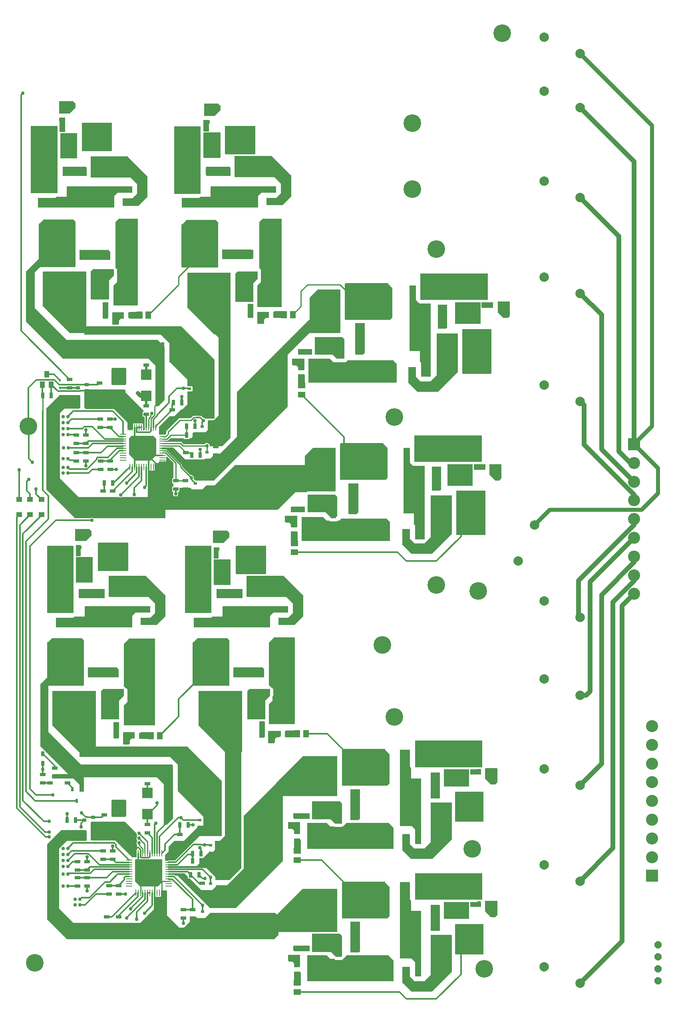
<source format=gtl>
G04 EAGLE Gerber RS-274X export*
G75*
%MOMM*%
%FSLAX34Y34*%
%LPD*%
%INTop Copper*%
%IPPOS*%
%AMOC8*
5,1,8,0,0,1.08239X$1,22.5*%
G01*
%ADD10R,0.800000X1.200000*%
%ADD11R,1.600000X2.700000*%
%ADD12R,1.200000X0.800000*%
%ADD13R,2.700000X1.600000*%
%ADD14R,2.550000X2.550000*%
%ADD15C,2.550000*%
%ADD16R,0.787400X0.990600*%
%ADD17R,1.270000X2.387600*%
%ADD18R,1.500000X1.050000*%
%ADD19R,1.500000X2.400000*%
%ADD20R,0.800000X0.600000*%
%ADD21R,1.200000X1.200000*%
%ADD22R,0.800000X1.000000*%
%ADD23R,0.990600X0.787400*%
%ADD24R,2.387600X1.270000*%
%ADD25R,1.050000X1.500000*%
%ADD26R,2.400000X1.500000*%
%ADD27R,1.200000X0.700000*%
%ADD28R,0.400000X0.560000*%
%ADD29R,2.300000X2.300000*%
%ADD30R,1.220000X1.120000*%
%ADD31C,3.740000*%
%ADD32C,2.000000*%
%ADD33P,1.649562X8X112.500000*%
%ADD34R,0.900000X0.700000*%
%ADD35R,0.457200X1.016000*%
%ADD36R,3.910000X3.810000*%
%ADD37R,0.405000X0.990000*%
%ADD38R,2.235000X1.725000*%
%ADD39R,0.405000X0.760000*%
%ADD40R,1.016000X0.457200*%
%ADD41R,3.810000X3.910000*%
%ADD42R,0.990000X0.405000*%
%ADD43R,1.725000X2.235000*%
%ADD44R,0.760000X0.405000*%
%ADD45R,1.000000X1.400000*%
%ADD46R,0.558800X0.863600*%
%ADD47R,1.803000X1.600000*%
%ADD48R,1.500000X1.300000*%
%ADD49R,1.600000X1.803000*%
%ADD50R,1.300000X1.500000*%
%ADD51R,1.170000X1.880000*%
%ADD52R,1.880000X1.170000*%
%ADD53R,1.346200X0.279400*%
%ADD54R,0.279400X1.346200*%
%ADD55R,3.657600X3.657600*%
%ADD56C,0.756400*%
%ADD57C,0.304800*%
%ADD58C,0.254000*%
%ADD59C,0.508000*%
%ADD60C,1.016000*%
%ADD61C,0.812800*%

G36*
X206139Y1081294D02*
X206139Y1081294D01*
X206230Y1081301D01*
X206259Y1081313D01*
X206291Y1081319D01*
X206372Y1081361D01*
X206456Y1081397D01*
X206488Y1081423D01*
X206509Y1081434D01*
X206531Y1081457D01*
X206587Y1081502D01*
X207352Y1082267D01*
X211748Y1082267D01*
X212513Y1081502D01*
X212587Y1081449D01*
X212657Y1081389D01*
X212687Y1081377D01*
X212713Y1081358D01*
X212800Y1081331D01*
X212885Y1081297D01*
X212926Y1081293D01*
X212948Y1081286D01*
X212980Y1081287D01*
X213051Y1081279D01*
X364490Y1081279D01*
X364510Y1081282D01*
X364529Y1081280D01*
X364631Y1081302D01*
X364733Y1081319D01*
X364750Y1081328D01*
X364770Y1081332D01*
X364859Y1081385D01*
X364950Y1081434D01*
X364964Y1081448D01*
X364981Y1081458D01*
X365048Y1081537D01*
X365120Y1081612D01*
X365128Y1081630D01*
X365141Y1081645D01*
X365180Y1081741D01*
X365223Y1081835D01*
X365225Y1081855D01*
X365233Y1081873D01*
X365251Y1082040D01*
X365251Y1099567D01*
X603250Y1099567D01*
X603376Y1099581D01*
X603502Y1099588D01*
X603548Y1099601D01*
X603596Y1099607D01*
X603715Y1099649D01*
X603837Y1099684D01*
X603879Y1099708D01*
X603924Y1099724D01*
X604031Y1099793D01*
X604141Y1099854D01*
X604187Y1099894D01*
X604217Y1099913D01*
X604251Y1099948D01*
X604327Y1100013D01*
X640711Y1136397D01*
X664210Y1136397D01*
X664336Y1136411D01*
X664462Y1136418D01*
X664508Y1136431D01*
X664556Y1136437D01*
X664675Y1136479D01*
X664797Y1136514D01*
X664839Y1136538D01*
X664884Y1136554D01*
X664991Y1136623D01*
X665101Y1136684D01*
X665147Y1136724D01*
X665177Y1136743D01*
X665211Y1136778D01*
X665287Y1136843D01*
X666557Y1138113D01*
X666573Y1138133D01*
X666593Y1138150D01*
X666640Y1138213D01*
X666671Y1138245D01*
X666697Y1138289D01*
X666774Y1138386D01*
X666785Y1138410D01*
X666799Y1138429D01*
X725170Y1138429D01*
X725190Y1138432D01*
X725209Y1138430D01*
X725311Y1138452D01*
X725413Y1138469D01*
X725430Y1138478D01*
X725450Y1138482D01*
X725539Y1138535D01*
X725630Y1138584D01*
X725644Y1138598D01*
X725661Y1138608D01*
X725728Y1138687D01*
X725800Y1138762D01*
X725808Y1138780D01*
X725821Y1138795D01*
X725860Y1138891D01*
X725903Y1138985D01*
X725905Y1139005D01*
X725913Y1139023D01*
X725931Y1139190D01*
X725931Y1229360D01*
X725928Y1229380D01*
X725930Y1229399D01*
X725908Y1229501D01*
X725892Y1229603D01*
X725882Y1229620D01*
X725878Y1229640D01*
X725825Y1229729D01*
X725776Y1229820D01*
X725762Y1229834D01*
X725752Y1229851D01*
X725673Y1229918D01*
X725598Y1229990D01*
X725580Y1229998D01*
X725565Y1230011D01*
X725469Y1230050D01*
X725375Y1230093D01*
X725355Y1230095D01*
X725337Y1230103D01*
X725170Y1230121D01*
X678180Y1230121D01*
X678090Y1230107D01*
X677999Y1230099D01*
X677969Y1230087D01*
X677937Y1230082D01*
X677857Y1230039D01*
X677773Y1230003D01*
X677741Y1229977D01*
X677720Y1229966D01*
X677698Y1229943D01*
X677642Y1229898D01*
X661132Y1213388D01*
X661079Y1213314D01*
X661019Y1213245D01*
X661007Y1213215D01*
X660988Y1213189D01*
X660961Y1213102D01*
X660927Y1213017D01*
X660923Y1212976D01*
X660916Y1212953D01*
X660917Y1212921D01*
X660909Y1212850D01*
X660909Y1194053D01*
X514350Y1194053D01*
X514224Y1194039D01*
X514098Y1194032D01*
X514052Y1194019D01*
X514004Y1194013D01*
X513885Y1193971D01*
X513763Y1193936D01*
X513721Y1193912D01*
X513676Y1193896D01*
X513569Y1193827D01*
X513459Y1193766D01*
X513413Y1193726D01*
X513383Y1193707D01*
X513349Y1193672D01*
X513273Y1193607D01*
X470539Y1150873D01*
X453390Y1150873D01*
X453264Y1150859D01*
X453138Y1150852D01*
X453092Y1150839D01*
X453044Y1150833D01*
X452925Y1150791D01*
X452803Y1150756D01*
X452761Y1150732D01*
X452716Y1150716D01*
X452609Y1150647D01*
X452499Y1150586D01*
X452453Y1150546D01*
X452423Y1150527D01*
X452389Y1150492D01*
X452313Y1150427D01*
X443869Y1141983D01*
X422271Y1141983D01*
X418907Y1145347D01*
X418808Y1145426D01*
X418714Y1145510D01*
X418672Y1145534D01*
X418634Y1145564D01*
X418520Y1145618D01*
X418409Y1145679D01*
X418363Y1145692D01*
X418319Y1145713D01*
X418196Y1145739D01*
X418074Y1145774D01*
X418013Y1145779D01*
X417978Y1145786D01*
X417930Y1145785D01*
X417830Y1145793D01*
X396398Y1145793D01*
X396372Y1145790D01*
X396346Y1145792D01*
X396199Y1145770D01*
X396052Y1145753D01*
X396027Y1145745D01*
X396001Y1145741D01*
X395863Y1145686D01*
X395724Y1145636D01*
X395702Y1145622D01*
X395677Y1145612D01*
X395556Y1145527D01*
X395431Y1145447D01*
X395413Y1145428D01*
X395391Y1145413D01*
X395292Y1145303D01*
X395189Y1145196D01*
X395175Y1145174D01*
X395158Y1145154D01*
X395086Y1145024D01*
X395010Y1144897D01*
X395002Y1144872D01*
X394989Y1144849D01*
X394949Y1144706D01*
X394904Y1144565D01*
X394902Y1144539D01*
X394894Y1144514D01*
X394875Y1144270D01*
X394875Y1138258D01*
X393982Y1137365D01*
X393499Y1137365D01*
X393350Y1137348D01*
X393200Y1137336D01*
X393177Y1137328D01*
X393153Y1137325D01*
X393012Y1137275D01*
X392868Y1137229D01*
X392848Y1137216D01*
X392825Y1137208D01*
X392698Y1137126D01*
X392570Y1137049D01*
X392552Y1137032D01*
X392532Y1137019D01*
X392427Y1136911D01*
X392320Y1136806D01*
X392307Y1136786D01*
X392290Y1136768D01*
X392213Y1136639D01*
X392132Y1136513D01*
X392123Y1136490D01*
X392111Y1136469D01*
X392065Y1136326D01*
X392015Y1136184D01*
X392012Y1136160D01*
X392005Y1136137D01*
X391993Y1135988D01*
X391976Y1135838D01*
X391979Y1135814D01*
X391977Y1135790D01*
X391999Y1135641D01*
X392017Y1135492D01*
X392026Y1135464D01*
X392029Y1135445D01*
X392046Y1135401D01*
X392092Y1135259D01*
X392657Y1133896D01*
X392657Y1131784D01*
X391849Y1129834D01*
X390356Y1128341D01*
X388406Y1127533D01*
X386294Y1127533D01*
X384344Y1128341D01*
X382851Y1129834D01*
X382043Y1131784D01*
X382043Y1133896D01*
X382608Y1135259D01*
X382649Y1135404D01*
X382695Y1135547D01*
X382697Y1135571D01*
X382704Y1135594D01*
X382711Y1135745D01*
X382723Y1135894D01*
X382720Y1135918D01*
X382721Y1135942D01*
X382694Y1136090D01*
X382671Y1136239D01*
X382662Y1136261D01*
X382658Y1136285D01*
X382598Y1136423D01*
X382543Y1136563D01*
X382529Y1136583D01*
X382519Y1136605D01*
X382429Y1136726D01*
X382344Y1136849D01*
X382326Y1136865D01*
X382311Y1136885D01*
X382196Y1136982D01*
X382085Y1137082D01*
X382064Y1137094D01*
X382045Y1137110D01*
X381912Y1137178D01*
X381780Y1137251D01*
X381757Y1137257D01*
X381735Y1137268D01*
X381590Y1137305D01*
X381445Y1137346D01*
X381415Y1137348D01*
X381397Y1137353D01*
X381350Y1137353D01*
X381201Y1137365D01*
X380718Y1137365D01*
X379825Y1138258D01*
X379825Y1147522D01*
X380718Y1148415D01*
X381000Y1148415D01*
X381026Y1148418D01*
X381052Y1148416D01*
X381199Y1148438D01*
X381346Y1148455D01*
X381371Y1148463D01*
X381397Y1148467D01*
X381535Y1148522D01*
X381674Y1148572D01*
X381696Y1148586D01*
X381721Y1148596D01*
X381842Y1148681D01*
X381967Y1148761D01*
X381985Y1148780D01*
X382007Y1148795D01*
X382106Y1148905D01*
X382209Y1149012D01*
X382223Y1149034D01*
X382240Y1149054D01*
X382312Y1149184D01*
X382388Y1149311D01*
X382396Y1149336D01*
X382409Y1149359D01*
X382449Y1149502D01*
X382494Y1149643D01*
X382496Y1149669D01*
X382504Y1149694D01*
X382523Y1149938D01*
X382523Y1153842D01*
X382520Y1153868D01*
X382522Y1153894D01*
X382500Y1154041D01*
X382483Y1154188D01*
X382475Y1154213D01*
X382471Y1154239D01*
X382416Y1154377D01*
X382366Y1154516D01*
X382352Y1154538D01*
X382342Y1154563D01*
X382257Y1154684D01*
X382177Y1154809D01*
X382158Y1154827D01*
X382143Y1154849D01*
X382033Y1154948D01*
X381926Y1155051D01*
X381904Y1155065D01*
X381884Y1155082D01*
X381754Y1155154D01*
X381627Y1155230D01*
X381602Y1155238D01*
X381579Y1155251D01*
X381436Y1155291D01*
X381295Y1155336D01*
X381269Y1155338D01*
X381244Y1155346D01*
X381000Y1155365D01*
X380718Y1155365D01*
X379825Y1156258D01*
X379825Y1165522D01*
X380718Y1166415D01*
X381000Y1166415D01*
X381026Y1166418D01*
X381052Y1166416D01*
X381199Y1166438D01*
X381346Y1166455D01*
X381371Y1166463D01*
X381397Y1166467D01*
X381535Y1166522D01*
X381674Y1166572D01*
X381696Y1166586D01*
X381721Y1166596D01*
X381842Y1166681D01*
X381967Y1166761D01*
X381985Y1166780D01*
X382007Y1166795D01*
X382106Y1166905D01*
X382209Y1167012D01*
X382223Y1167034D01*
X382240Y1167054D01*
X382312Y1167184D01*
X382388Y1167311D01*
X382396Y1167336D01*
X382409Y1167359D01*
X382449Y1167502D01*
X382494Y1167643D01*
X382496Y1167669D01*
X382504Y1167694D01*
X382523Y1167938D01*
X382523Y1198656D01*
X382509Y1198781D01*
X382502Y1198908D01*
X382489Y1198954D01*
X382483Y1199002D01*
X382441Y1199121D01*
X382406Y1199242D01*
X382382Y1199285D01*
X382366Y1199330D01*
X382297Y1199436D01*
X382236Y1199547D01*
X382196Y1199593D01*
X382177Y1199623D01*
X382142Y1199656D01*
X382077Y1199733D01*
X370139Y1211671D01*
X370061Y1211733D01*
X369988Y1211803D01*
X369924Y1211841D01*
X369866Y1211888D01*
X369775Y1211930D01*
X369689Y1211982D01*
X369618Y1212005D01*
X369551Y1212036D01*
X369453Y1212058D01*
X369357Y1212088D01*
X369283Y1212094D01*
X369210Y1212110D01*
X369110Y1212108D01*
X369010Y1212116D01*
X368936Y1212105D01*
X368862Y1212104D01*
X368765Y1212079D01*
X368665Y1212064D01*
X368596Y1212037D01*
X368524Y1212019D01*
X368434Y1211973D01*
X368341Y1211936D01*
X368280Y1211893D01*
X368214Y1211859D01*
X368137Y1211794D01*
X368055Y1211737D01*
X368005Y1211682D01*
X367949Y1211633D01*
X367889Y1211553D01*
X367822Y1211478D01*
X367786Y1211413D01*
X367741Y1211353D01*
X367702Y1211261D01*
X367653Y1211173D01*
X367633Y1211101D01*
X367603Y1211033D01*
X367586Y1210934D01*
X367558Y1210838D01*
X367550Y1210738D01*
X367542Y1210690D01*
X367544Y1210654D01*
X367539Y1210594D01*
X367539Y1202371D01*
X366646Y1201478D01*
X353060Y1201478D01*
X353034Y1201475D01*
X353008Y1201477D01*
X352861Y1201455D01*
X352714Y1201438D01*
X352689Y1201430D01*
X352663Y1201426D01*
X352525Y1201371D01*
X352386Y1201321D01*
X352364Y1201307D01*
X352339Y1201297D01*
X352218Y1201212D01*
X352093Y1201132D01*
X352075Y1201113D01*
X352053Y1201098D01*
X351954Y1200988D01*
X351851Y1200881D01*
X351837Y1200859D01*
X351820Y1200839D01*
X351748Y1200709D01*
X351672Y1200582D01*
X351664Y1200557D01*
X351651Y1200534D01*
X351611Y1200391D01*
X351566Y1200250D01*
X351564Y1200224D01*
X351556Y1200199D01*
X351537Y1199955D01*
X351537Y1198241D01*
X351159Y1197863D01*
X344445Y1197863D01*
X344419Y1197860D01*
X344393Y1197862D01*
X344246Y1197840D01*
X344099Y1197823D01*
X344074Y1197815D01*
X344048Y1197811D01*
X343910Y1197756D01*
X343771Y1197706D01*
X343749Y1197692D01*
X343724Y1197682D01*
X343603Y1197597D01*
X343478Y1197517D01*
X343460Y1197498D01*
X343438Y1197483D01*
X343339Y1197373D01*
X343236Y1197266D01*
X343222Y1197244D01*
X343205Y1197224D01*
X343133Y1197094D01*
X343057Y1196967D01*
X343049Y1196942D01*
X343036Y1196919D01*
X342996Y1196776D01*
X342951Y1196635D01*
X342949Y1196609D01*
X342941Y1196584D01*
X342922Y1196340D01*
X342922Y1182754D01*
X342029Y1181861D01*
X332971Y1181861D01*
X332078Y1182754D01*
X332078Y1196340D01*
X332075Y1196366D01*
X332077Y1196392D01*
X332055Y1196539D01*
X332038Y1196686D01*
X332030Y1196711D01*
X332026Y1196737D01*
X331971Y1196875D01*
X331921Y1197014D01*
X331907Y1197036D01*
X331897Y1197061D01*
X331812Y1197182D01*
X331732Y1197307D01*
X331713Y1197325D01*
X331698Y1197347D01*
X331588Y1197446D01*
X331481Y1197549D01*
X331459Y1197563D01*
X331439Y1197580D01*
X331309Y1197652D01*
X331182Y1197728D01*
X331157Y1197736D01*
X331134Y1197749D01*
X330991Y1197789D01*
X330850Y1197834D01*
X330824Y1197836D01*
X330799Y1197844D01*
X330555Y1197863D01*
X330200Y1197863D01*
X330174Y1197860D01*
X330148Y1197862D01*
X330001Y1197840D01*
X329854Y1197823D01*
X329829Y1197815D01*
X329803Y1197811D01*
X329665Y1197756D01*
X329526Y1197706D01*
X329504Y1197692D01*
X329479Y1197682D01*
X329358Y1197597D01*
X329233Y1197517D01*
X329215Y1197498D01*
X329193Y1197483D01*
X329094Y1197373D01*
X328991Y1197266D01*
X328977Y1197244D01*
X328960Y1197224D01*
X328888Y1197094D01*
X328812Y1196967D01*
X328804Y1196942D01*
X328791Y1196919D01*
X328751Y1196776D01*
X328706Y1196635D01*
X328704Y1196609D01*
X328696Y1196584D01*
X328677Y1196340D01*
X328677Y1125981D01*
X274011Y1125981D01*
X273921Y1125967D01*
X273830Y1125959D01*
X273801Y1125947D01*
X273769Y1125942D01*
X273688Y1125899D01*
X273604Y1125863D01*
X273572Y1125837D01*
X273551Y1125826D01*
X273529Y1125803D01*
X273473Y1125758D01*
X272708Y1124993D01*
X268312Y1124993D01*
X267547Y1125758D01*
X267473Y1125811D01*
X267403Y1125871D01*
X267373Y1125883D01*
X267347Y1125902D01*
X267260Y1125929D01*
X267175Y1125963D01*
X267134Y1125967D01*
X267112Y1125974D01*
X267080Y1125973D01*
X267009Y1125981D01*
X181925Y1125981D01*
X141731Y1166175D01*
X141731Y1303975D01*
X151445Y1313689D01*
X182880Y1313689D01*
X182970Y1313704D01*
X183061Y1313711D01*
X183091Y1313723D01*
X183123Y1313729D01*
X183203Y1313771D01*
X183287Y1313807D01*
X183319Y1313833D01*
X183340Y1313844D01*
X183362Y1313867D01*
X183418Y1313912D01*
X184688Y1315182D01*
X184741Y1315256D01*
X184801Y1315325D01*
X184813Y1315355D01*
X184832Y1315381D01*
X184859Y1315468D01*
X184893Y1315553D01*
X184897Y1315594D01*
X184904Y1315617D01*
X184903Y1315649D01*
X184911Y1315720D01*
X184911Y1341120D01*
X184908Y1341140D01*
X184910Y1341159D01*
X184888Y1341261D01*
X184872Y1341363D01*
X184862Y1341380D01*
X184858Y1341400D01*
X184805Y1341489D01*
X184756Y1341580D01*
X184742Y1341594D01*
X184732Y1341611D01*
X184653Y1341678D01*
X184578Y1341750D01*
X184560Y1341758D01*
X184545Y1341771D01*
X184449Y1341810D01*
X184355Y1341853D01*
X184335Y1341855D01*
X184317Y1341863D01*
X184150Y1341881D01*
X140970Y1341881D01*
X140880Y1341867D01*
X140789Y1341859D01*
X140759Y1341847D01*
X140727Y1341842D01*
X140647Y1341799D01*
X140563Y1341763D01*
X140531Y1341737D01*
X140510Y1341726D01*
X140488Y1341703D01*
X140432Y1341658D01*
X113762Y1314988D01*
X113709Y1314914D01*
X113649Y1314845D01*
X113637Y1314815D01*
X113618Y1314789D01*
X113591Y1314702D01*
X113557Y1314617D01*
X113553Y1314576D01*
X113546Y1314553D01*
X113547Y1314521D01*
X113539Y1314450D01*
X113539Y1141730D01*
X113554Y1141640D01*
X113561Y1141549D01*
X113573Y1141519D01*
X113579Y1141487D01*
X113621Y1141407D01*
X113657Y1141323D01*
X113683Y1141291D01*
X113694Y1141270D01*
X113717Y1141248D01*
X113762Y1141192D01*
X173452Y1081502D01*
X173526Y1081449D01*
X173595Y1081389D01*
X173625Y1081377D01*
X173651Y1081358D01*
X173738Y1081331D01*
X173823Y1081297D01*
X173864Y1081293D01*
X173887Y1081286D01*
X173919Y1081287D01*
X173990Y1081279D01*
X206049Y1081279D01*
X206139Y1081294D01*
G37*
G36*
X595720Y189754D02*
X595720Y189754D01*
X595811Y189761D01*
X595841Y189773D01*
X595873Y189779D01*
X595953Y189821D01*
X596037Y189857D01*
X596069Y189883D01*
X596090Y189894D01*
X596112Y189917D01*
X596168Y189962D01*
X605058Y198852D01*
X605111Y198926D01*
X605171Y198995D01*
X605183Y199025D01*
X605202Y199051D01*
X605229Y199138D01*
X605263Y199223D01*
X605267Y199264D01*
X605274Y199287D01*
X605273Y199319D01*
X605281Y199390D01*
X605281Y204979D01*
X728980Y204979D01*
X729000Y204982D01*
X729019Y204980D01*
X729121Y205002D01*
X729223Y205019D01*
X729240Y205028D01*
X729260Y205032D01*
X729349Y205085D01*
X729440Y205134D01*
X729454Y205148D01*
X729471Y205158D01*
X729538Y205237D01*
X729610Y205312D01*
X729618Y205330D01*
X729631Y205345D01*
X729670Y205441D01*
X729713Y205535D01*
X729715Y205555D01*
X729723Y205573D01*
X729741Y205740D01*
X729741Y295910D01*
X729738Y295930D01*
X729740Y295949D01*
X729718Y296051D01*
X729702Y296153D01*
X729692Y296170D01*
X729688Y296190D01*
X729635Y296279D01*
X729586Y296370D01*
X729572Y296384D01*
X729562Y296401D01*
X729483Y296468D01*
X729408Y296540D01*
X729390Y296548D01*
X729375Y296561D01*
X729279Y296600D01*
X729185Y296643D01*
X729165Y296645D01*
X729147Y296653D01*
X728980Y296671D01*
X656590Y296671D01*
X656500Y296657D01*
X656409Y296649D01*
X656379Y296637D01*
X656347Y296632D01*
X656267Y296589D01*
X656183Y296553D01*
X656151Y296527D01*
X656130Y296516D01*
X656108Y296493D01*
X656052Y296448D01*
X601980Y242377D01*
X598708Y245648D01*
X598634Y245701D01*
X598565Y245761D01*
X598535Y245773D01*
X598509Y245792D01*
X598422Y245819D01*
X598337Y245853D01*
X598296Y245857D01*
X598273Y245864D01*
X598241Y245863D01*
X598170Y245871D01*
X461010Y245871D01*
X460920Y245857D01*
X460829Y245849D01*
X460799Y245837D01*
X460767Y245832D01*
X460687Y245789D01*
X460603Y245753D01*
X460571Y245727D01*
X460550Y245716D01*
X460528Y245693D01*
X460472Y245648D01*
X449265Y234441D01*
X433385Y234441D01*
X429798Y238028D01*
X429724Y238081D01*
X429655Y238141D01*
X429625Y238153D01*
X429599Y238172D01*
X429512Y238199D01*
X429427Y238233D01*
X429386Y238237D01*
X429363Y238244D01*
X429331Y238243D01*
X429260Y238251D01*
X417830Y238251D01*
X417810Y238248D01*
X417791Y238250D01*
X417689Y238228D01*
X417587Y238212D01*
X417570Y238202D01*
X417550Y238198D01*
X417461Y238145D01*
X417370Y238096D01*
X417356Y238082D01*
X417339Y238072D01*
X417272Y237993D01*
X417201Y237918D01*
X417192Y237900D01*
X417179Y237885D01*
X417140Y237789D01*
X417097Y237695D01*
X417095Y237675D01*
X417087Y237657D01*
X417069Y237490D01*
X417069Y226375D01*
X404815Y214121D01*
X395285Y214121D01*
X369061Y240345D01*
X369061Y292100D01*
X369058Y292120D01*
X369060Y292139D01*
X369038Y292241D01*
X369022Y292343D01*
X369012Y292360D01*
X369008Y292380D01*
X368955Y292469D01*
X368906Y292560D01*
X368892Y292574D01*
X368882Y292591D01*
X368803Y292658D01*
X368728Y292730D01*
X368710Y292738D01*
X368695Y292751D01*
X368599Y292790D01*
X368505Y292833D01*
X368485Y292835D01*
X368467Y292843D01*
X368300Y292861D01*
X356891Y292861D01*
X356871Y292858D01*
X356852Y292860D01*
X356750Y292838D01*
X356648Y292822D01*
X356631Y292812D01*
X356611Y292808D01*
X356522Y292755D01*
X356431Y292706D01*
X356417Y292692D01*
X356400Y292682D01*
X356333Y292603D01*
X356261Y292528D01*
X356253Y292510D01*
X356240Y292495D01*
X356201Y292399D01*
X356158Y292305D01*
X356156Y292285D01*
X356148Y292267D01*
X356130Y292100D01*
X356130Y280844D01*
X354939Y279653D01*
X345461Y279653D01*
X344270Y280844D01*
X344270Y292100D01*
X344267Y292120D01*
X344269Y292139D01*
X344247Y292241D01*
X344231Y292343D01*
X344221Y292360D01*
X344217Y292380D01*
X344164Y292469D01*
X344115Y292560D01*
X344101Y292574D01*
X344091Y292591D01*
X344012Y292658D01*
X343937Y292730D01*
X343919Y292738D01*
X343904Y292751D01*
X343808Y292790D01*
X343714Y292833D01*
X343694Y292835D01*
X343676Y292843D01*
X343509Y292861D01*
X341891Y292861D01*
X341871Y292858D01*
X341852Y292860D01*
X341750Y292838D01*
X341648Y292822D01*
X341631Y292812D01*
X341611Y292808D01*
X341522Y292755D01*
X341431Y292706D01*
X341417Y292692D01*
X341400Y292682D01*
X341333Y292603D01*
X341261Y292528D01*
X341253Y292510D01*
X341240Y292495D01*
X341201Y292399D01*
X341158Y292305D01*
X341156Y292285D01*
X341148Y292267D01*
X341130Y292100D01*
X341130Y290333D01*
X341144Y290243D01*
X341152Y290151D01*
X341164Y290122D01*
X341169Y290090D01*
X341212Y290009D01*
X341248Y289925D01*
X341257Y289914D01*
X341257Y260027D01*
X341092Y259862D01*
X341039Y259788D01*
X340979Y259718D01*
X340967Y259688D01*
X340948Y259662D01*
X340921Y259575D01*
X340887Y259490D01*
X340883Y259449D01*
X340876Y259427D01*
X340877Y259395D01*
X340869Y259323D01*
X340869Y253045D01*
X312105Y224281D01*
X170495Y224281D01*
X140461Y254315D01*
X140461Y381955D01*
X143264Y384757D01*
X143302Y384810D01*
X143348Y384857D01*
X143388Y384930D01*
X143407Y384957D01*
X143413Y384975D01*
X143429Y385004D01*
X143661Y385564D01*
X145296Y387199D01*
X145856Y387431D01*
X145912Y387466D01*
X145972Y387492D01*
X146037Y387543D01*
X146065Y387561D01*
X146077Y387576D01*
X146103Y387596D01*
X156525Y398019D01*
X196850Y398019D01*
X196940Y398034D01*
X197031Y398041D01*
X197061Y398053D01*
X197093Y398059D01*
X197173Y398101D01*
X197257Y398137D01*
X197289Y398163D01*
X197310Y398174D01*
X197332Y398197D01*
X197388Y398242D01*
X198658Y399512D01*
X198711Y399586D01*
X198771Y399655D01*
X198783Y399685D01*
X198802Y399711D01*
X198829Y399798D01*
X198863Y399883D01*
X198867Y399924D01*
X198874Y399947D01*
X198873Y399979D01*
X198881Y400050D01*
X198881Y419100D01*
X198867Y419190D01*
X198859Y419281D01*
X198847Y419311D01*
X198842Y419343D01*
X198799Y419423D01*
X198763Y419507D01*
X198737Y419539D01*
X198726Y419560D01*
X198703Y419582D01*
X198658Y419638D01*
X197388Y420908D01*
X197314Y420961D01*
X197245Y421021D01*
X197215Y421033D01*
X197189Y421052D01*
X197102Y421079D01*
X197017Y421113D01*
X196976Y421117D01*
X196953Y421124D01*
X196921Y421123D01*
X196850Y421131D01*
X144780Y421131D01*
X144690Y421117D01*
X144599Y421109D01*
X144569Y421097D01*
X144537Y421092D01*
X144457Y421049D01*
X144373Y421013D01*
X144341Y420987D01*
X144320Y420976D01*
X144298Y420953D01*
X144242Y420908D01*
X115032Y391698D01*
X114979Y391624D01*
X114919Y391555D01*
X114907Y391525D01*
X114888Y391499D01*
X114861Y391412D01*
X114827Y391327D01*
X114823Y391286D01*
X114816Y391263D01*
X114817Y391231D01*
X114809Y391160D01*
X114809Y232410D01*
X114824Y232320D01*
X114831Y232229D01*
X114843Y232199D01*
X114849Y232167D01*
X114891Y232087D01*
X114927Y232003D01*
X114953Y231971D01*
X114964Y231950D01*
X114987Y231928D01*
X115032Y231872D01*
X156942Y189962D01*
X157016Y189909D01*
X157085Y189849D01*
X157115Y189837D01*
X157141Y189818D01*
X157228Y189791D01*
X157313Y189757D01*
X157354Y189753D01*
X157377Y189746D01*
X157409Y189747D01*
X157480Y189739D01*
X595630Y189739D01*
X595720Y189754D01*
G37*
G36*
X514440Y255794D02*
X514440Y255794D01*
X514531Y255801D01*
X514561Y255813D01*
X514593Y255819D01*
X514673Y255861D01*
X514757Y255897D01*
X514789Y255923D01*
X514810Y255934D01*
X514832Y255957D01*
X514888Y256002D01*
X613948Y355062D01*
X614001Y355136D01*
X614061Y355205D01*
X614073Y355235D01*
X614092Y355261D01*
X614119Y355348D01*
X614153Y355433D01*
X614157Y355474D01*
X614164Y355497D01*
X614163Y355529D01*
X614171Y355600D01*
X614171Y493269D01*
X728980Y493269D01*
X729000Y493272D01*
X729019Y493270D01*
X729121Y493292D01*
X729223Y493309D01*
X729240Y493318D01*
X729260Y493322D01*
X729349Y493375D01*
X729440Y493424D01*
X729454Y493438D01*
X729471Y493448D01*
X729538Y493527D01*
X729610Y493602D01*
X729618Y493620D01*
X729631Y493635D01*
X729670Y493731D01*
X729713Y493825D01*
X729715Y493845D01*
X729723Y493863D01*
X729741Y494030D01*
X729741Y576580D01*
X729738Y576600D01*
X729740Y576619D01*
X729718Y576721D01*
X729702Y576823D01*
X729692Y576840D01*
X729688Y576860D01*
X729635Y576949D01*
X729586Y577040D01*
X729572Y577054D01*
X729562Y577071D01*
X729483Y577138D01*
X729408Y577210D01*
X729390Y577218D01*
X729375Y577231D01*
X729279Y577270D01*
X729185Y577313D01*
X729165Y577315D01*
X729147Y577323D01*
X728980Y577341D01*
X656590Y577341D01*
X656500Y577327D01*
X656409Y577319D01*
X656379Y577307D01*
X656347Y577302D01*
X656267Y577259D01*
X656183Y577223D01*
X656151Y577197D01*
X656130Y577186D01*
X656108Y577163D01*
X656052Y577118D01*
X600172Y521238D01*
X600119Y521164D01*
X600059Y521095D01*
X600047Y521065D01*
X600028Y521039D01*
X600001Y520952D01*
X599967Y520867D01*
X599963Y520826D01*
X599956Y520803D01*
X599957Y520771D01*
X599949Y520700D01*
X599949Y519745D01*
X531592Y451388D01*
X531539Y451314D01*
X531479Y451245D01*
X531467Y451215D01*
X531448Y451189D01*
X531421Y451102D01*
X531387Y451017D01*
X531383Y450976D01*
X531376Y450953D01*
X531377Y450921D01*
X531369Y450850D01*
X531369Y339405D01*
X496255Y304291D01*
X473710Y304291D01*
X473690Y304288D01*
X473671Y304290D01*
X473569Y304268D01*
X473467Y304252D01*
X473450Y304242D01*
X473430Y304238D01*
X473341Y304185D01*
X473250Y304136D01*
X473236Y304122D01*
X473219Y304112D01*
X473152Y304033D01*
X473081Y303958D01*
X473072Y303940D01*
X473059Y303925D01*
X473020Y303829D01*
X472977Y303735D01*
X472975Y303715D01*
X472967Y303697D01*
X472949Y303530D01*
X472949Y302575D01*
X464505Y294131D01*
X441005Y294131D01*
X417002Y318134D01*
X416928Y318187D01*
X416859Y318247D01*
X416829Y318259D01*
X416803Y318278D01*
X416716Y318305D01*
X416631Y318339D01*
X416590Y318343D01*
X416567Y318350D01*
X416535Y318349D01*
X416464Y318357D01*
X414148Y318357D01*
X412957Y319548D01*
X412957Y321864D01*
X412943Y321954D01*
X412935Y322045D01*
X412923Y322075D01*
X412918Y322107D01*
X412875Y322187D01*
X412839Y322271D01*
X412813Y322303D01*
X412802Y322324D01*
X412779Y322346D01*
X412734Y322402D01*
X406216Y328920D01*
X406142Y328973D01*
X406073Y329033D01*
X406043Y329045D01*
X406017Y329064D01*
X405930Y329091D01*
X405845Y329125D01*
X405804Y329129D01*
X405781Y329136D01*
X405749Y329135D01*
X405678Y329143D01*
X372110Y329143D01*
X372090Y329140D01*
X372071Y329142D01*
X371969Y329120D01*
X371867Y329104D01*
X371850Y329094D01*
X371830Y329090D01*
X371741Y329037D01*
X371650Y328988D01*
X371636Y328974D01*
X371619Y328964D01*
X371552Y328885D01*
X371481Y328810D01*
X371472Y328792D01*
X371459Y328777D01*
X371420Y328681D01*
X371377Y328587D01*
X371375Y328567D01*
X371367Y328549D01*
X371349Y328382D01*
X371349Y327018D01*
X371352Y326998D01*
X371350Y326979D01*
X371372Y326877D01*
X371389Y326775D01*
X371398Y326758D01*
X371402Y326738D01*
X371455Y326649D01*
X371504Y326558D01*
X371518Y326544D01*
X371528Y326527D01*
X371607Y326460D01*
X371682Y326388D01*
X371700Y326380D01*
X371715Y326367D01*
X371811Y326328D01*
X371905Y326285D01*
X371925Y326283D01*
X371943Y326275D01*
X372110Y326257D01*
X384893Y326257D01*
X386568Y324582D01*
X386642Y324529D01*
X386712Y324469D01*
X386742Y324457D01*
X386768Y324438D01*
X386855Y324411D01*
X386940Y324377D01*
X386981Y324373D01*
X387003Y324366D01*
X387035Y324367D01*
X387107Y324359D01*
X392115Y324359D01*
X458979Y257495D01*
X458979Y256540D01*
X458982Y256520D01*
X458980Y256501D01*
X459002Y256399D01*
X459019Y256297D01*
X459028Y256280D01*
X459032Y256260D01*
X459085Y256171D01*
X459134Y256080D01*
X459148Y256066D01*
X459158Y256049D01*
X459237Y255982D01*
X459312Y255911D01*
X459330Y255902D01*
X459345Y255889D01*
X459441Y255850D01*
X459535Y255807D01*
X459555Y255805D01*
X459573Y255797D01*
X459740Y255779D01*
X514350Y255779D01*
X514440Y255794D01*
G37*
G36*
X370855Y356124D02*
X370855Y356124D01*
X370946Y356131D01*
X370976Y356143D01*
X371008Y356149D01*
X371088Y356191D01*
X371172Y356227D01*
X371204Y356253D01*
X371225Y356264D01*
X371247Y356287D01*
X371268Y356304D01*
X385005Y356304D01*
X385095Y356318D01*
X385186Y356326D01*
X385216Y356338D01*
X385248Y356343D01*
X385328Y356386D01*
X385412Y356422D01*
X385444Y356448D01*
X385465Y356459D01*
X385487Y356482D01*
X385543Y356527D01*
X437195Y408179D01*
X483870Y408179D01*
X483890Y408182D01*
X483909Y408180D01*
X484011Y408202D01*
X484113Y408219D01*
X484130Y408228D01*
X484150Y408232D01*
X484239Y408285D01*
X484330Y408334D01*
X484344Y408348D01*
X484361Y408358D01*
X484428Y408437D01*
X484500Y408512D01*
X484508Y408530D01*
X484521Y408545D01*
X484560Y408641D01*
X484603Y408735D01*
X484605Y408755D01*
X484613Y408773D01*
X484631Y408940D01*
X484631Y525780D01*
X484617Y525870D01*
X484609Y525961D01*
X484597Y525991D01*
X484592Y526023D01*
X484549Y526103D01*
X484513Y526187D01*
X484487Y526219D01*
X484476Y526240D01*
X484453Y526262D01*
X484408Y526318D01*
X413288Y597438D01*
X413214Y597491D01*
X413145Y597551D01*
X413115Y597563D01*
X413089Y597582D01*
X413002Y597609D01*
X412917Y597643D01*
X412876Y597647D01*
X412853Y597654D01*
X412821Y597653D01*
X412750Y597661D01*
X217931Y597661D01*
X217931Y715010D01*
X217928Y715030D01*
X217930Y715049D01*
X217908Y715151D01*
X217892Y715253D01*
X217882Y715270D01*
X217878Y715290D01*
X217825Y715379D01*
X217776Y715470D01*
X217762Y715484D01*
X217752Y715501D01*
X217673Y715568D01*
X217598Y715640D01*
X217580Y715648D01*
X217565Y715661D01*
X217469Y715700D01*
X217375Y715743D01*
X217355Y715745D01*
X217337Y715753D01*
X217170Y715771D01*
X127000Y715771D01*
X126980Y715768D01*
X126961Y715770D01*
X126859Y715748D01*
X126757Y715732D01*
X126740Y715722D01*
X126720Y715718D01*
X126631Y715665D01*
X126540Y715616D01*
X126526Y715602D01*
X126509Y715592D01*
X126442Y715513D01*
X126371Y715438D01*
X126362Y715420D01*
X126349Y715405D01*
X126310Y715309D01*
X126267Y715215D01*
X126265Y715195D01*
X126257Y715177D01*
X126239Y715010D01*
X126239Y642620D01*
X126254Y642530D01*
X126261Y642439D01*
X126273Y642409D01*
X126279Y642377D01*
X126321Y642297D01*
X126357Y642213D01*
X126383Y642181D01*
X126394Y642160D01*
X126417Y642138D01*
X126462Y642082D01*
X182342Y586202D01*
X182416Y586149D01*
X182485Y586089D01*
X182515Y586077D01*
X182541Y586058D01*
X182628Y586031D01*
X182713Y585997D01*
X182754Y585993D01*
X182777Y585986D01*
X182809Y585987D01*
X182880Y585979D01*
X183389Y585979D01*
X183389Y576580D01*
X183392Y576560D01*
X183390Y576541D01*
X183412Y576439D01*
X183429Y576337D01*
X183438Y576320D01*
X183442Y576300D01*
X183495Y576211D01*
X183544Y576120D01*
X183558Y576106D01*
X183568Y576089D01*
X183647Y576022D01*
X183722Y575951D01*
X183740Y575942D01*
X183755Y575929D01*
X183851Y575890D01*
X183945Y575847D01*
X183965Y575845D01*
X183983Y575837D01*
X184150Y575819D01*
X375605Y575819D01*
X391669Y559755D01*
X391669Y504190D01*
X391684Y504100D01*
X391691Y504009D01*
X391703Y503979D01*
X391709Y503947D01*
X391751Y503867D01*
X391787Y503783D01*
X391813Y503751D01*
X391824Y503730D01*
X391847Y503708D01*
X391892Y503652D01*
X446279Y449265D01*
X446279Y430021D01*
X434340Y430021D01*
X434320Y430018D01*
X434301Y430020D01*
X434199Y429998D01*
X434097Y429982D01*
X434080Y429972D01*
X434060Y429968D01*
X433971Y429915D01*
X433880Y429866D01*
X433866Y429852D01*
X433849Y429842D01*
X433782Y429763D01*
X433711Y429688D01*
X433702Y429670D01*
X433689Y429655D01*
X433650Y429559D01*
X433607Y429465D01*
X433605Y429445D01*
X433597Y429427D01*
X433579Y429260D01*
X433579Y427035D01*
X404815Y398271D01*
X384810Y398271D01*
X384720Y398257D01*
X384629Y398249D01*
X384599Y398237D01*
X384567Y398232D01*
X384487Y398189D01*
X384403Y398153D01*
X384371Y398127D01*
X384350Y398116D01*
X384328Y398093D01*
X384272Y398048D01*
X372842Y386618D01*
X372789Y386544D01*
X372729Y386475D01*
X372717Y386445D01*
X372698Y386419D01*
X372671Y386332D01*
X372637Y386247D01*
X372633Y386206D01*
X372626Y386183D01*
X372627Y386151D01*
X372619Y386080D01*
X372619Y376235D01*
X365222Y368838D01*
X365169Y368764D01*
X365109Y368695D01*
X365097Y368665D01*
X365078Y368639D01*
X365051Y368552D01*
X365036Y368514D01*
X365027Y368494D01*
X365026Y368490D01*
X365017Y368467D01*
X365013Y368426D01*
X365006Y368403D01*
X365007Y368371D01*
X364999Y368300D01*
X364999Y356870D01*
X365002Y356850D01*
X365000Y356831D01*
X365022Y356729D01*
X365039Y356627D01*
X365048Y356610D01*
X365052Y356590D01*
X365105Y356501D01*
X365154Y356410D01*
X365168Y356396D01*
X365178Y356379D01*
X365257Y356312D01*
X365332Y356241D01*
X365350Y356232D01*
X365365Y356219D01*
X365461Y356180D01*
X365555Y356137D01*
X365575Y356135D01*
X365593Y356127D01*
X365760Y356109D01*
X370765Y356109D01*
X370855Y356124D01*
G37*
G36*
X468720Y1161304D02*
X468720Y1161304D01*
X468811Y1161311D01*
X468841Y1161323D01*
X468873Y1161329D01*
X468953Y1161371D01*
X469037Y1161407D01*
X469069Y1161433D01*
X469090Y1161444D01*
X469112Y1161467D01*
X469168Y1161512D01*
X624108Y1316452D01*
X624161Y1316526D01*
X624221Y1316595D01*
X624233Y1316625D01*
X624252Y1316651D01*
X624279Y1316738D01*
X624313Y1316823D01*
X624317Y1316864D01*
X624324Y1316887D01*
X624323Y1316919D01*
X624331Y1316990D01*
X624331Y1427165D01*
X671207Y1474041D01*
X671224Y1474010D01*
X671238Y1473996D01*
X671248Y1473979D01*
X671327Y1473912D01*
X671402Y1473841D01*
X671420Y1473832D01*
X671435Y1473819D01*
X671531Y1473780D01*
X671625Y1473737D01*
X671645Y1473735D01*
X671663Y1473727D01*
X671830Y1473709D01*
X735330Y1473709D01*
X735350Y1473712D01*
X735369Y1473710D01*
X735471Y1473732D01*
X735573Y1473749D01*
X735590Y1473758D01*
X735610Y1473762D01*
X735699Y1473815D01*
X735790Y1473864D01*
X735804Y1473878D01*
X735821Y1473888D01*
X735888Y1473967D01*
X735960Y1474042D01*
X735968Y1474060D01*
X735981Y1474075D01*
X736020Y1474171D01*
X736063Y1474265D01*
X736065Y1474285D01*
X736073Y1474303D01*
X736091Y1474470D01*
X736091Y1564640D01*
X736088Y1564660D01*
X736090Y1564679D01*
X736068Y1564781D01*
X736052Y1564883D01*
X736042Y1564900D01*
X736038Y1564920D01*
X735985Y1565009D01*
X735936Y1565100D01*
X735922Y1565114D01*
X735912Y1565131D01*
X735833Y1565198D01*
X735758Y1565270D01*
X735740Y1565278D01*
X735725Y1565291D01*
X735629Y1565330D01*
X735535Y1565373D01*
X735515Y1565375D01*
X735497Y1565383D01*
X735330Y1565401D01*
X688340Y1565401D01*
X688250Y1565387D01*
X688159Y1565379D01*
X688129Y1565367D01*
X688097Y1565362D01*
X688017Y1565319D01*
X687933Y1565283D01*
X687901Y1565257D01*
X687880Y1565246D01*
X687858Y1565223D01*
X687802Y1565178D01*
X671292Y1548668D01*
X671239Y1548594D01*
X671179Y1548525D01*
X671167Y1548495D01*
X671148Y1548469D01*
X671121Y1548382D01*
X671087Y1548297D01*
X671083Y1548256D01*
X671076Y1548233D01*
X671077Y1548201D01*
X671069Y1548130D01*
X671069Y1502725D01*
X517622Y1349278D01*
X517569Y1349204D01*
X517509Y1349135D01*
X517497Y1349105D01*
X517478Y1349079D01*
X517451Y1348992D01*
X517417Y1348907D01*
X517413Y1348866D01*
X517406Y1348843D01*
X517407Y1348811D01*
X517399Y1348740D01*
X517399Y1253805D01*
X481015Y1217421D01*
X471170Y1217421D01*
X471080Y1217407D01*
X470989Y1217399D01*
X470959Y1217387D01*
X470927Y1217382D01*
X470847Y1217339D01*
X470763Y1217303D01*
X470731Y1217277D01*
X470710Y1217266D01*
X470688Y1217243D01*
X470632Y1217198D01*
X460695Y1207261D01*
X449580Y1207261D01*
X449490Y1207247D01*
X449399Y1207239D01*
X449369Y1207227D01*
X449337Y1207222D01*
X449257Y1207179D01*
X449173Y1207143D01*
X449141Y1207117D01*
X449120Y1207106D01*
X449098Y1207083D01*
X449042Y1207038D01*
X447995Y1205991D01*
X407985Y1205991D01*
X382808Y1231168D01*
X382734Y1231221D01*
X382665Y1231281D01*
X382635Y1231293D01*
X382609Y1231312D01*
X382522Y1231339D01*
X382437Y1231373D01*
X382396Y1231377D01*
X382373Y1231384D01*
X382341Y1231383D01*
X382270Y1231391D01*
X358140Y1231391D01*
X358120Y1231388D01*
X358101Y1231390D01*
X357999Y1231368D01*
X357897Y1231352D01*
X357880Y1231342D01*
X357860Y1231338D01*
X357771Y1231285D01*
X357680Y1231236D01*
X357666Y1231222D01*
X357649Y1231212D01*
X357582Y1231133D01*
X357511Y1231058D01*
X357502Y1231040D01*
X357489Y1231025D01*
X357450Y1230929D01*
X357407Y1230835D01*
X357405Y1230815D01*
X357397Y1230797D01*
X357379Y1230630D01*
X357379Y1228083D01*
X357382Y1228063D01*
X357380Y1228044D01*
X357402Y1227942D01*
X357419Y1227840D01*
X357428Y1227823D01*
X357432Y1227803D01*
X357485Y1227714D01*
X357534Y1227623D01*
X357548Y1227609D01*
X357558Y1227592D01*
X357637Y1227525D01*
X357712Y1227453D01*
X357730Y1227445D01*
X357745Y1227432D01*
X357841Y1227393D01*
X357935Y1227350D01*
X357955Y1227348D01*
X357973Y1227340D01*
X358140Y1227322D01*
X366674Y1227322D01*
X366693Y1227305D01*
X366723Y1227293D01*
X366749Y1227274D01*
X366836Y1227247D01*
X366921Y1227213D01*
X366962Y1227209D01*
X366984Y1227202D01*
X367017Y1227203D01*
X367088Y1227195D01*
X368267Y1227195D01*
X400559Y1194903D01*
X400559Y1191209D01*
X400573Y1191119D01*
X400581Y1191028D01*
X400593Y1190998D01*
X400598Y1190966D01*
X400641Y1190886D01*
X400677Y1190802D01*
X400703Y1190770D01*
X400714Y1190749D01*
X400737Y1190727D01*
X400782Y1190671D01*
X418793Y1172660D01*
X418867Y1172607D01*
X418936Y1172547D01*
X418966Y1172535D01*
X418992Y1172516D01*
X419079Y1172489D01*
X419164Y1172455D01*
X419205Y1172451D01*
X419227Y1172444D01*
X419260Y1172445D01*
X419331Y1172437D01*
X422568Y1172437D01*
X425677Y1169328D01*
X425677Y1164872D01*
X425691Y1164782D01*
X425699Y1164691D01*
X425711Y1164661D01*
X425716Y1164629D01*
X425759Y1164549D01*
X425795Y1164465D01*
X425821Y1164433D01*
X425832Y1164412D01*
X425855Y1164390D01*
X425900Y1164334D01*
X428722Y1161512D01*
X428796Y1161459D01*
X428865Y1161399D01*
X428895Y1161387D01*
X428921Y1161368D01*
X429009Y1161341D01*
X429093Y1161307D01*
X429134Y1161303D01*
X429157Y1161296D01*
X429189Y1161297D01*
X429260Y1161289D01*
X468630Y1161289D01*
X468720Y1161304D01*
G37*
G36*
X365427Y1259094D02*
X365427Y1259094D01*
X365518Y1259101D01*
X365547Y1259113D01*
X365579Y1259119D01*
X365660Y1259161D01*
X365744Y1259197D01*
X365776Y1259223D01*
X365797Y1259234D01*
X365819Y1259257D01*
X365875Y1259302D01*
X367314Y1260741D01*
X367367Y1260815D01*
X367427Y1260885D01*
X367439Y1260915D01*
X367458Y1260941D01*
X367485Y1261028D01*
X367519Y1261113D01*
X367523Y1261154D01*
X367530Y1261176D01*
X367529Y1261208D01*
X367537Y1261279D01*
X367537Y1265736D01*
X394662Y1292861D01*
X418066Y1292861D01*
X418156Y1292875D01*
X418247Y1292883D01*
X418277Y1292895D01*
X418309Y1292900D01*
X418390Y1292943D01*
X418474Y1292979D01*
X418506Y1293005D01*
X418526Y1293016D01*
X418549Y1293039D01*
X418605Y1293084D01*
X423688Y1298167D01*
X428461Y1298167D01*
X428551Y1298181D01*
X428642Y1298189D01*
X428672Y1298201D01*
X428704Y1298206D01*
X428784Y1298249D01*
X428868Y1298285D01*
X428900Y1298311D01*
X428921Y1298322D01*
X428943Y1298345D01*
X428999Y1298390D01*
X429030Y1298421D01*
X440878Y1298421D01*
X444973Y1294326D01*
X445047Y1294273D01*
X445116Y1294213D01*
X445146Y1294201D01*
X445172Y1294182D01*
X445259Y1294155D01*
X445344Y1294121D01*
X445385Y1294117D01*
X445408Y1294110D01*
X445440Y1294111D01*
X445511Y1294103D01*
X447028Y1294103D01*
X449352Y1293140D01*
X450170Y1292322D01*
X450244Y1292269D01*
X450313Y1292209D01*
X450344Y1292197D01*
X450370Y1292178D01*
X450457Y1292151D01*
X450542Y1292117D01*
X450582Y1292113D01*
X450605Y1292106D01*
X450637Y1292107D01*
X450708Y1292099D01*
X468630Y1292099D01*
X468650Y1292102D01*
X468669Y1292100D01*
X468771Y1292122D01*
X468873Y1292139D01*
X468890Y1292148D01*
X468910Y1292152D01*
X468999Y1292205D01*
X469090Y1292254D01*
X469104Y1292268D01*
X469121Y1292278D01*
X469188Y1292357D01*
X469260Y1292432D01*
X469268Y1292450D01*
X469281Y1292465D01*
X469320Y1292561D01*
X469363Y1292655D01*
X469365Y1292675D01*
X469373Y1292693D01*
X469391Y1292860D01*
X469391Y1417320D01*
X469377Y1417410D01*
X469369Y1417501D01*
X469357Y1417531D01*
X469352Y1417563D01*
X469309Y1417643D01*
X469273Y1417727D01*
X469247Y1417759D01*
X469236Y1417780D01*
X469213Y1417802D01*
X469168Y1417858D01*
X399318Y1487708D01*
X399244Y1487761D01*
X399175Y1487821D01*
X399145Y1487833D01*
X399119Y1487852D01*
X399032Y1487879D01*
X398947Y1487913D01*
X398906Y1487917D01*
X398883Y1487924D01*
X398851Y1487923D01*
X398780Y1487931D01*
X197611Y1487931D01*
X197611Y1602740D01*
X197608Y1602760D01*
X197610Y1602779D01*
X197588Y1602881D01*
X197572Y1602983D01*
X197562Y1603000D01*
X197558Y1603020D01*
X197505Y1603109D01*
X197456Y1603200D01*
X197442Y1603214D01*
X197432Y1603231D01*
X197353Y1603298D01*
X197278Y1603370D01*
X197260Y1603378D01*
X197245Y1603391D01*
X197149Y1603430D01*
X197055Y1603473D01*
X197035Y1603475D01*
X197017Y1603483D01*
X196850Y1603501D01*
X106680Y1603501D01*
X106660Y1603498D01*
X106641Y1603500D01*
X106539Y1603478D01*
X106437Y1603462D01*
X106420Y1603452D01*
X106400Y1603448D01*
X106311Y1603395D01*
X106220Y1603346D01*
X106206Y1603332D01*
X106189Y1603322D01*
X106122Y1603243D01*
X106051Y1603168D01*
X106042Y1603150D01*
X106029Y1603135D01*
X105990Y1603039D01*
X105947Y1602945D01*
X105945Y1602925D01*
X105937Y1602907D01*
X105919Y1602740D01*
X105919Y1530350D01*
X105934Y1530260D01*
X105941Y1530169D01*
X105953Y1530139D01*
X105959Y1530107D01*
X106001Y1530027D01*
X106037Y1529943D01*
X106063Y1529911D01*
X106074Y1529890D01*
X106097Y1529868D01*
X106142Y1529812D01*
X162022Y1473932D01*
X162096Y1473879D01*
X162165Y1473819D01*
X162195Y1473807D01*
X162221Y1473788D01*
X162308Y1473761D01*
X162393Y1473727D01*
X162434Y1473723D01*
X162457Y1473716D01*
X162489Y1473717D01*
X162560Y1473709D01*
X193549Y1473709D01*
X193549Y1470660D01*
X193552Y1470640D01*
X193550Y1470621D01*
X193572Y1470519D01*
X193589Y1470417D01*
X193598Y1470400D01*
X193602Y1470380D01*
X193655Y1470291D01*
X193704Y1470200D01*
X193718Y1470186D01*
X193728Y1470169D01*
X193807Y1470102D01*
X193882Y1470031D01*
X193900Y1470022D01*
X193915Y1470009D01*
X194011Y1469970D01*
X194105Y1469927D01*
X194125Y1469925D01*
X194143Y1469917D01*
X194310Y1469899D01*
X356555Y1469899D01*
X373889Y1452565D01*
X373889Y1413510D01*
X373904Y1413420D01*
X373911Y1413329D01*
X373923Y1413299D01*
X373929Y1413267D01*
X373971Y1413187D01*
X374007Y1413103D01*
X374033Y1413071D01*
X374044Y1413050D01*
X374067Y1413028D01*
X374112Y1412972D01*
X411989Y1375095D01*
X411989Y1361772D01*
X411992Y1361752D01*
X411990Y1361733D01*
X412012Y1361631D01*
X412029Y1361529D01*
X412038Y1361512D01*
X412042Y1361492D01*
X412095Y1361403D01*
X412144Y1361312D01*
X412158Y1361298D01*
X412168Y1361281D01*
X412247Y1361214D01*
X412322Y1361142D01*
X412340Y1361134D01*
X412355Y1361121D01*
X412451Y1361082D01*
X412545Y1361039D01*
X412565Y1361037D01*
X412583Y1361029D01*
X412750Y1361011D01*
X421612Y1361011D01*
X423101Y1359522D01*
X423101Y1351418D01*
X421612Y1349929D01*
X412750Y1349929D01*
X412730Y1349926D01*
X412711Y1349928D01*
X412609Y1349906D01*
X412507Y1349890D01*
X412490Y1349880D01*
X412470Y1349876D01*
X412381Y1349823D01*
X412290Y1349774D01*
X412276Y1349760D01*
X412259Y1349750D01*
X412192Y1349671D01*
X412121Y1349596D01*
X412112Y1349578D01*
X412099Y1349563D01*
X412060Y1349467D01*
X412017Y1349373D01*
X412015Y1349353D01*
X412007Y1349335D01*
X411989Y1349168D01*
X411989Y1322385D01*
X401005Y1311401D01*
X398780Y1311401D01*
X398690Y1311387D01*
X398599Y1311379D01*
X398569Y1311367D01*
X398537Y1311362D01*
X398457Y1311319D01*
X398373Y1311283D01*
X398341Y1311257D01*
X398320Y1311246D01*
X398298Y1311223D01*
X398242Y1311178D01*
X384495Y1297431D01*
X374650Y1297431D01*
X374560Y1297417D01*
X374469Y1297409D01*
X374439Y1297397D01*
X374407Y1297392D01*
X374327Y1297349D01*
X374243Y1297313D01*
X374211Y1297287D01*
X374190Y1297276D01*
X374168Y1297253D01*
X374112Y1297208D01*
X352522Y1275618D01*
X352469Y1275544D01*
X352409Y1275475D01*
X352397Y1275445D01*
X352378Y1275419D01*
X352351Y1275332D01*
X352317Y1275247D01*
X352313Y1275206D01*
X352306Y1275183D01*
X352307Y1275151D01*
X352299Y1275080D01*
X352299Y1259840D01*
X352302Y1259820D01*
X352300Y1259801D01*
X352322Y1259699D01*
X352339Y1259597D01*
X352348Y1259580D01*
X352352Y1259560D01*
X352405Y1259471D01*
X352454Y1259380D01*
X352468Y1259366D01*
X352478Y1259349D01*
X352557Y1259282D01*
X352632Y1259211D01*
X352650Y1259202D01*
X352665Y1259189D01*
X352761Y1259150D01*
X352855Y1259107D01*
X352875Y1259105D01*
X352893Y1259097D01*
X353060Y1259079D01*
X365337Y1259079D01*
X365427Y1259094D01*
G37*
G36*
X350610Y1318784D02*
X350610Y1318784D01*
X350701Y1318791D01*
X350731Y1318803D01*
X350763Y1318809D01*
X350843Y1318851D01*
X350927Y1318887D01*
X350959Y1318913D01*
X350980Y1318924D01*
X351002Y1318947D01*
X351058Y1318992D01*
X363758Y1331692D01*
X363811Y1331766D01*
X363871Y1331835D01*
X363883Y1331865D01*
X363902Y1331891D01*
X363929Y1331978D01*
X363963Y1332063D01*
X363967Y1332104D01*
X363974Y1332127D01*
X363973Y1332159D01*
X363981Y1332230D01*
X363981Y1443990D01*
X363967Y1444080D01*
X363959Y1444171D01*
X363947Y1444201D01*
X363942Y1444233D01*
X363899Y1444313D01*
X363863Y1444397D01*
X363837Y1444429D01*
X363826Y1444450D01*
X363803Y1444472D01*
X363758Y1444528D01*
X349788Y1458498D01*
X349714Y1458551D01*
X349645Y1458611D01*
X349615Y1458623D01*
X349589Y1458642D01*
X349502Y1458669D01*
X349417Y1458703D01*
X349376Y1458707D01*
X349353Y1458714D01*
X349321Y1458713D01*
X349250Y1458721D01*
X156525Y1458721D01*
X88391Y1526855D01*
X88391Y1602425D01*
X99375Y1613409D01*
X173990Y1613409D01*
X174010Y1613412D01*
X174029Y1613410D01*
X174131Y1613432D01*
X174233Y1613449D01*
X174250Y1613458D01*
X174270Y1613462D01*
X174359Y1613515D01*
X174450Y1613564D01*
X174464Y1613578D01*
X174481Y1613588D01*
X174548Y1613667D01*
X174620Y1613742D01*
X174628Y1613760D01*
X174641Y1613775D01*
X174680Y1613871D01*
X174723Y1613965D01*
X174725Y1613985D01*
X174733Y1614003D01*
X174751Y1614170D01*
X174751Y1709420D01*
X174737Y1709510D01*
X174729Y1709601D01*
X174717Y1709631D01*
X174712Y1709663D01*
X174669Y1709743D01*
X174633Y1709827D01*
X174607Y1709859D01*
X174596Y1709880D01*
X174573Y1709902D01*
X174528Y1709958D01*
X170718Y1713768D01*
X170644Y1713821D01*
X170575Y1713881D01*
X170545Y1713893D01*
X170519Y1713912D01*
X170432Y1713939D01*
X170347Y1713973D01*
X170306Y1713977D01*
X170283Y1713984D01*
X170251Y1713983D01*
X170180Y1713991D01*
X107950Y1713991D01*
X107860Y1713977D01*
X107769Y1713969D01*
X107739Y1713957D01*
X107707Y1713952D01*
X107627Y1713909D01*
X107543Y1713873D01*
X107511Y1713847D01*
X107490Y1713836D01*
X107468Y1713813D01*
X107412Y1713768D01*
X98745Y1705101D01*
X97790Y1705101D01*
X97770Y1705098D01*
X97751Y1705100D01*
X97649Y1705078D01*
X97547Y1705062D01*
X97530Y1705052D01*
X97510Y1705048D01*
X97421Y1704995D01*
X97330Y1704946D01*
X97316Y1704932D01*
X97299Y1704922D01*
X97232Y1704843D01*
X97161Y1704768D01*
X97152Y1704750D01*
X97139Y1704735D01*
X97100Y1704639D01*
X97057Y1704545D01*
X97055Y1704525D01*
X97047Y1704507D01*
X97029Y1704340D01*
X97029Y1630995D01*
X70582Y1604548D01*
X70529Y1604474D01*
X70469Y1604405D01*
X70457Y1604375D01*
X70438Y1604349D01*
X70411Y1604262D01*
X70377Y1604177D01*
X70373Y1604136D01*
X70366Y1604113D01*
X70367Y1604081D01*
X70359Y1604010D01*
X70359Y1497330D01*
X70374Y1497240D01*
X70381Y1497149D01*
X70393Y1497119D01*
X70399Y1497087D01*
X70441Y1497007D01*
X70477Y1496923D01*
X70503Y1496891D01*
X70514Y1496870D01*
X70537Y1496848D01*
X70582Y1496792D01*
X148052Y1419322D01*
X148126Y1419269D01*
X148195Y1419209D01*
X148225Y1419197D01*
X148251Y1419178D01*
X148338Y1419151D01*
X148423Y1419117D01*
X148464Y1419113D01*
X148487Y1419106D01*
X148519Y1419107D01*
X148590Y1419099D01*
X329885Y1419099D01*
X344679Y1404305D01*
X344679Y1319530D01*
X344682Y1319510D01*
X344680Y1319491D01*
X344702Y1319389D01*
X344719Y1319287D01*
X344728Y1319270D01*
X344732Y1319250D01*
X344785Y1319161D01*
X344834Y1319070D01*
X344848Y1319056D01*
X344858Y1319039D01*
X344937Y1318972D01*
X345012Y1318901D01*
X345030Y1318892D01*
X345045Y1318879D01*
X345141Y1318840D01*
X345235Y1318797D01*
X345255Y1318795D01*
X345273Y1318787D01*
X345440Y1318769D01*
X350520Y1318769D01*
X350610Y1318784D01*
G37*
G36*
X501740Y315484D02*
X501740Y315484D01*
X501831Y315491D01*
X501861Y315503D01*
X501893Y315509D01*
X501973Y315551D01*
X502057Y315587D01*
X502089Y315613D01*
X502110Y315624D01*
X502132Y315647D01*
X502188Y315692D01*
X526318Y339822D01*
X526371Y339896D01*
X526431Y339965D01*
X526443Y339995D01*
X526462Y340021D01*
X526489Y340108D01*
X526523Y340193D01*
X526527Y340234D01*
X526534Y340257D01*
X526533Y340289D01*
X526541Y340360D01*
X526541Y585979D01*
X527050Y585979D01*
X527070Y585982D01*
X527089Y585980D01*
X527191Y586002D01*
X527293Y586019D01*
X527310Y586028D01*
X527330Y586032D01*
X527419Y586085D01*
X527510Y586134D01*
X527524Y586148D01*
X527541Y586158D01*
X527608Y586237D01*
X527680Y586312D01*
X527688Y586330D01*
X527701Y586345D01*
X527740Y586441D01*
X527783Y586535D01*
X527785Y586555D01*
X527793Y586573D01*
X527811Y586740D01*
X527811Y715010D01*
X527808Y715030D01*
X527810Y715049D01*
X527788Y715151D01*
X527772Y715253D01*
X527762Y715270D01*
X527758Y715290D01*
X527705Y715379D01*
X527656Y715470D01*
X527642Y715484D01*
X527632Y715501D01*
X527553Y715568D01*
X527478Y715640D01*
X527460Y715648D01*
X527445Y715661D01*
X527349Y715700D01*
X527255Y715743D01*
X527235Y715745D01*
X527217Y715753D01*
X527050Y715771D01*
X436880Y715771D01*
X436860Y715768D01*
X436841Y715770D01*
X436739Y715748D01*
X436637Y715732D01*
X436620Y715722D01*
X436600Y715718D01*
X436511Y715665D01*
X436420Y715616D01*
X436406Y715602D01*
X436389Y715592D01*
X436322Y715513D01*
X436251Y715438D01*
X436242Y715420D01*
X436229Y715405D01*
X436190Y715309D01*
X436147Y715215D01*
X436145Y715195D01*
X436137Y715177D01*
X436119Y715010D01*
X436119Y642620D01*
X436134Y642530D01*
X436141Y642439D01*
X436153Y642409D01*
X436159Y642377D01*
X436201Y642297D01*
X436237Y642213D01*
X436263Y642181D01*
X436274Y642160D01*
X436297Y642138D01*
X436342Y642082D01*
X491999Y586425D01*
X491999Y409255D01*
X481015Y398271D01*
X471170Y398271D01*
X471150Y398268D01*
X471131Y398270D01*
X471029Y398248D01*
X470927Y398232D01*
X470910Y398222D01*
X470890Y398218D01*
X470801Y398165D01*
X470710Y398116D01*
X470696Y398102D01*
X470679Y398092D01*
X470612Y398013D01*
X470541Y397938D01*
X470532Y397920D01*
X470519Y397905D01*
X470480Y397809D01*
X470437Y397715D01*
X470435Y397695D01*
X470427Y397677D01*
X470409Y397510D01*
X470409Y378775D01*
X465775Y374141D01*
X458470Y374141D01*
X458380Y374127D01*
X458289Y374119D01*
X458259Y374107D01*
X458227Y374102D01*
X458147Y374059D01*
X458063Y374023D01*
X458031Y373997D01*
X458010Y373986D01*
X457988Y373963D01*
X457932Y373918D01*
X445455Y361441D01*
X438150Y361441D01*
X438130Y361438D01*
X438111Y361440D01*
X438009Y361418D01*
X437907Y361402D01*
X437890Y361392D01*
X437870Y361388D01*
X437781Y361335D01*
X437690Y361286D01*
X437676Y361272D01*
X437659Y361262D01*
X437592Y361183D01*
X437521Y361108D01*
X437512Y361090D01*
X437499Y361075D01*
X437460Y360979D01*
X437417Y360885D01*
X437415Y360865D01*
X437407Y360847D01*
X437389Y360680D01*
X437389Y350835D01*
X431485Y344931D01*
X392891Y344931D01*
X392801Y344917D01*
X392710Y344909D01*
X392680Y344897D01*
X392648Y344892D01*
X392568Y344849D01*
X392484Y344813D01*
X392452Y344787D01*
X392431Y344776D01*
X392409Y344753D01*
X392353Y344708D01*
X392296Y344651D01*
X370840Y344651D01*
X370820Y344648D01*
X370801Y344650D01*
X370699Y344628D01*
X370597Y344612D01*
X370580Y344602D01*
X370560Y344598D01*
X370471Y344545D01*
X370380Y344496D01*
X370366Y344482D01*
X370349Y344472D01*
X370282Y344393D01*
X370211Y344318D01*
X370202Y344300D01*
X370189Y344285D01*
X370150Y344189D01*
X370107Y344095D01*
X370105Y344075D01*
X370097Y344057D01*
X370079Y343890D01*
X370079Y341630D01*
X370082Y341610D01*
X370080Y341591D01*
X370102Y341489D01*
X370119Y341387D01*
X370128Y341370D01*
X370132Y341350D01*
X370185Y341261D01*
X370234Y341170D01*
X370248Y341156D01*
X370258Y341139D01*
X370337Y341072D01*
X370412Y341001D01*
X370430Y340992D01*
X370445Y340979D01*
X370541Y340940D01*
X370635Y340897D01*
X370655Y340895D01*
X370673Y340887D01*
X370840Y340869D01*
X453075Y340869D01*
X471679Y322265D01*
X471679Y316230D01*
X471682Y316210D01*
X471680Y316191D01*
X471702Y316089D01*
X471719Y315987D01*
X471728Y315970D01*
X471732Y315950D01*
X471785Y315861D01*
X471834Y315770D01*
X471848Y315756D01*
X471858Y315739D01*
X471937Y315672D01*
X472012Y315601D01*
X472030Y315592D01*
X472045Y315579D01*
X472141Y315540D01*
X472235Y315497D01*
X472255Y315495D01*
X472273Y315487D01*
X472440Y315469D01*
X501650Y315469D01*
X501740Y315484D01*
G37*
G36*
X368390Y432324D02*
X368390Y432324D01*
X368481Y432331D01*
X368511Y432343D01*
X368543Y432349D01*
X368623Y432391D01*
X368707Y432427D01*
X368739Y432453D01*
X368760Y432464D01*
X368782Y432487D01*
X368838Y432532D01*
X381538Y445232D01*
X381591Y445306D01*
X381651Y445375D01*
X381663Y445405D01*
X381682Y445431D01*
X381709Y445518D01*
X381743Y445603D01*
X381747Y445644D01*
X381754Y445667D01*
X381753Y445699D01*
X381761Y445770D01*
X381761Y557530D01*
X381747Y557620D01*
X381739Y557711D01*
X381727Y557741D01*
X381722Y557773D01*
X381679Y557853D01*
X381643Y557937D01*
X381617Y557969D01*
X381606Y557990D01*
X381583Y558012D01*
X381538Y558068D01*
X380268Y559338D01*
X380194Y559391D01*
X380125Y559451D01*
X380095Y559463D01*
X380069Y559482D01*
X379982Y559509D01*
X379897Y559543D01*
X379856Y559547D01*
X379833Y559554D01*
X379801Y559553D01*
X379730Y559561D01*
X187005Y559561D01*
X117601Y628965D01*
X117601Y726949D01*
X191770Y726949D01*
X191790Y726952D01*
X191809Y726950D01*
X191911Y726972D01*
X192013Y726989D01*
X192030Y726998D01*
X192050Y727002D01*
X192139Y727055D01*
X192230Y727104D01*
X192244Y727118D01*
X192261Y727128D01*
X192328Y727207D01*
X192400Y727282D01*
X192408Y727300D01*
X192421Y727315D01*
X192460Y727411D01*
X192503Y727505D01*
X192505Y727525D01*
X192513Y727543D01*
X192531Y727710D01*
X192531Y822960D01*
X192517Y823050D01*
X192509Y823141D01*
X192497Y823171D01*
X192492Y823203D01*
X192449Y823283D01*
X192413Y823367D01*
X192387Y823399D01*
X192376Y823420D01*
X192353Y823442D01*
X192308Y823498D01*
X188498Y827308D01*
X188424Y827361D01*
X188355Y827421D01*
X188325Y827433D01*
X188299Y827452D01*
X188212Y827479D01*
X188127Y827513D01*
X188086Y827517D01*
X188063Y827524D01*
X188031Y827523D01*
X187960Y827531D01*
X125730Y827531D01*
X125640Y827517D01*
X125549Y827509D01*
X125519Y827497D01*
X125487Y827492D01*
X125407Y827449D01*
X125323Y827413D01*
X125291Y827387D01*
X125270Y827376D01*
X125248Y827353D01*
X125192Y827308D01*
X116525Y818641D01*
X115570Y818641D01*
X115550Y818638D01*
X115531Y818640D01*
X115429Y818618D01*
X115327Y818602D01*
X115310Y818592D01*
X115290Y818588D01*
X115201Y818535D01*
X115110Y818486D01*
X115096Y818472D01*
X115079Y818462D01*
X115012Y818383D01*
X114941Y818308D01*
X114932Y818290D01*
X114919Y818275D01*
X114880Y818179D01*
X114837Y818085D01*
X114835Y818065D01*
X114827Y818047D01*
X114809Y817880D01*
X114809Y744535D01*
X101062Y730788D01*
X101009Y730714D01*
X100949Y730645D01*
X100937Y730615D01*
X100918Y730589D01*
X100891Y730502D01*
X100857Y730417D01*
X100853Y730376D01*
X100846Y730353D01*
X100847Y730321D01*
X100839Y730250D01*
X100839Y598170D01*
X100854Y598080D01*
X100861Y597989D01*
X100873Y597959D01*
X100879Y597927D01*
X100921Y597847D01*
X100957Y597763D01*
X100983Y597731D01*
X100994Y597710D01*
X101017Y597688D01*
X101062Y597632D01*
X109176Y589518D01*
X109250Y589465D01*
X109319Y589405D01*
X109349Y589393D01*
X109375Y589374D01*
X109462Y589347D01*
X109547Y589313D01*
X109588Y589309D01*
X109611Y589302D01*
X109643Y589303D01*
X109714Y589295D01*
X110042Y589295D01*
X110935Y588402D01*
X110935Y588074D01*
X110949Y587984D01*
X110957Y587893D01*
X110969Y587863D01*
X110974Y587831D01*
X111017Y587751D01*
X111053Y587667D01*
X111079Y587635D01*
X111090Y587614D01*
X111113Y587592D01*
X111158Y587536D01*
X159452Y539241D01*
X127000Y539241D01*
X126910Y539227D01*
X126819Y539219D01*
X126789Y539207D01*
X126757Y539202D01*
X126677Y539159D01*
X126593Y539123D01*
X126561Y539097D01*
X126540Y539086D01*
X126518Y539063D01*
X126462Y539018D01*
X125192Y537748D01*
X125139Y537674D01*
X125079Y537605D01*
X125067Y537575D01*
X125048Y537549D01*
X125021Y537462D01*
X124987Y537377D01*
X124983Y537336D01*
X124976Y537313D01*
X124977Y537281D01*
X124969Y537210D01*
X124969Y530860D01*
X124972Y530840D01*
X124970Y530821D01*
X124992Y530719D01*
X125009Y530617D01*
X125018Y530600D01*
X125022Y530580D01*
X125075Y530491D01*
X125124Y530400D01*
X125138Y530386D01*
X125148Y530369D01*
X125227Y530302D01*
X125302Y530231D01*
X125320Y530222D01*
X125335Y530209D01*
X125431Y530170D01*
X125525Y530127D01*
X125545Y530125D01*
X125563Y530117D01*
X125730Y530099D01*
X171135Y530099D01*
X183389Y517845D01*
X183389Y502920D01*
X183392Y502900D01*
X183390Y502881D01*
X183412Y502779D01*
X183429Y502677D01*
X183438Y502660D01*
X183442Y502640D01*
X183495Y502551D01*
X183544Y502460D01*
X183558Y502446D01*
X183568Y502429D01*
X183647Y502362D01*
X183722Y502291D01*
X183740Y502282D01*
X183755Y502269D01*
X183851Y502230D01*
X183945Y502187D01*
X183965Y502185D01*
X183983Y502177D01*
X184150Y502159D01*
X191770Y502159D01*
X191790Y502162D01*
X191809Y502160D01*
X191911Y502182D01*
X192013Y502199D01*
X192030Y502208D01*
X192050Y502212D01*
X192139Y502265D01*
X192230Y502314D01*
X192244Y502328D01*
X192261Y502338D01*
X192328Y502417D01*
X192400Y502492D01*
X192408Y502510D01*
X192421Y502525D01*
X192460Y502621D01*
X192503Y502715D01*
X192505Y502735D01*
X192513Y502753D01*
X192531Y502920D01*
X192531Y532639D01*
X347665Y532639D01*
X362459Y517845D01*
X362459Y433070D01*
X362462Y433050D01*
X362460Y433031D01*
X362482Y432929D01*
X362499Y432827D01*
X362508Y432810D01*
X362512Y432790D01*
X362565Y432701D01*
X362614Y432610D01*
X362628Y432596D01*
X362638Y432579D01*
X362717Y432512D01*
X362792Y432441D01*
X362810Y432432D01*
X362825Y432419D01*
X362921Y432380D01*
X363015Y432337D01*
X363035Y432335D01*
X363053Y432327D01*
X363220Y432309D01*
X368300Y432309D01*
X368390Y432324D01*
G37*
G36*
X485230Y1233694D02*
X485230Y1233694D01*
X485321Y1233701D01*
X485351Y1233713D01*
X485383Y1233719D01*
X485463Y1233761D01*
X485547Y1233797D01*
X485579Y1233823D01*
X485600Y1233834D01*
X485622Y1233857D01*
X485678Y1233902D01*
X503458Y1251682D01*
X503511Y1251756D01*
X503571Y1251825D01*
X503583Y1251855D01*
X503602Y1251881D01*
X503629Y1251968D01*
X503663Y1252053D01*
X503667Y1252094D01*
X503674Y1252117D01*
X503673Y1252149D01*
X503681Y1252220D01*
X503681Y1600200D01*
X503678Y1600220D01*
X503680Y1600239D01*
X503658Y1600341D01*
X503642Y1600443D01*
X503632Y1600460D01*
X503628Y1600480D01*
X503575Y1600569D01*
X503526Y1600660D01*
X503512Y1600674D01*
X503502Y1600691D01*
X503423Y1600758D01*
X503348Y1600830D01*
X503330Y1600838D01*
X503315Y1600851D01*
X503219Y1600890D01*
X503125Y1600933D01*
X503105Y1600935D01*
X503087Y1600943D01*
X502920Y1600961D01*
X412750Y1600961D01*
X412730Y1600958D01*
X412711Y1600960D01*
X412609Y1600938D01*
X412507Y1600922D01*
X412490Y1600912D01*
X412470Y1600908D01*
X412381Y1600855D01*
X412290Y1600806D01*
X412276Y1600792D01*
X412259Y1600782D01*
X412192Y1600703D01*
X412121Y1600628D01*
X412112Y1600610D01*
X412099Y1600595D01*
X412060Y1600499D01*
X412017Y1600405D01*
X412015Y1600385D01*
X412007Y1600367D01*
X411989Y1600200D01*
X411989Y1527810D01*
X412004Y1527720D01*
X412011Y1527629D01*
X412023Y1527599D01*
X412029Y1527567D01*
X412071Y1527487D01*
X412107Y1527403D01*
X412133Y1527371D01*
X412144Y1527350D01*
X412167Y1527328D01*
X412212Y1527272D01*
X468092Y1471392D01*
X468166Y1471339D01*
X468235Y1471279D01*
X468265Y1471267D01*
X468291Y1471248D01*
X468378Y1471221D01*
X468463Y1471187D01*
X468504Y1471183D01*
X468527Y1471176D01*
X468559Y1471177D01*
X468630Y1471169D01*
X470855Y1471169D01*
X478029Y1463995D01*
X478029Y1298255D01*
X468315Y1288541D01*
X457200Y1288541D01*
X457110Y1288527D01*
X457019Y1288519D01*
X456989Y1288507D01*
X456957Y1288502D01*
X456877Y1288459D01*
X456793Y1288423D01*
X456761Y1288397D01*
X456740Y1288386D01*
X456718Y1288363D01*
X456662Y1288318D01*
X455392Y1287048D01*
X455339Y1286974D01*
X455279Y1286905D01*
X455267Y1286875D01*
X455248Y1286849D01*
X455221Y1286762D01*
X455187Y1286677D01*
X455183Y1286636D01*
X455176Y1286613D01*
X455177Y1286581D01*
X455169Y1286510D01*
X455169Y1267775D01*
X450535Y1263141D01*
X425450Y1263141D01*
X425360Y1263127D01*
X425269Y1263119D01*
X425239Y1263107D01*
X425207Y1263102D01*
X425127Y1263059D01*
X425043Y1263023D01*
X425011Y1262997D01*
X424990Y1262986D01*
X424968Y1262963D01*
X424912Y1262918D01*
X423642Y1261648D01*
X423589Y1261574D01*
X423529Y1261505D01*
X423517Y1261475D01*
X423498Y1261449D01*
X423471Y1261362D01*
X423437Y1261277D01*
X423433Y1261236D01*
X423426Y1261213D01*
X423427Y1261181D01*
X423419Y1261110D01*
X423419Y1253805D01*
X420055Y1250441D01*
X417150Y1250441D01*
X417060Y1250427D01*
X416969Y1250419D01*
X416939Y1250407D01*
X416907Y1250402D01*
X416826Y1250359D01*
X416742Y1250323D01*
X416710Y1250297D01*
X416690Y1250286D01*
X416676Y1250272D01*
X416675Y1250271D01*
X416664Y1250261D01*
X416611Y1250218D01*
X415152Y1248759D01*
X405048Y1248759D01*
X403589Y1250218D01*
X403515Y1250271D01*
X403445Y1250331D01*
X403415Y1250343D01*
X403389Y1250362D01*
X403302Y1250389D01*
X403217Y1250423D01*
X403176Y1250427D01*
X403154Y1250434D01*
X403122Y1250433D01*
X403050Y1250441D01*
X376036Y1250441D01*
X375946Y1250427D01*
X375855Y1250419D01*
X375825Y1250407D01*
X375793Y1250402D01*
X375712Y1250359D01*
X375628Y1250323D01*
X375596Y1250297D01*
X375576Y1250286D01*
X375562Y1250272D01*
X375561Y1250271D01*
X375550Y1250261D01*
X375497Y1250218D01*
X370868Y1245589D01*
X367509Y1245589D01*
X367419Y1245575D01*
X367328Y1245567D01*
X367298Y1245555D01*
X367266Y1245550D01*
X367185Y1245507D01*
X367101Y1245471D01*
X367090Y1245462D01*
X364490Y1245462D01*
X364470Y1245459D01*
X364451Y1245461D01*
X364349Y1245439D01*
X364247Y1245423D01*
X364230Y1245413D01*
X364210Y1245409D01*
X364121Y1245356D01*
X364030Y1245307D01*
X364016Y1245293D01*
X363999Y1245283D01*
X363932Y1245204D01*
X363861Y1245129D01*
X363852Y1245111D01*
X363839Y1245096D01*
X363800Y1245000D01*
X363757Y1244906D01*
X363755Y1244886D01*
X363747Y1244868D01*
X363729Y1244701D01*
X363729Y1244099D01*
X363732Y1244079D01*
X363730Y1244060D01*
X363752Y1243958D01*
X363769Y1243856D01*
X363778Y1243839D01*
X363782Y1243819D01*
X363835Y1243730D01*
X363884Y1243639D01*
X363898Y1243625D01*
X363908Y1243608D01*
X363987Y1243541D01*
X364062Y1243469D01*
X364080Y1243461D01*
X364095Y1243448D01*
X364191Y1243409D01*
X364285Y1243366D01*
X364305Y1243364D01*
X364323Y1243356D01*
X364490Y1243338D01*
X367094Y1243338D01*
X367114Y1243321D01*
X367144Y1243309D01*
X367170Y1243290D01*
X367257Y1243263D01*
X367342Y1243229D01*
X367383Y1243225D01*
X367405Y1243218D01*
X367437Y1243219D01*
X367509Y1243211D01*
X399208Y1243211D01*
X403946Y1238474D01*
X404019Y1238421D01*
X404089Y1238361D01*
X404119Y1238349D01*
X404145Y1238330D01*
X404232Y1238303D01*
X404317Y1238269D01*
X404358Y1238265D01*
X404380Y1238258D01*
X404413Y1238259D01*
X404484Y1238251D01*
X447944Y1238251D01*
X448034Y1238265D01*
X448125Y1238273D01*
X448154Y1238285D01*
X448186Y1238290D01*
X448267Y1238333D01*
X448351Y1238369D01*
X448383Y1238395D01*
X448404Y1238406D01*
X448426Y1238429D01*
X448482Y1238474D01*
X449808Y1239800D01*
X452132Y1240763D01*
X454648Y1240763D01*
X456972Y1239800D01*
X458750Y1238022D01*
X459713Y1235698D01*
X459713Y1234440D01*
X459716Y1234420D01*
X459714Y1234401D01*
X459736Y1234299D01*
X459752Y1234197D01*
X459762Y1234180D01*
X459766Y1234160D01*
X459819Y1234071D01*
X459868Y1233980D01*
X459882Y1233966D01*
X459892Y1233949D01*
X459971Y1233882D01*
X460046Y1233811D01*
X460064Y1233802D01*
X460079Y1233789D01*
X460175Y1233750D01*
X460269Y1233707D01*
X460289Y1233705D01*
X460307Y1233697D01*
X460474Y1233679D01*
X485140Y1233679D01*
X485230Y1233694D01*
G37*
G36*
X342920Y643132D02*
X342920Y643132D01*
X342939Y643130D01*
X343041Y643152D01*
X343143Y643169D01*
X343160Y643178D01*
X343180Y643182D01*
X343269Y643235D01*
X343360Y643284D01*
X343374Y643298D01*
X343391Y643308D01*
X343458Y643387D01*
X343530Y643462D01*
X343538Y643480D01*
X343551Y643495D01*
X343590Y643591D01*
X343633Y643685D01*
X343635Y643705D01*
X343643Y643723D01*
X343661Y643890D01*
X343661Y825500D01*
X343658Y825520D01*
X343660Y825539D01*
X343638Y825641D01*
X343622Y825743D01*
X343612Y825760D01*
X343608Y825780D01*
X343555Y825869D01*
X343506Y825960D01*
X343492Y825974D01*
X343482Y825991D01*
X343403Y826058D01*
X343328Y826130D01*
X343310Y826138D01*
X343295Y826151D01*
X343199Y826190D01*
X343105Y826233D01*
X343085Y826235D01*
X343067Y826243D01*
X342900Y826261D01*
X288290Y826261D01*
X288200Y826247D01*
X288109Y826239D01*
X288079Y826227D01*
X288047Y826222D01*
X287967Y826179D01*
X287883Y826143D01*
X287851Y826117D01*
X287830Y826106D01*
X287808Y826083D01*
X287752Y826038D01*
X277592Y815878D01*
X277539Y815804D01*
X277479Y815735D01*
X277467Y815705D01*
X277448Y815679D01*
X277421Y815592D01*
X277387Y815507D01*
X277383Y815466D01*
X277376Y815443D01*
X277377Y815411D01*
X277369Y815340D01*
X277369Y726440D01*
X277384Y726350D01*
X277391Y726259D01*
X277403Y726229D01*
X277409Y726197D01*
X277451Y726117D01*
X277487Y726033D01*
X277513Y726001D01*
X277524Y725980D01*
X277547Y725958D01*
X277592Y725902D01*
X282672Y720822D01*
X282746Y720769D01*
X282815Y720709D01*
X282845Y720697D01*
X282871Y720678D01*
X282958Y720651D01*
X283043Y720617D01*
X283084Y720613D01*
X283107Y720606D01*
X283139Y720607D01*
X283210Y720599D01*
X284533Y720599D01*
X284608Y720524D01*
X284608Y719201D01*
X284622Y719111D01*
X284630Y719020D01*
X284642Y718990D01*
X284647Y718958D01*
X284690Y718878D01*
X284726Y718794D01*
X284752Y718762D01*
X284763Y718741D01*
X284786Y718719D01*
X284831Y718663D01*
X284989Y718505D01*
X284989Y692465D01*
X277592Y685068D01*
X277539Y684994D01*
X277479Y684925D01*
X277467Y684895D01*
X277448Y684869D01*
X277421Y684782D01*
X277387Y684697D01*
X277383Y684656D01*
X277376Y684633D01*
X277377Y684601D01*
X277369Y684530D01*
X277369Y643890D01*
X277372Y643870D01*
X277370Y643851D01*
X277392Y643749D01*
X277409Y643647D01*
X277418Y643630D01*
X277422Y643610D01*
X277475Y643521D01*
X277524Y643430D01*
X277538Y643416D01*
X277548Y643399D01*
X277627Y643332D01*
X277702Y643261D01*
X277720Y643252D01*
X277735Y643239D01*
X277831Y643200D01*
X277925Y643157D01*
X277945Y643155D01*
X277963Y643147D01*
X278130Y643129D01*
X342900Y643129D01*
X342920Y643132D01*
G37*
G36*
X848380Y381512D02*
X848380Y381512D01*
X848399Y381510D01*
X848501Y381532D01*
X848603Y381549D01*
X848620Y381558D01*
X848640Y381562D01*
X848729Y381615D01*
X848820Y381664D01*
X848834Y381678D01*
X848851Y381688D01*
X848918Y381767D01*
X848990Y381842D01*
X848998Y381860D01*
X849011Y381875D01*
X849050Y381971D01*
X849093Y382065D01*
X849095Y382085D01*
X849103Y382103D01*
X849121Y382270D01*
X849121Y425450D01*
X849107Y425540D01*
X849099Y425631D01*
X849087Y425661D01*
X849082Y425693D01*
X849039Y425773D01*
X849003Y425857D01*
X848977Y425889D01*
X848966Y425910D01*
X848943Y425932D01*
X848898Y425988D01*
X838738Y436148D01*
X838664Y436201D01*
X838595Y436261D01*
X838565Y436273D01*
X838539Y436292D01*
X838452Y436319D01*
X838367Y436353D01*
X838326Y436357D01*
X838303Y436364D01*
X838271Y436363D01*
X838200Y436371D01*
X749300Y436371D01*
X749210Y436357D01*
X749119Y436349D01*
X749089Y436337D01*
X749057Y436332D01*
X748977Y436289D01*
X748893Y436253D01*
X748861Y436227D01*
X748840Y436216D01*
X748818Y436193D01*
X748762Y436148D01*
X741365Y428751D01*
X740410Y428751D01*
X740390Y428748D01*
X740371Y428750D01*
X740269Y428728D01*
X740167Y428712D01*
X740150Y428702D01*
X740130Y428698D01*
X740041Y428645D01*
X739950Y428596D01*
X739936Y428582D01*
X739919Y428572D01*
X739852Y428493D01*
X739780Y428418D01*
X739772Y428400D01*
X739759Y428385D01*
X739720Y428289D01*
X739677Y428195D01*
X739675Y428175D01*
X739667Y428157D01*
X739649Y427990D01*
X739649Y427937D01*
X739574Y427862D01*
X723466Y427862D01*
X723391Y427937D01*
X723391Y427990D01*
X723388Y428010D01*
X723390Y428029D01*
X723368Y428131D01*
X723352Y428233D01*
X723342Y428250D01*
X723338Y428270D01*
X723285Y428359D01*
X723236Y428450D01*
X723222Y428464D01*
X723212Y428481D01*
X723133Y428548D01*
X723058Y428620D01*
X723040Y428628D01*
X723025Y428641D01*
X722929Y428680D01*
X722835Y428723D01*
X722815Y428725D01*
X722797Y428733D01*
X722630Y428751D01*
X715325Y428751D01*
X707928Y436148D01*
X707854Y436201D01*
X707785Y436261D01*
X707755Y436273D01*
X707729Y436292D01*
X707642Y436319D01*
X707557Y436353D01*
X707516Y436357D01*
X707493Y436364D01*
X707461Y436363D01*
X707390Y436371D01*
X666750Y436371D01*
X666730Y436368D01*
X666711Y436370D01*
X666609Y436348D01*
X666507Y436332D01*
X666490Y436322D01*
X666470Y436318D01*
X666381Y436265D01*
X666290Y436216D01*
X666276Y436202D01*
X666259Y436192D01*
X666192Y436113D01*
X666121Y436038D01*
X666112Y436020D01*
X666099Y436005D01*
X666060Y435909D01*
X666017Y435815D01*
X666015Y435795D01*
X666007Y435777D01*
X665989Y435610D01*
X665989Y382270D01*
X665992Y382250D01*
X665990Y382231D01*
X666012Y382129D01*
X666029Y382027D01*
X666038Y382010D01*
X666042Y381990D01*
X666095Y381901D01*
X666144Y381810D01*
X666158Y381796D01*
X666168Y381779D01*
X666247Y381712D01*
X666322Y381641D01*
X666340Y381632D01*
X666355Y381619D01*
X666451Y381580D01*
X666545Y381537D01*
X666565Y381535D01*
X666583Y381527D01*
X666750Y381509D01*
X848360Y381509D01*
X848380Y381512D01*
G37*
G36*
X638830Y645672D02*
X638830Y645672D01*
X638849Y645670D01*
X638951Y645692D01*
X639053Y645709D01*
X639070Y645718D01*
X639090Y645722D01*
X639179Y645775D01*
X639270Y645824D01*
X639284Y645838D01*
X639301Y645848D01*
X639368Y645927D01*
X639440Y646002D01*
X639448Y646020D01*
X639461Y646035D01*
X639500Y646131D01*
X639543Y646225D01*
X639545Y646245D01*
X639553Y646263D01*
X639571Y646430D01*
X639571Y828040D01*
X639568Y828060D01*
X639570Y828079D01*
X639548Y828181D01*
X639532Y828283D01*
X639522Y828300D01*
X639518Y828320D01*
X639465Y828409D01*
X639416Y828500D01*
X639402Y828514D01*
X639392Y828531D01*
X639313Y828598D01*
X639238Y828670D01*
X639220Y828678D01*
X639205Y828691D01*
X639109Y828730D01*
X639015Y828773D01*
X638995Y828775D01*
X638977Y828783D01*
X638810Y828801D01*
X595630Y828801D01*
X595540Y828787D01*
X595449Y828779D01*
X595419Y828767D01*
X595387Y828762D01*
X595307Y828719D01*
X595223Y828683D01*
X595191Y828657D01*
X595170Y828646D01*
X595148Y828623D01*
X595092Y828578D01*
X584932Y818418D01*
X584879Y818344D01*
X584819Y818275D01*
X584807Y818245D01*
X584788Y818219D01*
X584761Y818132D01*
X584727Y818047D01*
X584723Y818006D01*
X584716Y817983D01*
X584717Y817951D01*
X584709Y817880D01*
X584709Y728980D01*
X584724Y728890D01*
X584731Y728799D01*
X584743Y728769D01*
X584749Y728737D01*
X584791Y728657D01*
X584827Y728573D01*
X584853Y728541D01*
X584864Y728520D01*
X584887Y728498D01*
X584932Y728442D01*
X592552Y720822D01*
X592610Y720780D01*
X592662Y720730D01*
X592680Y720722D01*
X592695Y720709D01*
X592725Y720697D01*
X592751Y720678D01*
X592820Y720657D01*
X592885Y720627D01*
X592905Y720625D01*
X592923Y720617D01*
X592964Y720613D01*
X592987Y720606D01*
X593019Y720607D01*
X593090Y720599D01*
X594413Y720599D01*
X594488Y720524D01*
X594488Y704416D01*
X594413Y704341D01*
X593090Y704341D01*
X593070Y704338D01*
X593051Y704340D01*
X592949Y704318D01*
X592847Y704302D01*
X592830Y704292D01*
X592810Y704288D01*
X592721Y704235D01*
X592630Y704186D01*
X592616Y704172D01*
X592599Y704162D01*
X592532Y704083D01*
X592461Y704008D01*
X592452Y703990D01*
X592439Y703975D01*
X592400Y703879D01*
X592357Y703785D01*
X592355Y703765D01*
X592347Y703747D01*
X592329Y703580D01*
X592329Y695005D01*
X584932Y687608D01*
X584879Y687534D01*
X584819Y687465D01*
X584807Y687435D01*
X584788Y687409D01*
X584761Y687322D01*
X584727Y687237D01*
X584723Y687196D01*
X584716Y687173D01*
X584717Y687141D01*
X584709Y687070D01*
X584709Y646430D01*
X584712Y646410D01*
X584710Y646391D01*
X584732Y646289D01*
X584749Y646187D01*
X584758Y646170D01*
X584762Y646150D01*
X584815Y646061D01*
X584864Y645970D01*
X584878Y645956D01*
X584888Y645939D01*
X584967Y645872D01*
X585042Y645801D01*
X585060Y645792D01*
X585075Y645779D01*
X585171Y645740D01*
X585265Y645697D01*
X585285Y645695D01*
X585303Y645687D01*
X585470Y645669D01*
X638810Y645669D01*
X638830Y645672D01*
G37*
G36*
X848380Y100842D02*
X848380Y100842D01*
X848399Y100840D01*
X848501Y100862D01*
X848603Y100879D01*
X848620Y100888D01*
X848640Y100892D01*
X848729Y100945D01*
X848820Y100994D01*
X848834Y101008D01*
X848851Y101018D01*
X848918Y101097D01*
X848990Y101172D01*
X848998Y101190D01*
X849011Y101205D01*
X849050Y101301D01*
X849093Y101395D01*
X849095Y101415D01*
X849103Y101433D01*
X849121Y101600D01*
X849121Y144780D01*
X849107Y144870D01*
X849099Y144961D01*
X849087Y144991D01*
X849082Y145023D01*
X849039Y145103D01*
X849003Y145187D01*
X848977Y145219D01*
X848966Y145240D01*
X848943Y145262D01*
X848898Y145318D01*
X838738Y155478D01*
X838664Y155531D01*
X838595Y155591D01*
X838565Y155603D01*
X838539Y155622D01*
X838452Y155649D01*
X838367Y155683D01*
X838326Y155687D01*
X838303Y155694D01*
X838271Y155693D01*
X838200Y155701D01*
X749300Y155701D01*
X749210Y155687D01*
X749119Y155679D01*
X749089Y155667D01*
X749057Y155662D01*
X748977Y155619D01*
X748893Y155583D01*
X748861Y155557D01*
X748840Y155546D01*
X748818Y155523D01*
X748762Y155478D01*
X741142Y147858D01*
X741100Y147800D01*
X741050Y147748D01*
X741042Y147730D01*
X741029Y147715D01*
X741017Y147685D01*
X740998Y147659D01*
X740977Y147590D01*
X740947Y147525D01*
X740945Y147505D01*
X740937Y147487D01*
X740933Y147446D01*
X740926Y147423D01*
X740927Y147392D01*
X740919Y147320D01*
X740919Y145997D01*
X740844Y145922D01*
X724736Y145922D01*
X724661Y145997D01*
X724661Y147320D01*
X724658Y147340D01*
X724660Y147359D01*
X724638Y147461D01*
X724622Y147563D01*
X724612Y147580D01*
X724608Y147600D01*
X724555Y147689D01*
X724506Y147780D01*
X724492Y147794D01*
X724482Y147811D01*
X724403Y147878D01*
X724328Y147950D01*
X724310Y147958D01*
X724295Y147971D01*
X724199Y148010D01*
X724105Y148053D01*
X724085Y148055D01*
X724067Y148063D01*
X723900Y148081D01*
X715325Y148081D01*
X707928Y155478D01*
X707854Y155531D01*
X707785Y155591D01*
X707755Y155603D01*
X707729Y155622D01*
X707642Y155649D01*
X707557Y155683D01*
X707516Y155687D01*
X707493Y155694D01*
X707461Y155693D01*
X707390Y155701D01*
X666750Y155701D01*
X666730Y155698D01*
X666711Y155700D01*
X666609Y155678D01*
X666507Y155662D01*
X666490Y155652D01*
X666470Y155648D01*
X666381Y155595D01*
X666290Y155546D01*
X666276Y155532D01*
X666259Y155522D01*
X666192Y155443D01*
X666121Y155368D01*
X666112Y155350D01*
X666099Y155335D01*
X666060Y155239D01*
X666017Y155145D01*
X666015Y155125D01*
X666007Y155107D01*
X665989Y154940D01*
X665989Y101600D01*
X665992Y101580D01*
X665990Y101561D01*
X666012Y101459D01*
X666029Y101357D01*
X666038Y101340D01*
X666042Y101320D01*
X666095Y101231D01*
X666144Y101140D01*
X666158Y101126D01*
X666168Y101109D01*
X666247Y101042D01*
X666322Y100971D01*
X666340Y100962D01*
X666355Y100949D01*
X666451Y100910D01*
X666545Y100867D01*
X666565Y100865D01*
X666583Y100857D01*
X666750Y100839D01*
X848360Y100839D01*
X848380Y100842D01*
G37*
G36*
X854730Y1368302D02*
X854730Y1368302D01*
X854749Y1368300D01*
X854851Y1368322D01*
X854953Y1368339D01*
X854970Y1368348D01*
X854990Y1368352D01*
X855079Y1368405D01*
X855170Y1368454D01*
X855184Y1368468D01*
X855201Y1368478D01*
X855268Y1368557D01*
X855340Y1368632D01*
X855348Y1368650D01*
X855361Y1368665D01*
X855400Y1368761D01*
X855443Y1368855D01*
X855445Y1368875D01*
X855453Y1368893D01*
X855471Y1369060D01*
X855471Y1408430D01*
X855457Y1408520D01*
X855449Y1408611D01*
X855437Y1408641D01*
X855432Y1408673D01*
X855389Y1408753D01*
X855353Y1408837D01*
X855327Y1408869D01*
X855316Y1408890D01*
X855293Y1408912D01*
X855248Y1408968D01*
X848898Y1415318D01*
X848824Y1415371D01*
X848755Y1415431D01*
X848725Y1415443D01*
X848699Y1415462D01*
X848612Y1415489D01*
X848527Y1415523D01*
X848486Y1415527D01*
X848463Y1415534D01*
X848431Y1415533D01*
X848360Y1415541D01*
X751840Y1415541D01*
X751750Y1415527D01*
X751659Y1415519D01*
X751629Y1415507D01*
X751597Y1415502D01*
X751517Y1415459D01*
X751433Y1415423D01*
X751401Y1415397D01*
X751380Y1415386D01*
X751358Y1415363D01*
X751302Y1415318D01*
X747715Y1411731D01*
X721675Y1411731D01*
X714278Y1419128D01*
X714204Y1419181D01*
X714135Y1419241D01*
X714105Y1419253D01*
X714079Y1419272D01*
X713992Y1419299D01*
X713907Y1419333D01*
X713866Y1419337D01*
X713843Y1419344D01*
X713811Y1419343D01*
X713740Y1419351D01*
X669290Y1419351D01*
X669270Y1419348D01*
X669251Y1419350D01*
X669149Y1419328D01*
X669047Y1419312D01*
X669030Y1419302D01*
X669010Y1419298D01*
X668921Y1419245D01*
X668830Y1419196D01*
X668816Y1419182D01*
X668799Y1419172D01*
X668732Y1419093D01*
X668661Y1419018D01*
X668652Y1419000D01*
X668639Y1418985D01*
X668600Y1418889D01*
X668557Y1418795D01*
X668555Y1418775D01*
X668547Y1418757D01*
X668529Y1418590D01*
X668529Y1369060D01*
X668532Y1369040D01*
X668530Y1369021D01*
X668552Y1368919D01*
X668569Y1368817D01*
X668578Y1368800D01*
X668582Y1368780D01*
X668635Y1368691D01*
X668684Y1368600D01*
X668698Y1368586D01*
X668708Y1368569D01*
X668787Y1368502D01*
X668862Y1368431D01*
X668880Y1368422D01*
X668895Y1368409D01*
X668991Y1368370D01*
X669085Y1368327D01*
X669105Y1368325D01*
X669123Y1368317D01*
X669290Y1368299D01*
X854710Y1368299D01*
X854730Y1368302D01*
G37*
G36*
X610890Y1528322D02*
X610890Y1528322D01*
X610909Y1528320D01*
X611011Y1528342D01*
X611113Y1528359D01*
X611130Y1528368D01*
X611150Y1528372D01*
X611239Y1528425D01*
X611330Y1528474D01*
X611344Y1528488D01*
X611361Y1528498D01*
X611428Y1528577D01*
X611500Y1528652D01*
X611508Y1528670D01*
X611521Y1528685D01*
X611560Y1528781D01*
X611603Y1528875D01*
X611605Y1528895D01*
X611613Y1528913D01*
X611631Y1529080D01*
X611631Y1714500D01*
X611628Y1714520D01*
X611630Y1714539D01*
X611608Y1714641D01*
X611592Y1714743D01*
X611582Y1714760D01*
X611578Y1714780D01*
X611525Y1714869D01*
X611476Y1714960D01*
X611462Y1714974D01*
X611452Y1714991D01*
X611373Y1715058D01*
X611298Y1715130D01*
X611280Y1715138D01*
X611265Y1715151D01*
X611169Y1715190D01*
X611075Y1715233D01*
X611055Y1715235D01*
X611037Y1715243D01*
X610870Y1715261D01*
X571500Y1715261D01*
X571410Y1715247D01*
X571319Y1715239D01*
X571289Y1715227D01*
X571257Y1715222D01*
X571177Y1715179D01*
X571093Y1715143D01*
X571061Y1715117D01*
X571040Y1715106D01*
X571018Y1715083D01*
X570962Y1715038D01*
X564612Y1708688D01*
X564559Y1708614D01*
X564499Y1708545D01*
X564487Y1708515D01*
X564468Y1708489D01*
X564441Y1708402D01*
X564407Y1708317D01*
X564403Y1708276D01*
X564396Y1708253D01*
X564397Y1708221D01*
X564389Y1708150D01*
X564389Y1611630D01*
X564404Y1611540D01*
X564411Y1611449D01*
X564423Y1611419D01*
X564429Y1611387D01*
X564471Y1611307D01*
X564507Y1611223D01*
X564533Y1611191D01*
X564544Y1611170D01*
X564567Y1611148D01*
X564612Y1611092D01*
X568199Y1607505D01*
X568199Y1581465D01*
X560802Y1574068D01*
X560749Y1573994D01*
X560689Y1573925D01*
X560677Y1573895D01*
X560658Y1573869D01*
X560631Y1573782D01*
X560597Y1573697D01*
X560593Y1573656D01*
X560586Y1573633D01*
X560587Y1573601D01*
X560579Y1573530D01*
X560579Y1529080D01*
X560582Y1529060D01*
X560580Y1529041D01*
X560602Y1528939D01*
X560619Y1528837D01*
X560628Y1528820D01*
X560632Y1528800D01*
X560685Y1528711D01*
X560734Y1528620D01*
X560748Y1528606D01*
X560758Y1528589D01*
X560837Y1528522D01*
X560912Y1528451D01*
X560930Y1528442D01*
X560945Y1528429D01*
X561041Y1528390D01*
X561135Y1528347D01*
X561155Y1528345D01*
X561173Y1528337D01*
X561340Y1528319D01*
X610870Y1528319D01*
X610890Y1528322D01*
G37*
G36*
X840760Y1033022D02*
X840760Y1033022D01*
X840779Y1033020D01*
X840881Y1033042D01*
X840983Y1033059D01*
X841000Y1033068D01*
X841020Y1033072D01*
X841109Y1033125D01*
X841200Y1033174D01*
X841214Y1033188D01*
X841231Y1033198D01*
X841298Y1033277D01*
X841370Y1033352D01*
X841378Y1033370D01*
X841391Y1033385D01*
X841430Y1033481D01*
X841473Y1033575D01*
X841475Y1033595D01*
X841483Y1033613D01*
X841501Y1033780D01*
X841501Y1073150D01*
X841487Y1073240D01*
X841479Y1073331D01*
X841467Y1073361D01*
X841462Y1073393D01*
X841419Y1073473D01*
X841383Y1073557D01*
X841357Y1073589D01*
X841346Y1073610D01*
X841323Y1073632D01*
X841278Y1073688D01*
X834928Y1080038D01*
X834854Y1080091D01*
X834785Y1080151D01*
X834755Y1080163D01*
X834729Y1080182D01*
X834642Y1080209D01*
X834557Y1080243D01*
X834516Y1080247D01*
X834493Y1080254D01*
X834461Y1080253D01*
X834390Y1080261D01*
X737870Y1080261D01*
X737780Y1080247D01*
X737689Y1080239D01*
X737659Y1080227D01*
X737627Y1080222D01*
X737547Y1080179D01*
X737463Y1080143D01*
X737431Y1080117D01*
X737410Y1080106D01*
X737388Y1080083D01*
X737332Y1080038D01*
X733745Y1076451D01*
X730250Y1076451D01*
X730230Y1076448D01*
X730211Y1076450D01*
X730109Y1076428D01*
X730007Y1076412D01*
X729990Y1076402D01*
X729970Y1076398D01*
X729881Y1076345D01*
X729790Y1076296D01*
X729776Y1076282D01*
X729759Y1076272D01*
X729692Y1076193D01*
X729620Y1076118D01*
X729612Y1076100D01*
X729599Y1076085D01*
X729560Y1075989D01*
X729517Y1075895D01*
X729515Y1075875D01*
X729507Y1075857D01*
X729489Y1075690D01*
X729489Y1074367D01*
X729414Y1074292D01*
X713306Y1074292D01*
X713231Y1074367D01*
X713231Y1075690D01*
X713228Y1075710D01*
X713230Y1075729D01*
X713208Y1075831D01*
X713192Y1075933D01*
X713182Y1075950D01*
X713178Y1075970D01*
X713125Y1076059D01*
X713076Y1076150D01*
X713062Y1076164D01*
X713052Y1076181D01*
X712973Y1076248D01*
X712898Y1076320D01*
X712880Y1076328D01*
X712865Y1076341D01*
X712769Y1076380D01*
X712675Y1076423D01*
X712655Y1076425D01*
X712637Y1076433D01*
X712470Y1076451D01*
X707705Y1076451D01*
X700308Y1083848D01*
X700234Y1083901D01*
X700165Y1083961D01*
X700135Y1083973D01*
X700109Y1083992D01*
X700022Y1084019D01*
X699937Y1084053D01*
X699896Y1084057D01*
X699873Y1084064D01*
X699841Y1084063D01*
X699770Y1084071D01*
X655320Y1084071D01*
X655300Y1084068D01*
X655281Y1084070D01*
X655179Y1084048D01*
X655077Y1084032D01*
X655060Y1084022D01*
X655040Y1084018D01*
X654951Y1083965D01*
X654860Y1083916D01*
X654846Y1083902D01*
X654829Y1083892D01*
X654762Y1083813D01*
X654691Y1083738D01*
X654682Y1083720D01*
X654669Y1083705D01*
X654630Y1083609D01*
X654587Y1083515D01*
X654585Y1083495D01*
X654577Y1083477D01*
X654559Y1083310D01*
X654559Y1033780D01*
X654562Y1033760D01*
X654560Y1033741D01*
X654582Y1033639D01*
X654599Y1033537D01*
X654608Y1033520D01*
X654612Y1033500D01*
X654665Y1033411D01*
X654714Y1033320D01*
X654728Y1033306D01*
X654738Y1033289D01*
X654817Y1033222D01*
X654892Y1033151D01*
X654910Y1033142D01*
X654925Y1033129D01*
X655021Y1033090D01*
X655115Y1033047D01*
X655135Y1033045D01*
X655153Y1033037D01*
X655320Y1033019D01*
X840740Y1033019D01*
X840760Y1033022D01*
G37*
G36*
X306090Y1532132D02*
X306090Y1532132D01*
X306109Y1532130D01*
X306211Y1532152D01*
X306313Y1532169D01*
X306330Y1532178D01*
X306350Y1532182D01*
X306439Y1532235D01*
X306530Y1532284D01*
X306544Y1532298D01*
X306561Y1532308D01*
X306628Y1532387D01*
X306700Y1532462D01*
X306708Y1532480D01*
X306721Y1532495D01*
X306760Y1532591D01*
X306803Y1532685D01*
X306805Y1532705D01*
X306813Y1532723D01*
X306831Y1532890D01*
X306831Y1714500D01*
X306828Y1714520D01*
X306830Y1714539D01*
X306808Y1714641D01*
X306792Y1714743D01*
X306782Y1714760D01*
X306778Y1714780D01*
X306725Y1714869D01*
X306676Y1714960D01*
X306662Y1714974D01*
X306652Y1714991D01*
X306573Y1715058D01*
X306498Y1715130D01*
X306480Y1715138D01*
X306465Y1715151D01*
X306369Y1715190D01*
X306275Y1715233D01*
X306255Y1715235D01*
X306237Y1715243D01*
X306070Y1715261D01*
X266700Y1715261D01*
X266610Y1715247D01*
X266519Y1715239D01*
X266489Y1715227D01*
X266457Y1715222D01*
X266377Y1715179D01*
X266293Y1715143D01*
X266261Y1715117D01*
X266240Y1715106D01*
X266218Y1715083D01*
X266162Y1715038D01*
X259812Y1708688D01*
X259759Y1708614D01*
X259699Y1708545D01*
X259687Y1708515D01*
X259668Y1708489D01*
X259641Y1708402D01*
X259607Y1708317D01*
X259603Y1708276D01*
X259596Y1708253D01*
X259597Y1708221D01*
X259589Y1708150D01*
X259589Y1611630D01*
X259604Y1611540D01*
X259611Y1611449D01*
X259623Y1611419D01*
X259629Y1611387D01*
X259671Y1611307D01*
X259707Y1611223D01*
X259733Y1611191D01*
X259744Y1611170D01*
X259767Y1611148D01*
X259812Y1611092D01*
X261082Y1609822D01*
X261156Y1609769D01*
X261225Y1609709D01*
X261255Y1609697D01*
X261281Y1609678D01*
X261368Y1609651D01*
X261453Y1609617D01*
X261494Y1609613D01*
X261517Y1609606D01*
X261549Y1609607D01*
X261620Y1609599D01*
X262943Y1609599D01*
X263018Y1609524D01*
X263018Y1608201D01*
X263032Y1608111D01*
X263040Y1608020D01*
X263052Y1607990D01*
X263057Y1607958D01*
X263100Y1607878D01*
X263136Y1607794D01*
X263162Y1607762D01*
X263173Y1607741D01*
X263196Y1607719D01*
X263241Y1607663D01*
X263399Y1607505D01*
X263399Y1581465D01*
X256002Y1574068D01*
X255949Y1573994D01*
X255889Y1573925D01*
X255877Y1573895D01*
X255858Y1573869D01*
X255831Y1573782D01*
X255797Y1573697D01*
X255793Y1573656D01*
X255786Y1573633D01*
X255787Y1573601D01*
X255779Y1573530D01*
X255779Y1532890D01*
X255782Y1532870D01*
X255780Y1532851D01*
X255802Y1532749D01*
X255819Y1532647D01*
X255828Y1532630D01*
X255832Y1532610D01*
X255885Y1532521D01*
X255934Y1532430D01*
X255948Y1532416D01*
X255958Y1532399D01*
X256037Y1532332D01*
X256112Y1532261D01*
X256130Y1532252D01*
X256145Y1532239D01*
X256241Y1532200D01*
X256335Y1532157D01*
X256355Y1532155D01*
X256373Y1532147D01*
X256540Y1532129D01*
X306070Y1532129D01*
X306090Y1532132D01*
G37*
G36*
X1036340Y554232D02*
X1036340Y554232D01*
X1036359Y554230D01*
X1036461Y554252D01*
X1036563Y554269D01*
X1036580Y554278D01*
X1036600Y554282D01*
X1036689Y554335D01*
X1036780Y554384D01*
X1036794Y554398D01*
X1036811Y554408D01*
X1036878Y554487D01*
X1036950Y554562D01*
X1036958Y554580D01*
X1036971Y554595D01*
X1037010Y554691D01*
X1037053Y554785D01*
X1037055Y554805D01*
X1037063Y554823D01*
X1037081Y554990D01*
X1037081Y609600D01*
X1037078Y609620D01*
X1037080Y609639D01*
X1037058Y609741D01*
X1037042Y609843D01*
X1037032Y609860D01*
X1037028Y609880D01*
X1036975Y609969D01*
X1036926Y610060D01*
X1036912Y610074D01*
X1036902Y610091D01*
X1036823Y610158D01*
X1036748Y610230D01*
X1036730Y610238D01*
X1036715Y610251D01*
X1036619Y610290D01*
X1036525Y610333D01*
X1036505Y610335D01*
X1036487Y610343D01*
X1036320Y610361D01*
X895350Y610361D01*
X895330Y610358D01*
X895311Y610360D01*
X895209Y610338D01*
X895107Y610322D01*
X895090Y610312D01*
X895070Y610308D01*
X894981Y610255D01*
X894890Y610206D01*
X894876Y610192D01*
X894859Y610182D01*
X894792Y610103D01*
X894721Y610028D01*
X894712Y610010D01*
X894699Y609995D01*
X894660Y609899D01*
X894617Y609805D01*
X894615Y609785D01*
X894607Y609767D01*
X894589Y609600D01*
X894589Y554990D01*
X894592Y554970D01*
X894590Y554951D01*
X894612Y554849D01*
X894629Y554747D01*
X894638Y554730D01*
X894642Y554710D01*
X894695Y554621D01*
X894744Y554530D01*
X894758Y554516D01*
X894768Y554499D01*
X894847Y554432D01*
X894922Y554361D01*
X894940Y554352D01*
X894955Y554339D01*
X895051Y554300D01*
X895145Y554257D01*
X895165Y554255D01*
X895183Y554247D01*
X895350Y554229D01*
X1036320Y554229D01*
X1036340Y554232D01*
G37*
G36*
X170200Y880622D02*
X170200Y880622D01*
X170219Y880620D01*
X170321Y880642D01*
X170423Y880659D01*
X170440Y880668D01*
X170460Y880672D01*
X170549Y880725D01*
X170640Y880774D01*
X170654Y880788D01*
X170671Y880798D01*
X170738Y880877D01*
X170810Y880952D01*
X170818Y880970D01*
X170831Y880985D01*
X170870Y881081D01*
X170913Y881175D01*
X170915Y881195D01*
X170923Y881213D01*
X170941Y881380D01*
X170941Y1022350D01*
X170938Y1022370D01*
X170940Y1022389D01*
X170918Y1022491D01*
X170902Y1022593D01*
X170892Y1022610D01*
X170888Y1022630D01*
X170835Y1022719D01*
X170786Y1022810D01*
X170772Y1022824D01*
X170762Y1022841D01*
X170683Y1022908D01*
X170608Y1022980D01*
X170590Y1022988D01*
X170575Y1023001D01*
X170479Y1023040D01*
X170385Y1023083D01*
X170365Y1023085D01*
X170347Y1023093D01*
X170180Y1023111D01*
X115570Y1023111D01*
X115550Y1023108D01*
X115531Y1023110D01*
X115429Y1023088D01*
X115327Y1023072D01*
X115310Y1023062D01*
X115290Y1023058D01*
X115201Y1023005D01*
X115110Y1022956D01*
X115096Y1022942D01*
X115079Y1022932D01*
X115012Y1022853D01*
X114941Y1022778D01*
X114932Y1022760D01*
X114919Y1022745D01*
X114880Y1022649D01*
X114837Y1022555D01*
X114835Y1022535D01*
X114827Y1022517D01*
X114809Y1022350D01*
X114809Y881380D01*
X114812Y881360D01*
X114810Y881341D01*
X114832Y881239D01*
X114849Y881137D01*
X114858Y881120D01*
X114862Y881100D01*
X114915Y881011D01*
X114964Y880920D01*
X114978Y880906D01*
X114988Y880889D01*
X115067Y880822D01*
X115142Y880751D01*
X115160Y880742D01*
X115175Y880729D01*
X115271Y880690D01*
X115365Y880647D01*
X115385Y880645D01*
X115403Y880637D01*
X115570Y880619D01*
X170180Y880619D01*
X170200Y880622D01*
G37*
G36*
X462300Y880622D02*
X462300Y880622D01*
X462319Y880620D01*
X462421Y880642D01*
X462523Y880659D01*
X462540Y880668D01*
X462560Y880672D01*
X462649Y880725D01*
X462740Y880774D01*
X462754Y880788D01*
X462771Y880798D01*
X462838Y880877D01*
X462910Y880952D01*
X462918Y880970D01*
X462931Y880985D01*
X462970Y881081D01*
X463013Y881175D01*
X463015Y881195D01*
X463023Y881213D01*
X463041Y881380D01*
X463041Y1022350D01*
X463038Y1022370D01*
X463040Y1022389D01*
X463018Y1022491D01*
X463002Y1022593D01*
X462992Y1022610D01*
X462988Y1022630D01*
X462935Y1022719D01*
X462886Y1022810D01*
X462872Y1022824D01*
X462862Y1022841D01*
X462783Y1022908D01*
X462708Y1022980D01*
X462690Y1022988D01*
X462675Y1023001D01*
X462579Y1023040D01*
X462485Y1023083D01*
X462465Y1023085D01*
X462447Y1023093D01*
X462280Y1023111D01*
X407670Y1023111D01*
X407650Y1023108D01*
X407631Y1023110D01*
X407529Y1023088D01*
X407427Y1023072D01*
X407410Y1023062D01*
X407390Y1023058D01*
X407301Y1023005D01*
X407210Y1022956D01*
X407196Y1022942D01*
X407179Y1022932D01*
X407112Y1022853D01*
X407041Y1022778D01*
X407032Y1022760D01*
X407019Y1022745D01*
X406980Y1022649D01*
X406937Y1022555D01*
X406935Y1022535D01*
X406927Y1022517D01*
X406909Y1022350D01*
X406909Y881380D01*
X406912Y881360D01*
X406910Y881341D01*
X406932Y881239D01*
X406949Y881137D01*
X406958Y881120D01*
X406962Y881100D01*
X407015Y881011D01*
X407064Y880920D01*
X407078Y880906D01*
X407088Y880889D01*
X407167Y880822D01*
X407242Y880751D01*
X407260Y880742D01*
X407275Y880729D01*
X407371Y880690D01*
X407465Y880647D01*
X407485Y880645D01*
X407503Y880637D01*
X407670Y880619D01*
X462280Y880619D01*
X462300Y880622D01*
G37*
G36*
X1035070Y1200662D02*
X1035070Y1200662D01*
X1035089Y1200660D01*
X1035191Y1200682D01*
X1035293Y1200699D01*
X1035310Y1200708D01*
X1035330Y1200712D01*
X1035419Y1200765D01*
X1035510Y1200814D01*
X1035524Y1200828D01*
X1035541Y1200838D01*
X1035608Y1200917D01*
X1035680Y1200992D01*
X1035688Y1201010D01*
X1035701Y1201025D01*
X1035740Y1201121D01*
X1035783Y1201215D01*
X1035785Y1201235D01*
X1035793Y1201253D01*
X1035811Y1201420D01*
X1035811Y1256030D01*
X1035808Y1256050D01*
X1035810Y1256069D01*
X1035788Y1256171D01*
X1035772Y1256273D01*
X1035762Y1256290D01*
X1035758Y1256310D01*
X1035705Y1256399D01*
X1035656Y1256490D01*
X1035642Y1256504D01*
X1035632Y1256521D01*
X1035553Y1256588D01*
X1035478Y1256660D01*
X1035460Y1256668D01*
X1035445Y1256681D01*
X1035349Y1256720D01*
X1035255Y1256763D01*
X1035235Y1256765D01*
X1035217Y1256773D01*
X1035050Y1256791D01*
X894080Y1256791D01*
X894060Y1256788D01*
X894041Y1256790D01*
X893939Y1256768D01*
X893837Y1256752D01*
X893820Y1256742D01*
X893800Y1256738D01*
X893711Y1256685D01*
X893620Y1256636D01*
X893606Y1256622D01*
X893589Y1256612D01*
X893522Y1256533D01*
X893451Y1256458D01*
X893442Y1256440D01*
X893429Y1256425D01*
X893390Y1256329D01*
X893347Y1256235D01*
X893345Y1256215D01*
X893337Y1256197D01*
X893319Y1256030D01*
X893319Y1201420D01*
X893322Y1201400D01*
X893320Y1201381D01*
X893342Y1201279D01*
X893359Y1201177D01*
X893368Y1201160D01*
X893372Y1201140D01*
X893425Y1201051D01*
X893474Y1200960D01*
X893488Y1200946D01*
X893498Y1200929D01*
X893577Y1200862D01*
X893652Y1200791D01*
X893670Y1200782D01*
X893685Y1200769D01*
X893781Y1200730D01*
X893875Y1200687D01*
X893895Y1200685D01*
X893913Y1200677D01*
X894080Y1200659D01*
X1035050Y1200659D01*
X1035070Y1200662D01*
G37*
G36*
X439440Y1768352D02*
X439440Y1768352D01*
X439459Y1768350D01*
X439561Y1768372D01*
X439663Y1768389D01*
X439680Y1768398D01*
X439700Y1768402D01*
X439789Y1768455D01*
X439880Y1768504D01*
X439894Y1768518D01*
X439911Y1768528D01*
X439978Y1768607D01*
X440050Y1768682D01*
X440058Y1768700D01*
X440071Y1768715D01*
X440110Y1768811D01*
X440153Y1768905D01*
X440155Y1768925D01*
X440163Y1768943D01*
X440181Y1769110D01*
X440181Y1910080D01*
X440178Y1910100D01*
X440180Y1910119D01*
X440158Y1910221D01*
X440142Y1910323D01*
X440132Y1910340D01*
X440128Y1910360D01*
X440075Y1910449D01*
X440026Y1910540D01*
X440012Y1910554D01*
X440002Y1910571D01*
X439923Y1910638D01*
X439848Y1910710D01*
X439830Y1910718D01*
X439815Y1910731D01*
X439719Y1910770D01*
X439625Y1910813D01*
X439605Y1910815D01*
X439587Y1910823D01*
X439420Y1910841D01*
X384810Y1910841D01*
X384790Y1910838D01*
X384771Y1910840D01*
X384669Y1910818D01*
X384567Y1910802D01*
X384550Y1910792D01*
X384530Y1910788D01*
X384441Y1910735D01*
X384350Y1910686D01*
X384336Y1910672D01*
X384319Y1910662D01*
X384252Y1910583D01*
X384181Y1910508D01*
X384172Y1910490D01*
X384159Y1910475D01*
X384120Y1910379D01*
X384077Y1910285D01*
X384075Y1910265D01*
X384067Y1910247D01*
X384049Y1910080D01*
X384049Y1769110D01*
X384052Y1769090D01*
X384050Y1769071D01*
X384072Y1768969D01*
X384089Y1768867D01*
X384098Y1768850D01*
X384102Y1768830D01*
X384155Y1768741D01*
X384204Y1768650D01*
X384218Y1768636D01*
X384228Y1768619D01*
X384307Y1768552D01*
X384382Y1768481D01*
X384400Y1768472D01*
X384415Y1768459D01*
X384511Y1768420D01*
X384605Y1768377D01*
X384625Y1768375D01*
X384643Y1768367D01*
X384810Y1768349D01*
X439420Y1768349D01*
X439440Y1768352D01*
G37*
G36*
X1036340Y273562D02*
X1036340Y273562D01*
X1036359Y273560D01*
X1036461Y273582D01*
X1036563Y273599D01*
X1036580Y273608D01*
X1036600Y273612D01*
X1036689Y273665D01*
X1036780Y273714D01*
X1036794Y273728D01*
X1036811Y273738D01*
X1036878Y273817D01*
X1036950Y273892D01*
X1036958Y273910D01*
X1036971Y273925D01*
X1037010Y274021D01*
X1037053Y274115D01*
X1037055Y274135D01*
X1037063Y274153D01*
X1037081Y274320D01*
X1037081Y328930D01*
X1037078Y328950D01*
X1037080Y328969D01*
X1037058Y329071D01*
X1037042Y329173D01*
X1037032Y329190D01*
X1037028Y329210D01*
X1036975Y329299D01*
X1036926Y329390D01*
X1036912Y329404D01*
X1036902Y329421D01*
X1036823Y329488D01*
X1036748Y329560D01*
X1036730Y329568D01*
X1036715Y329581D01*
X1036619Y329620D01*
X1036525Y329663D01*
X1036505Y329665D01*
X1036487Y329673D01*
X1036320Y329691D01*
X895350Y329691D01*
X895330Y329688D01*
X895311Y329690D01*
X895209Y329668D01*
X895107Y329652D01*
X895090Y329642D01*
X895070Y329638D01*
X894981Y329585D01*
X894890Y329536D01*
X894876Y329522D01*
X894859Y329512D01*
X894792Y329433D01*
X894721Y329358D01*
X894712Y329340D01*
X894699Y329325D01*
X894660Y329229D01*
X894617Y329135D01*
X894615Y329115D01*
X894607Y329097D01*
X894589Y328930D01*
X894589Y274320D01*
X894592Y274300D01*
X894590Y274281D01*
X894612Y274179D01*
X894629Y274077D01*
X894638Y274060D01*
X894642Y274040D01*
X894695Y273951D01*
X894744Y273860D01*
X894758Y273846D01*
X894768Y273829D01*
X894847Y273762D01*
X894922Y273691D01*
X894940Y273682D01*
X894955Y273669D01*
X895051Y273630D01*
X895145Y273587D01*
X895165Y273585D01*
X895183Y273577D01*
X895350Y273559D01*
X1036320Y273559D01*
X1036340Y273562D01*
G37*
G36*
X135910Y1769622D02*
X135910Y1769622D01*
X135929Y1769620D01*
X136031Y1769642D01*
X136133Y1769659D01*
X136150Y1769668D01*
X136170Y1769672D01*
X136259Y1769725D01*
X136350Y1769774D01*
X136364Y1769788D01*
X136381Y1769798D01*
X136448Y1769877D01*
X136520Y1769952D01*
X136528Y1769970D01*
X136541Y1769985D01*
X136580Y1770081D01*
X136623Y1770175D01*
X136625Y1770195D01*
X136633Y1770213D01*
X136651Y1770380D01*
X136651Y1911350D01*
X136648Y1911370D01*
X136650Y1911389D01*
X136628Y1911491D01*
X136612Y1911593D01*
X136602Y1911610D01*
X136598Y1911630D01*
X136545Y1911719D01*
X136496Y1911810D01*
X136482Y1911824D01*
X136472Y1911841D01*
X136393Y1911908D01*
X136318Y1911980D01*
X136300Y1911988D01*
X136285Y1912001D01*
X136189Y1912040D01*
X136095Y1912083D01*
X136075Y1912085D01*
X136057Y1912093D01*
X135890Y1912111D01*
X81280Y1912111D01*
X81260Y1912108D01*
X81241Y1912110D01*
X81139Y1912088D01*
X81037Y1912072D01*
X81020Y1912062D01*
X81000Y1912058D01*
X80911Y1912005D01*
X80820Y1911956D01*
X80806Y1911942D01*
X80789Y1911932D01*
X80722Y1911853D01*
X80651Y1911778D01*
X80642Y1911760D01*
X80629Y1911745D01*
X80590Y1911649D01*
X80547Y1911555D01*
X80545Y1911535D01*
X80537Y1911517D01*
X80519Y1911350D01*
X80519Y1770380D01*
X80522Y1770360D01*
X80520Y1770341D01*
X80542Y1770239D01*
X80559Y1770137D01*
X80568Y1770120D01*
X80572Y1770100D01*
X80625Y1770011D01*
X80674Y1769920D01*
X80688Y1769906D01*
X80698Y1769889D01*
X80777Y1769822D01*
X80852Y1769751D01*
X80870Y1769742D01*
X80885Y1769729D01*
X80981Y1769690D01*
X81075Y1769647D01*
X81095Y1769645D01*
X81113Y1769637D01*
X81280Y1769619D01*
X135890Y1769619D01*
X135910Y1769622D01*
G37*
G36*
X1047770Y1543562D02*
X1047770Y1543562D01*
X1047789Y1543560D01*
X1047891Y1543582D01*
X1047993Y1543599D01*
X1048010Y1543608D01*
X1048030Y1543612D01*
X1048119Y1543665D01*
X1048210Y1543714D01*
X1048224Y1543728D01*
X1048241Y1543738D01*
X1048308Y1543817D01*
X1048380Y1543892D01*
X1048388Y1543910D01*
X1048401Y1543925D01*
X1048440Y1544021D01*
X1048483Y1544115D01*
X1048485Y1544135D01*
X1048493Y1544153D01*
X1048511Y1544320D01*
X1048511Y1598930D01*
X1048508Y1598950D01*
X1048510Y1598969D01*
X1048488Y1599071D01*
X1048472Y1599173D01*
X1048462Y1599190D01*
X1048458Y1599210D01*
X1048405Y1599299D01*
X1048356Y1599390D01*
X1048342Y1599404D01*
X1048332Y1599421D01*
X1048253Y1599488D01*
X1048178Y1599560D01*
X1048160Y1599568D01*
X1048145Y1599581D01*
X1048049Y1599620D01*
X1047955Y1599663D01*
X1047935Y1599665D01*
X1047917Y1599673D01*
X1047750Y1599691D01*
X906780Y1599691D01*
X906760Y1599688D01*
X906741Y1599690D01*
X906639Y1599668D01*
X906537Y1599652D01*
X906520Y1599642D01*
X906500Y1599638D01*
X906411Y1599585D01*
X906320Y1599536D01*
X906306Y1599522D01*
X906289Y1599512D01*
X906222Y1599433D01*
X906151Y1599358D01*
X906142Y1599340D01*
X906129Y1599325D01*
X906090Y1599229D01*
X906047Y1599135D01*
X906045Y1599115D01*
X906037Y1599097D01*
X906019Y1598930D01*
X906019Y1544320D01*
X906022Y1544300D01*
X906020Y1544281D01*
X906042Y1544179D01*
X906059Y1544077D01*
X906068Y1544060D01*
X906072Y1544040D01*
X906125Y1543951D01*
X906174Y1543860D01*
X906188Y1543846D01*
X906198Y1543829D01*
X906277Y1543762D01*
X906352Y1543691D01*
X906370Y1543682D01*
X906385Y1543669D01*
X906481Y1543630D01*
X906575Y1543587D01*
X906595Y1543585D01*
X906613Y1543577D01*
X906780Y1543559D01*
X1047750Y1543559D01*
X1047770Y1543562D01*
G37*
G36*
X835750Y234204D02*
X835750Y234204D01*
X835841Y234211D01*
X835871Y234223D01*
X835903Y234229D01*
X835983Y234271D01*
X836067Y234307D01*
X836099Y234333D01*
X836120Y234344D01*
X836142Y234367D01*
X836198Y234412D01*
X840008Y238222D01*
X840051Y238281D01*
X840096Y238328D01*
X840103Y238345D01*
X840121Y238365D01*
X840133Y238395D01*
X840152Y238421D01*
X840177Y238503D01*
X840199Y238551D01*
X840201Y238563D01*
X840213Y238593D01*
X840217Y238634D01*
X840224Y238657D01*
X840223Y238689D01*
X840231Y238760D01*
X840231Y300990D01*
X840217Y301080D01*
X840209Y301171D01*
X840197Y301201D01*
X840192Y301233D01*
X840149Y301313D01*
X840113Y301397D01*
X840087Y301429D01*
X840076Y301450D01*
X840053Y301472D01*
X840008Y301528D01*
X831341Y310195D01*
X831341Y311150D01*
X831338Y311170D01*
X831340Y311189D01*
X831318Y311291D01*
X831302Y311393D01*
X831292Y311410D01*
X831288Y311430D01*
X831235Y311519D01*
X831186Y311610D01*
X831172Y311624D01*
X831162Y311641D01*
X831083Y311708D01*
X831008Y311780D01*
X830990Y311788D01*
X830975Y311801D01*
X830879Y311840D01*
X830785Y311883D01*
X830765Y311885D01*
X830747Y311893D01*
X830580Y311911D01*
X741680Y311911D01*
X741590Y311897D01*
X741499Y311889D01*
X741469Y311877D01*
X741437Y311872D01*
X741357Y311829D01*
X741273Y311793D01*
X741241Y311767D01*
X741220Y311756D01*
X741198Y311733D01*
X741142Y311688D01*
X739872Y310418D01*
X739819Y310344D01*
X739759Y310275D01*
X739747Y310245D01*
X739728Y310219D01*
X739701Y310132D01*
X739667Y310047D01*
X739663Y310006D01*
X739656Y309983D01*
X739657Y309951D01*
X739649Y309880D01*
X739649Y234950D01*
X739652Y234930D01*
X739650Y234911D01*
X739672Y234809D01*
X739689Y234707D01*
X739698Y234690D01*
X739702Y234670D01*
X739755Y234581D01*
X739804Y234490D01*
X739818Y234476D01*
X739828Y234459D01*
X739907Y234392D01*
X739982Y234321D01*
X740000Y234312D01*
X740015Y234299D01*
X740111Y234260D01*
X740205Y234217D01*
X740225Y234215D01*
X740243Y234207D01*
X740410Y234189D01*
X835660Y234189D01*
X835750Y234204D01*
G37*
G36*
X842100Y1501664D02*
X842100Y1501664D01*
X842191Y1501671D01*
X842221Y1501683D01*
X842253Y1501689D01*
X842333Y1501731D01*
X842417Y1501767D01*
X842449Y1501793D01*
X842470Y1501804D01*
X842492Y1501827D01*
X842548Y1501872D01*
X846358Y1505682D01*
X846401Y1505741D01*
X846446Y1505788D01*
X846453Y1505805D01*
X846471Y1505825D01*
X846483Y1505855D01*
X846502Y1505881D01*
X846527Y1505963D01*
X846549Y1506011D01*
X846551Y1506023D01*
X846563Y1506053D01*
X846567Y1506094D01*
X846574Y1506117D01*
X846573Y1506149D01*
X846581Y1506220D01*
X846581Y1568450D01*
X846567Y1568540D01*
X846559Y1568631D01*
X846547Y1568661D01*
X846542Y1568693D01*
X846499Y1568773D01*
X846463Y1568857D01*
X846437Y1568889D01*
X846426Y1568910D01*
X846403Y1568932D01*
X846358Y1568988D01*
X837691Y1577655D01*
X837691Y1578610D01*
X837688Y1578630D01*
X837690Y1578649D01*
X837668Y1578751D01*
X837652Y1578853D01*
X837642Y1578870D01*
X837638Y1578890D01*
X837585Y1578979D01*
X837536Y1579070D01*
X837522Y1579084D01*
X837512Y1579101D01*
X837433Y1579168D01*
X837358Y1579240D01*
X837340Y1579248D01*
X837325Y1579261D01*
X837229Y1579300D01*
X837135Y1579343D01*
X837115Y1579345D01*
X837097Y1579353D01*
X836930Y1579371D01*
X748030Y1579371D01*
X747940Y1579357D01*
X747849Y1579349D01*
X747819Y1579337D01*
X747787Y1579332D01*
X747707Y1579289D01*
X747623Y1579253D01*
X747591Y1579227D01*
X747570Y1579216D01*
X747548Y1579193D01*
X747492Y1579148D01*
X746222Y1577878D01*
X746169Y1577804D01*
X746109Y1577735D01*
X746097Y1577705D01*
X746078Y1577679D01*
X746051Y1577592D01*
X746017Y1577507D01*
X746013Y1577466D01*
X746006Y1577443D01*
X746007Y1577411D01*
X745999Y1577340D01*
X745999Y1502410D01*
X746002Y1502390D01*
X746000Y1502371D01*
X746022Y1502269D01*
X746039Y1502167D01*
X746048Y1502150D01*
X746052Y1502130D01*
X746105Y1502041D01*
X746154Y1501950D01*
X746168Y1501936D01*
X746178Y1501919D01*
X746257Y1501852D01*
X746332Y1501781D01*
X746350Y1501772D01*
X746365Y1501759D01*
X746461Y1501720D01*
X746555Y1501677D01*
X746575Y1501675D01*
X746593Y1501667D01*
X746760Y1501649D01*
X842010Y1501649D01*
X842100Y1501664D01*
G37*
G36*
X831940Y1162574D02*
X831940Y1162574D01*
X832031Y1162581D01*
X832061Y1162593D01*
X832093Y1162599D01*
X832173Y1162641D01*
X832257Y1162677D01*
X832289Y1162703D01*
X832310Y1162714D01*
X832332Y1162737D01*
X832388Y1162782D01*
X836198Y1166592D01*
X836241Y1166651D01*
X836286Y1166698D01*
X836293Y1166715D01*
X836311Y1166735D01*
X836323Y1166765D01*
X836342Y1166791D01*
X836367Y1166873D01*
X836389Y1166921D01*
X836391Y1166933D01*
X836403Y1166963D01*
X836407Y1167004D01*
X836414Y1167027D01*
X836413Y1167059D01*
X836421Y1167130D01*
X836421Y1229360D01*
X836407Y1229450D01*
X836399Y1229541D01*
X836387Y1229571D01*
X836382Y1229603D01*
X836339Y1229683D01*
X836303Y1229767D01*
X836277Y1229799D01*
X836266Y1229820D01*
X836243Y1229842D01*
X836198Y1229898D01*
X827531Y1238565D01*
X827531Y1239520D01*
X827528Y1239540D01*
X827530Y1239559D01*
X827508Y1239661D01*
X827492Y1239763D01*
X827482Y1239780D01*
X827478Y1239800D01*
X827425Y1239889D01*
X827376Y1239980D01*
X827362Y1239994D01*
X827352Y1240011D01*
X827273Y1240078D01*
X827198Y1240150D01*
X827180Y1240158D01*
X827165Y1240171D01*
X827069Y1240210D01*
X826975Y1240253D01*
X826955Y1240255D01*
X826937Y1240263D01*
X826770Y1240281D01*
X737870Y1240281D01*
X737780Y1240267D01*
X737689Y1240259D01*
X737659Y1240247D01*
X737627Y1240242D01*
X737547Y1240199D01*
X737463Y1240163D01*
X737431Y1240137D01*
X737410Y1240126D01*
X737388Y1240103D01*
X737332Y1240058D01*
X736062Y1238788D01*
X736009Y1238714D01*
X735949Y1238645D01*
X735937Y1238615D01*
X735918Y1238589D01*
X735891Y1238502D01*
X735857Y1238417D01*
X735853Y1238376D01*
X735846Y1238353D01*
X735847Y1238321D01*
X735839Y1238250D01*
X735839Y1163320D01*
X735842Y1163300D01*
X735840Y1163281D01*
X735862Y1163179D01*
X735879Y1163077D01*
X735888Y1163060D01*
X735892Y1163040D01*
X735945Y1162951D01*
X735994Y1162860D01*
X736008Y1162846D01*
X736018Y1162829D01*
X736097Y1162762D01*
X736172Y1162691D01*
X736190Y1162682D01*
X736205Y1162669D01*
X736301Y1162630D01*
X736395Y1162587D01*
X736415Y1162585D01*
X736433Y1162577D01*
X736600Y1162559D01*
X831850Y1162559D01*
X831940Y1162574D01*
G37*
G36*
X835750Y514874D02*
X835750Y514874D01*
X835841Y514881D01*
X835871Y514893D01*
X835903Y514899D01*
X835983Y514941D01*
X836067Y514977D01*
X836099Y515003D01*
X836120Y515014D01*
X836142Y515037D01*
X836198Y515082D01*
X840008Y518892D01*
X840051Y518951D01*
X840096Y518998D01*
X840103Y519015D01*
X840121Y519035D01*
X840133Y519065D01*
X840152Y519091D01*
X840177Y519173D01*
X840199Y519221D01*
X840201Y519233D01*
X840213Y519263D01*
X840217Y519304D01*
X840224Y519327D01*
X840223Y519359D01*
X840231Y519430D01*
X840231Y581660D01*
X840217Y581750D01*
X840209Y581841D01*
X840197Y581871D01*
X840192Y581903D01*
X840149Y581983D01*
X840113Y582067D01*
X840087Y582099D01*
X840076Y582120D01*
X840053Y582142D01*
X840008Y582198D01*
X831341Y590865D01*
X831341Y591820D01*
X831338Y591840D01*
X831340Y591859D01*
X831318Y591961D01*
X831302Y592063D01*
X831292Y592080D01*
X831288Y592100D01*
X831235Y592189D01*
X831186Y592280D01*
X831172Y592294D01*
X831162Y592311D01*
X831083Y592378D01*
X831008Y592450D01*
X830990Y592458D01*
X830975Y592471D01*
X830879Y592510D01*
X830785Y592553D01*
X830765Y592555D01*
X830747Y592563D01*
X830580Y592581D01*
X741680Y592581D01*
X741590Y592567D01*
X741499Y592559D01*
X741469Y592547D01*
X741437Y592542D01*
X741357Y592499D01*
X741273Y592463D01*
X741241Y592437D01*
X741220Y592426D01*
X741198Y592403D01*
X741142Y592358D01*
X739872Y591088D01*
X739819Y591014D01*
X739759Y590945D01*
X739747Y590915D01*
X739728Y590889D01*
X739701Y590802D01*
X739667Y590717D01*
X739663Y590676D01*
X739656Y590653D01*
X739657Y590621D01*
X739649Y590550D01*
X739649Y515620D01*
X739652Y515600D01*
X739650Y515581D01*
X739672Y515479D01*
X739689Y515377D01*
X739698Y515360D01*
X739702Y515340D01*
X739755Y515251D01*
X739804Y515160D01*
X739818Y515146D01*
X739828Y515129D01*
X739907Y515062D01*
X739982Y514991D01*
X740000Y514982D01*
X740015Y514969D01*
X740111Y514930D01*
X740205Y514887D01*
X740225Y514885D01*
X740243Y514877D01*
X740410Y514859D01*
X835660Y514859D01*
X835750Y514874D01*
G37*
G36*
X476270Y1612142D02*
X476270Y1612142D01*
X476289Y1612140D01*
X476391Y1612162D01*
X476493Y1612179D01*
X476510Y1612188D01*
X476530Y1612192D01*
X476619Y1612245D01*
X476710Y1612294D01*
X476724Y1612308D01*
X476741Y1612318D01*
X476808Y1612397D01*
X476880Y1612472D01*
X476888Y1612490D01*
X476901Y1612505D01*
X476940Y1612601D01*
X476983Y1612695D01*
X476985Y1612715D01*
X476993Y1612733D01*
X477011Y1612900D01*
X477011Y1708150D01*
X476997Y1708240D01*
X476989Y1708331D01*
X476977Y1708361D01*
X476972Y1708393D01*
X476929Y1708473D01*
X476893Y1708557D01*
X476867Y1708589D01*
X476856Y1708610D01*
X476833Y1708632D01*
X476788Y1708688D01*
X472978Y1712498D01*
X472904Y1712551D01*
X472835Y1712611D01*
X472805Y1712623D01*
X472779Y1712642D01*
X472692Y1712669D01*
X472607Y1712703D01*
X472566Y1712707D01*
X472543Y1712714D01*
X472511Y1712713D01*
X472440Y1712721D01*
X410210Y1712721D01*
X410120Y1712707D01*
X410029Y1712699D01*
X409999Y1712687D01*
X409967Y1712682D01*
X409887Y1712639D01*
X409803Y1712603D01*
X409771Y1712577D01*
X409750Y1712566D01*
X409728Y1712543D01*
X409672Y1712498D01*
X401005Y1703831D01*
X400050Y1703831D01*
X400030Y1703828D01*
X400011Y1703830D01*
X399909Y1703808D01*
X399807Y1703792D01*
X399790Y1703782D01*
X399770Y1703778D01*
X399681Y1703725D01*
X399590Y1703676D01*
X399576Y1703662D01*
X399559Y1703652D01*
X399492Y1703573D01*
X399421Y1703498D01*
X399412Y1703480D01*
X399399Y1703465D01*
X399360Y1703369D01*
X399317Y1703275D01*
X399315Y1703255D01*
X399307Y1703237D01*
X399289Y1703070D01*
X399289Y1614170D01*
X399304Y1614080D01*
X399311Y1613989D01*
X399323Y1613959D01*
X399329Y1613927D01*
X399371Y1613847D01*
X399407Y1613763D01*
X399433Y1613731D01*
X399444Y1613710D01*
X399467Y1613688D01*
X399512Y1613632D01*
X400782Y1612362D01*
X400856Y1612309D01*
X400925Y1612249D01*
X400955Y1612237D01*
X400981Y1612218D01*
X401068Y1612191D01*
X401153Y1612157D01*
X401194Y1612153D01*
X401217Y1612146D01*
X401249Y1612147D01*
X401320Y1612139D01*
X476250Y1612139D01*
X476270Y1612142D01*
G37*
G36*
X500400Y726952D02*
X500400Y726952D01*
X500419Y726950D01*
X500521Y726972D01*
X500623Y726989D01*
X500640Y726998D01*
X500660Y727002D01*
X500749Y727055D01*
X500840Y727104D01*
X500854Y727118D01*
X500871Y727128D01*
X500938Y727207D01*
X501010Y727282D01*
X501018Y727300D01*
X501031Y727315D01*
X501070Y727411D01*
X501113Y727505D01*
X501115Y727525D01*
X501123Y727543D01*
X501141Y727710D01*
X501141Y822960D01*
X501127Y823050D01*
X501119Y823141D01*
X501107Y823171D01*
X501102Y823203D01*
X501059Y823283D01*
X501023Y823367D01*
X500997Y823399D01*
X500986Y823420D01*
X500963Y823442D01*
X500918Y823498D01*
X497108Y827308D01*
X497034Y827361D01*
X496965Y827421D01*
X496935Y827433D01*
X496909Y827452D01*
X496822Y827479D01*
X496737Y827513D01*
X496696Y827517D01*
X496673Y827524D01*
X496641Y827523D01*
X496570Y827531D01*
X434340Y827531D01*
X434250Y827517D01*
X434159Y827509D01*
X434129Y827497D01*
X434097Y827492D01*
X434017Y827449D01*
X433933Y827413D01*
X433901Y827387D01*
X433880Y827376D01*
X433858Y827353D01*
X433802Y827308D01*
X425135Y818641D01*
X424180Y818641D01*
X424160Y818638D01*
X424141Y818640D01*
X424039Y818618D01*
X423937Y818602D01*
X423920Y818592D01*
X423900Y818588D01*
X423811Y818535D01*
X423720Y818486D01*
X423706Y818472D01*
X423689Y818462D01*
X423622Y818383D01*
X423551Y818308D01*
X423542Y818290D01*
X423529Y818275D01*
X423490Y818179D01*
X423447Y818085D01*
X423445Y818065D01*
X423437Y818047D01*
X423419Y817880D01*
X423419Y728980D01*
X423434Y728890D01*
X423441Y728799D01*
X423453Y728769D01*
X423459Y728737D01*
X423501Y728657D01*
X423537Y728573D01*
X423563Y728541D01*
X423574Y728520D01*
X423597Y728498D01*
X423642Y728442D01*
X424912Y727172D01*
X424986Y727119D01*
X425055Y727059D01*
X425085Y727047D01*
X425111Y727028D01*
X425198Y727001D01*
X425283Y726967D01*
X425324Y726963D01*
X425347Y726956D01*
X425379Y726957D01*
X425450Y726949D01*
X500380Y726949D01*
X500400Y726952D01*
G37*
G36*
X943700Y1349264D02*
X943700Y1349264D01*
X943791Y1349271D01*
X943821Y1349283D01*
X943853Y1349289D01*
X943933Y1349331D01*
X944017Y1349367D01*
X944049Y1349393D01*
X944070Y1349404D01*
X944092Y1349427D01*
X944148Y1349472D01*
X984788Y1390112D01*
X984841Y1390186D01*
X984901Y1390255D01*
X984913Y1390285D01*
X984932Y1390311D01*
X984959Y1390398D01*
X984993Y1390483D01*
X984997Y1390524D01*
X985004Y1390547D01*
X985003Y1390579D01*
X985011Y1390650D01*
X985011Y1471930D01*
X985008Y1471950D01*
X985010Y1471969D01*
X984988Y1472071D01*
X984972Y1472173D01*
X984962Y1472190D01*
X984958Y1472210D01*
X984905Y1472299D01*
X984856Y1472390D01*
X984842Y1472404D01*
X984832Y1472421D01*
X984753Y1472488D01*
X984678Y1472560D01*
X984660Y1472568D01*
X984645Y1472581D01*
X984549Y1472620D01*
X984455Y1472663D01*
X984435Y1472665D01*
X984417Y1472673D01*
X984250Y1472691D01*
X941070Y1472691D01*
X941050Y1472688D01*
X941031Y1472690D01*
X940929Y1472668D01*
X940827Y1472652D01*
X940810Y1472642D01*
X940790Y1472638D01*
X940701Y1472585D01*
X940610Y1472536D01*
X940596Y1472522D01*
X940579Y1472512D01*
X940512Y1472433D01*
X940441Y1472358D01*
X940432Y1472340D01*
X940419Y1472325D01*
X940380Y1472229D01*
X940337Y1472135D01*
X940335Y1472115D01*
X940327Y1472097D01*
X940309Y1471930D01*
X940309Y1384615D01*
X926785Y1371091D01*
X905825Y1371091D01*
X896111Y1380805D01*
X896111Y1400810D01*
X896108Y1400830D01*
X896110Y1400849D01*
X896088Y1400951D01*
X896072Y1401053D01*
X896062Y1401070D01*
X896058Y1401090D01*
X896005Y1401179D01*
X895956Y1401270D01*
X895942Y1401284D01*
X895932Y1401301D01*
X895853Y1401368D01*
X895778Y1401440D01*
X895760Y1401448D01*
X895745Y1401461D01*
X895649Y1401500D01*
X895555Y1401543D01*
X895535Y1401545D01*
X895517Y1401553D01*
X895350Y1401571D01*
X881380Y1401571D01*
X881360Y1401568D01*
X881341Y1401570D01*
X881239Y1401548D01*
X881137Y1401532D01*
X881120Y1401522D01*
X881100Y1401518D01*
X881011Y1401465D01*
X880920Y1401416D01*
X880906Y1401402D01*
X880889Y1401392D01*
X880822Y1401313D01*
X880751Y1401238D01*
X880742Y1401220D01*
X880729Y1401205D01*
X880690Y1401109D01*
X880647Y1401015D01*
X880645Y1400995D01*
X880637Y1400977D01*
X880619Y1400810D01*
X880619Y1367790D01*
X880634Y1367700D01*
X880641Y1367609D01*
X880653Y1367579D01*
X880659Y1367547D01*
X880701Y1367467D01*
X880737Y1367383D01*
X880763Y1367351D01*
X880774Y1367330D01*
X880797Y1367308D01*
X880842Y1367252D01*
X898622Y1349472D01*
X898696Y1349419D01*
X898765Y1349359D01*
X898795Y1349347D01*
X898821Y1349328D01*
X898908Y1349301D01*
X898993Y1349267D01*
X899034Y1349263D01*
X899057Y1349256D01*
X899089Y1349257D01*
X899160Y1349249D01*
X943610Y1349249D01*
X943700Y1349264D01*
G37*
G36*
X931000Y1006364D02*
X931000Y1006364D01*
X931091Y1006371D01*
X931121Y1006383D01*
X931153Y1006389D01*
X931233Y1006431D01*
X931317Y1006467D01*
X931349Y1006493D01*
X931370Y1006504D01*
X931392Y1006527D01*
X931448Y1006572D01*
X972088Y1047212D01*
X972141Y1047286D01*
X972201Y1047355D01*
X972213Y1047385D01*
X972232Y1047411D01*
X972259Y1047498D01*
X972293Y1047583D01*
X972297Y1047624D01*
X972304Y1047647D01*
X972303Y1047679D01*
X972311Y1047750D01*
X972311Y1129030D01*
X972308Y1129050D01*
X972310Y1129069D01*
X972288Y1129171D01*
X972272Y1129273D01*
X972262Y1129290D01*
X972258Y1129310D01*
X972205Y1129399D01*
X972156Y1129490D01*
X972142Y1129504D01*
X972132Y1129521D01*
X972053Y1129588D01*
X971978Y1129660D01*
X971960Y1129668D01*
X971945Y1129681D01*
X971849Y1129720D01*
X971755Y1129763D01*
X971735Y1129765D01*
X971717Y1129773D01*
X971550Y1129791D01*
X928370Y1129791D01*
X928350Y1129788D01*
X928331Y1129790D01*
X928229Y1129768D01*
X928127Y1129752D01*
X928110Y1129742D01*
X928090Y1129738D01*
X928001Y1129685D01*
X927910Y1129636D01*
X927896Y1129622D01*
X927879Y1129612D01*
X927812Y1129533D01*
X927741Y1129458D01*
X927732Y1129440D01*
X927719Y1129425D01*
X927680Y1129329D01*
X927637Y1129235D01*
X927635Y1129215D01*
X927627Y1129197D01*
X927609Y1129030D01*
X927609Y1041715D01*
X914085Y1028191D01*
X893125Y1028191D01*
X883411Y1037905D01*
X883411Y1057910D01*
X883408Y1057930D01*
X883410Y1057949D01*
X883388Y1058051D01*
X883372Y1058153D01*
X883362Y1058170D01*
X883358Y1058190D01*
X883305Y1058279D01*
X883256Y1058370D01*
X883242Y1058384D01*
X883232Y1058401D01*
X883153Y1058468D01*
X883078Y1058540D01*
X883060Y1058548D01*
X883045Y1058561D01*
X882949Y1058600D01*
X882855Y1058643D01*
X882835Y1058645D01*
X882817Y1058653D01*
X882650Y1058671D01*
X868680Y1058671D01*
X868660Y1058668D01*
X868641Y1058670D01*
X868539Y1058648D01*
X868437Y1058632D01*
X868420Y1058622D01*
X868400Y1058618D01*
X868311Y1058565D01*
X868220Y1058516D01*
X868206Y1058502D01*
X868189Y1058492D01*
X868122Y1058413D01*
X868051Y1058338D01*
X868042Y1058320D01*
X868029Y1058305D01*
X867990Y1058209D01*
X867947Y1058115D01*
X867945Y1058095D01*
X867937Y1058077D01*
X867919Y1057910D01*
X867919Y1024890D01*
X867934Y1024800D01*
X867941Y1024709D01*
X867953Y1024679D01*
X867959Y1024647D01*
X868001Y1024567D01*
X868037Y1024483D01*
X868063Y1024451D01*
X868074Y1024430D01*
X868097Y1024408D01*
X868142Y1024352D01*
X885922Y1006572D01*
X885996Y1006519D01*
X886065Y1006459D01*
X886095Y1006447D01*
X886121Y1006428D01*
X886208Y1006401D01*
X886293Y1006367D01*
X886334Y1006363D01*
X886357Y1006356D01*
X886389Y1006357D01*
X886460Y1006349D01*
X930910Y1006349D01*
X931000Y1006364D01*
G37*
G36*
X294660Y850142D02*
X294660Y850142D01*
X294679Y850140D01*
X294781Y850162D01*
X294883Y850179D01*
X294900Y850188D01*
X294920Y850192D01*
X295009Y850245D01*
X295100Y850294D01*
X295114Y850308D01*
X295131Y850318D01*
X295198Y850397D01*
X295270Y850472D01*
X295278Y850490D01*
X295291Y850505D01*
X295330Y850601D01*
X295373Y850695D01*
X295375Y850715D01*
X295383Y850733D01*
X295401Y850900D01*
X295401Y874715D01*
X302575Y881889D01*
X332740Y881889D01*
X332760Y881892D01*
X332779Y881890D01*
X332881Y881912D01*
X332983Y881929D01*
X333000Y881938D01*
X333020Y881942D01*
X333109Y881995D01*
X333200Y882044D01*
X333214Y882058D01*
X333231Y882068D01*
X333298Y882147D01*
X333370Y882222D01*
X333378Y882240D01*
X333391Y882255D01*
X333430Y882351D01*
X333473Y882445D01*
X333475Y882465D01*
X333483Y882483D01*
X333501Y882650D01*
X333501Y894080D01*
X333498Y894100D01*
X333500Y894119D01*
X333478Y894221D01*
X333462Y894323D01*
X333452Y894340D01*
X333448Y894360D01*
X333395Y894449D01*
X333346Y894540D01*
X333332Y894554D01*
X333322Y894571D01*
X333243Y894638D01*
X333168Y894710D01*
X333150Y894718D01*
X333135Y894731D01*
X333039Y894770D01*
X332945Y894813D01*
X332925Y894815D01*
X332907Y894823D01*
X332740Y894841D01*
X195580Y894841D01*
X195560Y894838D01*
X195541Y894840D01*
X195439Y894818D01*
X195337Y894802D01*
X195320Y894792D01*
X195300Y894788D01*
X195211Y894735D01*
X195120Y894686D01*
X195106Y894672D01*
X195089Y894662D01*
X195022Y894583D01*
X194951Y894508D01*
X194942Y894490D01*
X194929Y894475D01*
X194890Y894379D01*
X194847Y894285D01*
X194845Y894265D01*
X194837Y894247D01*
X194819Y894080D01*
X194819Y873251D01*
X172720Y873251D01*
X172630Y873237D01*
X172539Y873229D01*
X172509Y873217D01*
X172477Y873212D01*
X172397Y873169D01*
X172313Y873133D01*
X172281Y873107D01*
X172260Y873096D01*
X172238Y873073D01*
X172182Y873028D01*
X169865Y870711D01*
X134620Y870711D01*
X134600Y870708D01*
X134581Y870710D01*
X134479Y870688D01*
X134377Y870672D01*
X134360Y870662D01*
X134340Y870658D01*
X134251Y870605D01*
X134160Y870556D01*
X134146Y870542D01*
X134129Y870532D01*
X134062Y870453D01*
X133991Y870378D01*
X133982Y870360D01*
X133969Y870345D01*
X133930Y870249D01*
X133887Y870155D01*
X133885Y870135D01*
X133877Y870117D01*
X133859Y869950D01*
X133859Y850900D01*
X133862Y850880D01*
X133860Y850861D01*
X133882Y850759D01*
X133899Y850657D01*
X133908Y850640D01*
X133912Y850620D01*
X133965Y850531D01*
X134014Y850440D01*
X134028Y850426D01*
X134038Y850409D01*
X134117Y850342D01*
X134192Y850271D01*
X134210Y850262D01*
X134225Y850249D01*
X134321Y850210D01*
X134415Y850167D01*
X134435Y850165D01*
X134453Y850157D01*
X134620Y850139D01*
X294640Y850139D01*
X294660Y850142D01*
G37*
G36*
X906800Y391672D02*
X906800Y391672D01*
X906819Y391670D01*
X906921Y391692D01*
X907023Y391709D01*
X907040Y391718D01*
X907060Y391722D01*
X907149Y391775D01*
X907240Y391824D01*
X907254Y391838D01*
X907271Y391848D01*
X907338Y391927D01*
X907410Y392002D01*
X907418Y392020D01*
X907431Y392035D01*
X907470Y392131D01*
X907513Y392225D01*
X907515Y392245D01*
X907523Y392263D01*
X907541Y392430D01*
X907541Y529590D01*
X907538Y529610D01*
X907540Y529629D01*
X907518Y529731D01*
X907502Y529833D01*
X907492Y529850D01*
X907488Y529870D01*
X907435Y529959D01*
X907386Y530050D01*
X907372Y530064D01*
X907362Y530081D01*
X907283Y530148D01*
X907208Y530220D01*
X907190Y530228D01*
X907175Y530241D01*
X907079Y530280D01*
X906985Y530323D01*
X906965Y530325D01*
X906947Y530333D01*
X906780Y530351D01*
X885951Y530351D01*
X885951Y552450D01*
X885937Y552540D01*
X885929Y552631D01*
X885917Y552661D01*
X885912Y552693D01*
X885869Y552773D01*
X885833Y552857D01*
X885807Y552889D01*
X885796Y552910D01*
X885773Y552932D01*
X885728Y552988D01*
X883411Y555305D01*
X883411Y590550D01*
X883408Y590570D01*
X883410Y590589D01*
X883388Y590691D01*
X883372Y590793D01*
X883362Y590810D01*
X883358Y590830D01*
X883305Y590919D01*
X883256Y591010D01*
X883242Y591024D01*
X883232Y591041D01*
X883153Y591108D01*
X883078Y591180D01*
X883060Y591188D01*
X883045Y591201D01*
X882949Y591240D01*
X882855Y591283D01*
X882835Y591285D01*
X882817Y591293D01*
X882650Y591311D01*
X863600Y591311D01*
X863580Y591308D01*
X863561Y591310D01*
X863459Y591288D01*
X863357Y591272D01*
X863340Y591262D01*
X863320Y591258D01*
X863231Y591205D01*
X863140Y591156D01*
X863126Y591142D01*
X863109Y591132D01*
X863042Y591053D01*
X862971Y590978D01*
X862962Y590960D01*
X862949Y590945D01*
X862910Y590849D01*
X862867Y590755D01*
X862865Y590735D01*
X862857Y590717D01*
X862839Y590550D01*
X862839Y430530D01*
X862842Y430510D01*
X862840Y430491D01*
X862862Y430389D01*
X862879Y430287D01*
X862888Y430270D01*
X862892Y430250D01*
X862945Y430161D01*
X862994Y430070D01*
X863008Y430056D01*
X863018Y430039D01*
X863097Y429972D01*
X863172Y429901D01*
X863190Y429892D01*
X863205Y429879D01*
X863301Y429840D01*
X863395Y429797D01*
X863415Y429795D01*
X863433Y429787D01*
X863600Y429769D01*
X887415Y429769D01*
X894589Y422595D01*
X894589Y392430D01*
X894592Y392410D01*
X894590Y392391D01*
X894612Y392289D01*
X894629Y392187D01*
X894638Y392170D01*
X894642Y392150D01*
X894695Y392061D01*
X894744Y391970D01*
X894758Y391956D01*
X894768Y391939D01*
X894847Y391872D01*
X894922Y391801D01*
X894940Y391792D01*
X894955Y391779D01*
X895051Y391740D01*
X895145Y391697D01*
X895165Y391695D01*
X895183Y391687D01*
X895350Y391669D01*
X906780Y391669D01*
X906800Y391672D01*
G37*
G36*
X256560Y1739142D02*
X256560Y1739142D01*
X256579Y1739140D01*
X256681Y1739162D01*
X256783Y1739179D01*
X256800Y1739188D01*
X256820Y1739192D01*
X256909Y1739245D01*
X257000Y1739294D01*
X257014Y1739308D01*
X257031Y1739318D01*
X257098Y1739397D01*
X257170Y1739472D01*
X257178Y1739490D01*
X257191Y1739505D01*
X257230Y1739601D01*
X257273Y1739695D01*
X257275Y1739715D01*
X257283Y1739733D01*
X257301Y1739900D01*
X257301Y1763715D01*
X264475Y1770889D01*
X294640Y1770889D01*
X294660Y1770892D01*
X294679Y1770890D01*
X294781Y1770912D01*
X294883Y1770929D01*
X294900Y1770938D01*
X294920Y1770942D01*
X295009Y1770995D01*
X295100Y1771044D01*
X295114Y1771058D01*
X295131Y1771068D01*
X295198Y1771147D01*
X295270Y1771222D01*
X295278Y1771240D01*
X295291Y1771255D01*
X295330Y1771351D01*
X295373Y1771445D01*
X295375Y1771465D01*
X295383Y1771483D01*
X295401Y1771650D01*
X295401Y1783080D01*
X295398Y1783100D01*
X295400Y1783119D01*
X295378Y1783221D01*
X295362Y1783323D01*
X295352Y1783340D01*
X295348Y1783360D01*
X295295Y1783449D01*
X295246Y1783540D01*
X295232Y1783554D01*
X295222Y1783571D01*
X295143Y1783638D01*
X295068Y1783710D01*
X295050Y1783718D01*
X295035Y1783731D01*
X294939Y1783770D01*
X294845Y1783813D01*
X294825Y1783815D01*
X294807Y1783823D01*
X294640Y1783841D01*
X157480Y1783841D01*
X157460Y1783838D01*
X157441Y1783840D01*
X157339Y1783818D01*
X157237Y1783802D01*
X157220Y1783792D01*
X157200Y1783788D01*
X157111Y1783735D01*
X157020Y1783686D01*
X157006Y1783672D01*
X156989Y1783662D01*
X156922Y1783583D01*
X156851Y1783508D01*
X156842Y1783490D01*
X156829Y1783475D01*
X156790Y1783379D01*
X156747Y1783285D01*
X156745Y1783265D01*
X156737Y1783247D01*
X156719Y1783080D01*
X156719Y1762251D01*
X134620Y1762251D01*
X134530Y1762237D01*
X134439Y1762229D01*
X134409Y1762217D01*
X134377Y1762212D01*
X134297Y1762169D01*
X134213Y1762133D01*
X134181Y1762107D01*
X134160Y1762096D01*
X134138Y1762073D01*
X134082Y1762028D01*
X131765Y1759711D01*
X96520Y1759711D01*
X96500Y1759708D01*
X96481Y1759710D01*
X96379Y1759688D01*
X96277Y1759672D01*
X96260Y1759662D01*
X96240Y1759658D01*
X96151Y1759605D01*
X96060Y1759556D01*
X96046Y1759542D01*
X96029Y1759532D01*
X95962Y1759453D01*
X95891Y1759378D01*
X95882Y1759360D01*
X95869Y1759345D01*
X95830Y1759249D01*
X95787Y1759155D01*
X95785Y1759135D01*
X95777Y1759117D01*
X95759Y1758950D01*
X95759Y1739900D01*
X95762Y1739880D01*
X95760Y1739861D01*
X95782Y1739759D01*
X95799Y1739657D01*
X95808Y1739640D01*
X95812Y1739620D01*
X95865Y1739531D01*
X95914Y1739440D01*
X95928Y1739426D01*
X95938Y1739409D01*
X96017Y1739342D01*
X96092Y1739271D01*
X96110Y1739262D01*
X96125Y1739249D01*
X96221Y1739210D01*
X96315Y1739167D01*
X96335Y1739165D01*
X96353Y1739157D01*
X96520Y1739139D01*
X256540Y1739139D01*
X256560Y1739142D01*
G37*
G36*
X906800Y111002D02*
X906800Y111002D01*
X906819Y111000D01*
X906921Y111022D01*
X907023Y111039D01*
X907040Y111048D01*
X907060Y111052D01*
X907149Y111105D01*
X907240Y111154D01*
X907254Y111168D01*
X907271Y111178D01*
X907338Y111257D01*
X907410Y111332D01*
X907418Y111350D01*
X907431Y111365D01*
X907470Y111461D01*
X907513Y111555D01*
X907515Y111575D01*
X907523Y111593D01*
X907541Y111760D01*
X907541Y248920D01*
X907538Y248940D01*
X907540Y248959D01*
X907518Y249061D01*
X907502Y249163D01*
X907492Y249180D01*
X907488Y249200D01*
X907435Y249289D01*
X907386Y249380D01*
X907372Y249394D01*
X907362Y249411D01*
X907283Y249478D01*
X907208Y249550D01*
X907190Y249558D01*
X907175Y249571D01*
X907079Y249610D01*
X906985Y249653D01*
X906965Y249655D01*
X906947Y249663D01*
X906780Y249681D01*
X885951Y249681D01*
X885951Y271780D01*
X885937Y271870D01*
X885929Y271961D01*
X885917Y271991D01*
X885912Y272023D01*
X885869Y272103D01*
X885833Y272187D01*
X885807Y272219D01*
X885796Y272240D01*
X885773Y272262D01*
X885728Y272318D01*
X883411Y274635D01*
X883411Y309880D01*
X883408Y309900D01*
X883410Y309919D01*
X883388Y310021D01*
X883372Y310123D01*
X883362Y310140D01*
X883358Y310160D01*
X883305Y310249D01*
X883256Y310340D01*
X883242Y310354D01*
X883232Y310371D01*
X883153Y310438D01*
X883078Y310510D01*
X883060Y310518D01*
X883045Y310531D01*
X882949Y310570D01*
X882855Y310613D01*
X882835Y310615D01*
X882817Y310623D01*
X882650Y310641D01*
X863600Y310641D01*
X863580Y310638D01*
X863561Y310640D01*
X863459Y310618D01*
X863357Y310602D01*
X863340Y310592D01*
X863320Y310588D01*
X863231Y310535D01*
X863140Y310486D01*
X863126Y310472D01*
X863109Y310462D01*
X863042Y310383D01*
X862971Y310308D01*
X862962Y310290D01*
X862949Y310275D01*
X862910Y310179D01*
X862867Y310085D01*
X862865Y310065D01*
X862857Y310047D01*
X862839Y309880D01*
X862839Y149860D01*
X862842Y149840D01*
X862840Y149821D01*
X862862Y149719D01*
X862879Y149617D01*
X862888Y149600D01*
X862892Y149580D01*
X862945Y149491D01*
X862994Y149400D01*
X863008Y149386D01*
X863018Y149369D01*
X863097Y149302D01*
X863172Y149231D01*
X863190Y149222D01*
X863205Y149209D01*
X863301Y149170D01*
X863395Y149127D01*
X863415Y149125D01*
X863433Y149117D01*
X863600Y149099D01*
X887415Y149099D01*
X894589Y141925D01*
X894589Y111760D01*
X894592Y111740D01*
X894590Y111721D01*
X894612Y111619D01*
X894629Y111517D01*
X894638Y111500D01*
X894642Y111480D01*
X894695Y111391D01*
X894744Y111300D01*
X894758Y111286D01*
X894768Y111269D01*
X894847Y111202D01*
X894922Y111131D01*
X894940Y111122D01*
X894955Y111109D01*
X895051Y111070D01*
X895145Y111027D01*
X895165Y111025D01*
X895183Y111017D01*
X895350Y110999D01*
X906780Y110999D01*
X906800Y111002D01*
G37*
G36*
X586760Y850142D02*
X586760Y850142D01*
X586779Y850140D01*
X586881Y850162D01*
X586983Y850179D01*
X587000Y850188D01*
X587020Y850192D01*
X587109Y850245D01*
X587200Y850294D01*
X587214Y850308D01*
X587231Y850318D01*
X587298Y850397D01*
X587370Y850472D01*
X587378Y850490D01*
X587391Y850505D01*
X587430Y850601D01*
X587473Y850695D01*
X587475Y850715D01*
X587483Y850733D01*
X587501Y850900D01*
X587501Y874715D01*
X594675Y881889D01*
X624840Y881889D01*
X624860Y881892D01*
X624879Y881890D01*
X624981Y881912D01*
X625083Y881929D01*
X625100Y881938D01*
X625120Y881942D01*
X625209Y881995D01*
X625300Y882044D01*
X625314Y882058D01*
X625331Y882068D01*
X625398Y882147D01*
X625470Y882222D01*
X625478Y882240D01*
X625491Y882255D01*
X625530Y882351D01*
X625573Y882445D01*
X625575Y882465D01*
X625583Y882483D01*
X625601Y882650D01*
X625601Y894080D01*
X625598Y894100D01*
X625600Y894119D01*
X625578Y894221D01*
X625562Y894323D01*
X625552Y894340D01*
X625548Y894360D01*
X625495Y894449D01*
X625446Y894540D01*
X625432Y894554D01*
X625422Y894571D01*
X625343Y894638D01*
X625268Y894710D01*
X625250Y894718D01*
X625235Y894731D01*
X625139Y894770D01*
X625045Y894813D01*
X625025Y894815D01*
X625007Y894823D01*
X624840Y894841D01*
X487680Y894841D01*
X487660Y894838D01*
X487641Y894840D01*
X487539Y894818D01*
X487437Y894802D01*
X487420Y894792D01*
X487400Y894788D01*
X487311Y894735D01*
X487220Y894686D01*
X487206Y894672D01*
X487189Y894662D01*
X487122Y894583D01*
X487051Y894508D01*
X487042Y894490D01*
X487029Y894475D01*
X486990Y894379D01*
X486947Y894285D01*
X486945Y894265D01*
X486937Y894247D01*
X486919Y894080D01*
X486919Y873251D01*
X464820Y873251D01*
X464730Y873237D01*
X464639Y873229D01*
X464609Y873217D01*
X464577Y873212D01*
X464497Y873169D01*
X464413Y873133D01*
X464381Y873107D01*
X464360Y873096D01*
X464338Y873073D01*
X464282Y873028D01*
X461965Y870711D01*
X426720Y870711D01*
X426700Y870708D01*
X426681Y870710D01*
X426579Y870688D01*
X426477Y870672D01*
X426460Y870662D01*
X426440Y870658D01*
X426351Y870605D01*
X426260Y870556D01*
X426246Y870542D01*
X426229Y870532D01*
X426162Y870453D01*
X426091Y870378D01*
X426082Y870360D01*
X426069Y870345D01*
X426030Y870249D01*
X425987Y870155D01*
X425985Y870135D01*
X425977Y870117D01*
X425959Y869950D01*
X425959Y850900D01*
X425962Y850880D01*
X425960Y850861D01*
X425982Y850759D01*
X425999Y850657D01*
X426008Y850640D01*
X426012Y850620D01*
X426065Y850531D01*
X426114Y850440D01*
X426128Y850426D01*
X426138Y850409D01*
X426217Y850342D01*
X426292Y850271D01*
X426310Y850262D01*
X426325Y850249D01*
X426421Y850210D01*
X426515Y850167D01*
X426535Y850165D01*
X426553Y850157D01*
X426720Y850139D01*
X586740Y850139D01*
X586760Y850142D01*
G37*
G36*
X561360Y1739142D02*
X561360Y1739142D01*
X561379Y1739140D01*
X561481Y1739162D01*
X561583Y1739179D01*
X561600Y1739188D01*
X561620Y1739192D01*
X561709Y1739245D01*
X561800Y1739294D01*
X561814Y1739308D01*
X561831Y1739318D01*
X561898Y1739397D01*
X561970Y1739472D01*
X561978Y1739490D01*
X561991Y1739505D01*
X562030Y1739601D01*
X562073Y1739695D01*
X562075Y1739715D01*
X562083Y1739733D01*
X562101Y1739900D01*
X562101Y1763715D01*
X569275Y1770889D01*
X599440Y1770889D01*
X599460Y1770892D01*
X599479Y1770890D01*
X599581Y1770912D01*
X599683Y1770929D01*
X599700Y1770938D01*
X599720Y1770942D01*
X599809Y1770995D01*
X599900Y1771044D01*
X599914Y1771058D01*
X599931Y1771068D01*
X599998Y1771147D01*
X600070Y1771222D01*
X600078Y1771240D01*
X600091Y1771255D01*
X600130Y1771351D01*
X600173Y1771445D01*
X600175Y1771465D01*
X600183Y1771483D01*
X600201Y1771650D01*
X600201Y1783080D01*
X600198Y1783100D01*
X600200Y1783119D01*
X600178Y1783221D01*
X600162Y1783323D01*
X600152Y1783340D01*
X600148Y1783360D01*
X600095Y1783449D01*
X600046Y1783540D01*
X600032Y1783554D01*
X600022Y1783571D01*
X599943Y1783638D01*
X599868Y1783710D01*
X599850Y1783718D01*
X599835Y1783731D01*
X599739Y1783770D01*
X599645Y1783813D01*
X599625Y1783815D01*
X599607Y1783823D01*
X599440Y1783841D01*
X462280Y1783841D01*
X462260Y1783838D01*
X462241Y1783840D01*
X462139Y1783818D01*
X462037Y1783802D01*
X462020Y1783792D01*
X462000Y1783788D01*
X461911Y1783735D01*
X461820Y1783686D01*
X461806Y1783672D01*
X461789Y1783662D01*
X461722Y1783583D01*
X461651Y1783508D01*
X461642Y1783490D01*
X461629Y1783475D01*
X461590Y1783379D01*
X461547Y1783285D01*
X461545Y1783265D01*
X461537Y1783247D01*
X461519Y1783080D01*
X461519Y1762251D01*
X439420Y1762251D01*
X439330Y1762237D01*
X439239Y1762229D01*
X439209Y1762217D01*
X439177Y1762212D01*
X439097Y1762169D01*
X439013Y1762133D01*
X438981Y1762107D01*
X438960Y1762096D01*
X438938Y1762073D01*
X438882Y1762028D01*
X436565Y1759711D01*
X401320Y1759711D01*
X401300Y1759708D01*
X401281Y1759710D01*
X401179Y1759688D01*
X401077Y1759672D01*
X401060Y1759662D01*
X401040Y1759658D01*
X400951Y1759605D01*
X400860Y1759556D01*
X400846Y1759542D01*
X400829Y1759532D01*
X400762Y1759453D01*
X400691Y1759378D01*
X400682Y1759360D01*
X400669Y1759345D01*
X400630Y1759249D01*
X400587Y1759155D01*
X400585Y1759135D01*
X400577Y1759117D01*
X400559Y1758950D01*
X400559Y1739900D01*
X400562Y1739880D01*
X400560Y1739861D01*
X400582Y1739759D01*
X400599Y1739657D01*
X400608Y1739640D01*
X400612Y1739620D01*
X400665Y1739531D01*
X400714Y1739440D01*
X400728Y1739426D01*
X400738Y1739409D01*
X400817Y1739342D01*
X400892Y1739271D01*
X400910Y1739262D01*
X400925Y1739249D01*
X401021Y1739210D01*
X401115Y1739167D01*
X401135Y1739165D01*
X401153Y1739157D01*
X401320Y1739139D01*
X561340Y1739139D01*
X561360Y1739142D01*
G37*
G36*
X638900Y855234D02*
X638900Y855234D01*
X638991Y855241D01*
X639021Y855253D01*
X639053Y855259D01*
X639133Y855301D01*
X639217Y855337D01*
X639249Y855363D01*
X639270Y855374D01*
X639292Y855397D01*
X639348Y855442D01*
X657128Y873222D01*
X657181Y873296D01*
X657241Y873365D01*
X657253Y873395D01*
X657272Y873421D01*
X657299Y873508D01*
X657333Y873593D01*
X657337Y873634D01*
X657344Y873657D01*
X657343Y873689D01*
X657351Y873760D01*
X657351Y918210D01*
X657337Y918300D01*
X657329Y918391D01*
X657317Y918421D01*
X657312Y918453D01*
X657269Y918533D01*
X657233Y918617D01*
X657207Y918649D01*
X657196Y918670D01*
X657173Y918692D01*
X657128Y918748D01*
X616488Y959388D01*
X616414Y959441D01*
X616345Y959501D01*
X616315Y959513D01*
X616289Y959532D01*
X616202Y959559D01*
X616117Y959593D01*
X616076Y959597D01*
X616053Y959604D01*
X616021Y959603D01*
X615950Y959611D01*
X538480Y959611D01*
X538460Y959608D01*
X538441Y959610D01*
X538339Y959588D01*
X538237Y959572D01*
X538220Y959562D01*
X538200Y959558D01*
X538111Y959505D01*
X538020Y959456D01*
X538006Y959442D01*
X537989Y959432D01*
X537922Y959353D01*
X537851Y959278D01*
X537842Y959260D01*
X537829Y959245D01*
X537790Y959149D01*
X537747Y959055D01*
X537745Y959035D01*
X537737Y959017D01*
X537719Y958850D01*
X537719Y915670D01*
X537722Y915650D01*
X537720Y915631D01*
X537742Y915529D01*
X537759Y915427D01*
X537768Y915410D01*
X537772Y915390D01*
X537825Y915301D01*
X537874Y915210D01*
X537888Y915196D01*
X537898Y915179D01*
X537977Y915112D01*
X538052Y915041D01*
X538070Y915032D01*
X538085Y915019D01*
X538181Y914980D01*
X538275Y914937D01*
X538295Y914935D01*
X538313Y914927D01*
X538480Y914909D01*
X621985Y914909D01*
X635509Y901385D01*
X635509Y880425D01*
X625795Y870711D01*
X605790Y870711D01*
X605770Y870708D01*
X605751Y870710D01*
X605649Y870688D01*
X605547Y870672D01*
X605530Y870662D01*
X605510Y870658D01*
X605421Y870605D01*
X605330Y870556D01*
X605316Y870542D01*
X605299Y870532D01*
X605232Y870453D01*
X605161Y870378D01*
X605152Y870360D01*
X605139Y870345D01*
X605100Y870249D01*
X605057Y870155D01*
X605055Y870135D01*
X605047Y870117D01*
X605029Y869950D01*
X605029Y855980D01*
X605032Y855960D01*
X605030Y855941D01*
X605052Y855839D01*
X605069Y855737D01*
X605078Y855720D01*
X605082Y855700D01*
X605135Y855611D01*
X605184Y855520D01*
X605198Y855506D01*
X605208Y855489D01*
X605287Y855422D01*
X605362Y855351D01*
X605380Y855342D01*
X605395Y855329D01*
X605491Y855290D01*
X605585Y855247D01*
X605605Y855245D01*
X605623Y855237D01*
X605790Y855219D01*
X638810Y855219D01*
X638900Y855234D01*
G37*
G36*
X613500Y1744234D02*
X613500Y1744234D01*
X613591Y1744241D01*
X613621Y1744253D01*
X613653Y1744259D01*
X613733Y1744301D01*
X613817Y1744337D01*
X613849Y1744363D01*
X613870Y1744374D01*
X613892Y1744397D01*
X613948Y1744442D01*
X631728Y1762222D01*
X631781Y1762296D01*
X631841Y1762365D01*
X631853Y1762395D01*
X631872Y1762421D01*
X631899Y1762508D01*
X631933Y1762593D01*
X631937Y1762634D01*
X631944Y1762657D01*
X631943Y1762689D01*
X631951Y1762760D01*
X631951Y1807210D01*
X631937Y1807300D01*
X631929Y1807391D01*
X631917Y1807421D01*
X631912Y1807453D01*
X631869Y1807533D01*
X631833Y1807617D01*
X631807Y1807649D01*
X631796Y1807670D01*
X631773Y1807692D01*
X631728Y1807748D01*
X591088Y1848388D01*
X591014Y1848441D01*
X590945Y1848501D01*
X590915Y1848513D01*
X590889Y1848532D01*
X590802Y1848559D01*
X590717Y1848593D01*
X590676Y1848597D01*
X590653Y1848604D01*
X590621Y1848603D01*
X590550Y1848611D01*
X513080Y1848611D01*
X513060Y1848608D01*
X513041Y1848610D01*
X512939Y1848588D01*
X512837Y1848572D01*
X512820Y1848562D01*
X512800Y1848558D01*
X512711Y1848505D01*
X512620Y1848456D01*
X512606Y1848442D01*
X512589Y1848432D01*
X512522Y1848353D01*
X512451Y1848278D01*
X512442Y1848260D01*
X512429Y1848245D01*
X512390Y1848149D01*
X512347Y1848055D01*
X512345Y1848035D01*
X512337Y1848017D01*
X512319Y1847850D01*
X512319Y1804670D01*
X512322Y1804650D01*
X512320Y1804631D01*
X512342Y1804529D01*
X512359Y1804427D01*
X512368Y1804410D01*
X512372Y1804390D01*
X512425Y1804301D01*
X512474Y1804210D01*
X512488Y1804196D01*
X512498Y1804179D01*
X512577Y1804112D01*
X512652Y1804041D01*
X512670Y1804032D01*
X512685Y1804019D01*
X512781Y1803980D01*
X512875Y1803937D01*
X512895Y1803935D01*
X512913Y1803927D01*
X513080Y1803909D01*
X596585Y1803909D01*
X610109Y1790385D01*
X610109Y1769425D01*
X600395Y1759711D01*
X580390Y1759711D01*
X580370Y1759708D01*
X580351Y1759710D01*
X580249Y1759688D01*
X580147Y1759672D01*
X580130Y1759662D01*
X580110Y1759658D01*
X580021Y1759605D01*
X579930Y1759556D01*
X579916Y1759542D01*
X579899Y1759532D01*
X579832Y1759453D01*
X579761Y1759378D01*
X579752Y1759360D01*
X579739Y1759345D01*
X579700Y1759249D01*
X579657Y1759155D01*
X579655Y1759135D01*
X579647Y1759117D01*
X579629Y1758950D01*
X579629Y1744980D01*
X579632Y1744960D01*
X579630Y1744941D01*
X579652Y1744839D01*
X579669Y1744737D01*
X579678Y1744720D01*
X579682Y1744700D01*
X579735Y1744611D01*
X579784Y1744520D01*
X579798Y1744506D01*
X579808Y1744489D01*
X579887Y1744422D01*
X579962Y1744351D01*
X579980Y1744342D01*
X579995Y1744329D01*
X580091Y1744290D01*
X580185Y1744247D01*
X580205Y1744245D01*
X580223Y1744237D01*
X580390Y1744219D01*
X613410Y1744219D01*
X613500Y1744234D01*
G37*
G36*
X931000Y359934D02*
X931000Y359934D01*
X931091Y359941D01*
X931121Y359953D01*
X931153Y359959D01*
X931233Y360001D01*
X931317Y360037D01*
X931349Y360063D01*
X931370Y360074D01*
X931392Y360097D01*
X931448Y360142D01*
X972088Y400782D01*
X972141Y400856D01*
X972201Y400925D01*
X972213Y400955D01*
X972232Y400981D01*
X972259Y401068D01*
X972293Y401153D01*
X972297Y401194D01*
X972304Y401217D01*
X972303Y401249D01*
X972311Y401320D01*
X972311Y478790D01*
X972308Y478810D01*
X972310Y478829D01*
X972288Y478931D01*
X972272Y479033D01*
X972262Y479050D01*
X972258Y479070D01*
X972205Y479159D01*
X972156Y479250D01*
X972142Y479264D01*
X972132Y479281D01*
X972053Y479348D01*
X971978Y479420D01*
X971960Y479428D01*
X971945Y479441D01*
X971849Y479480D01*
X971755Y479523D01*
X971735Y479525D01*
X971717Y479533D01*
X971550Y479551D01*
X928370Y479551D01*
X928350Y479548D01*
X928331Y479550D01*
X928229Y479528D01*
X928127Y479512D01*
X928110Y479502D01*
X928090Y479498D01*
X928001Y479445D01*
X927910Y479396D01*
X927896Y479382D01*
X927879Y479372D01*
X927812Y479293D01*
X927741Y479218D01*
X927732Y479200D01*
X927719Y479185D01*
X927680Y479089D01*
X927637Y478995D01*
X927635Y478975D01*
X927627Y478957D01*
X927609Y478790D01*
X927609Y395285D01*
X914085Y381761D01*
X893125Y381761D01*
X883411Y391475D01*
X883411Y411480D01*
X883408Y411500D01*
X883410Y411519D01*
X883388Y411621D01*
X883372Y411723D01*
X883362Y411740D01*
X883358Y411760D01*
X883305Y411849D01*
X883256Y411940D01*
X883242Y411954D01*
X883232Y411971D01*
X883153Y412038D01*
X883078Y412110D01*
X883060Y412118D01*
X883045Y412131D01*
X882949Y412170D01*
X882855Y412213D01*
X882835Y412215D01*
X882817Y412223D01*
X882650Y412241D01*
X868680Y412241D01*
X868660Y412238D01*
X868641Y412240D01*
X868539Y412218D01*
X868437Y412202D01*
X868420Y412192D01*
X868400Y412188D01*
X868311Y412135D01*
X868220Y412086D01*
X868206Y412072D01*
X868189Y412062D01*
X868122Y411983D01*
X868051Y411908D01*
X868042Y411890D01*
X868029Y411875D01*
X867990Y411779D01*
X867947Y411685D01*
X867945Y411665D01*
X867937Y411647D01*
X867919Y411480D01*
X867919Y378460D01*
X867934Y378370D01*
X867941Y378279D01*
X867953Y378249D01*
X867959Y378217D01*
X868001Y378137D01*
X868037Y378053D01*
X868063Y378021D01*
X868074Y378000D01*
X868097Y377978D01*
X868142Y377922D01*
X885922Y360142D01*
X885996Y360089D01*
X886065Y360029D01*
X886095Y360017D01*
X886121Y359998D01*
X886208Y359971D01*
X886293Y359937D01*
X886334Y359933D01*
X886357Y359926D01*
X886389Y359927D01*
X886460Y359919D01*
X930910Y359919D01*
X931000Y359934D01*
G37*
G36*
X931000Y79264D02*
X931000Y79264D01*
X931091Y79271D01*
X931121Y79283D01*
X931153Y79289D01*
X931233Y79331D01*
X931317Y79367D01*
X931349Y79393D01*
X931370Y79404D01*
X931392Y79427D01*
X931448Y79472D01*
X972088Y120112D01*
X972141Y120186D01*
X972201Y120255D01*
X972213Y120285D01*
X972232Y120311D01*
X972259Y120398D01*
X972293Y120483D01*
X972297Y120524D01*
X972304Y120547D01*
X972303Y120579D01*
X972311Y120650D01*
X972311Y198120D01*
X972308Y198140D01*
X972310Y198159D01*
X972288Y198261D01*
X972272Y198363D01*
X972262Y198380D01*
X972258Y198400D01*
X972205Y198489D01*
X972156Y198580D01*
X972142Y198594D01*
X972132Y198611D01*
X972053Y198678D01*
X971978Y198750D01*
X971960Y198758D01*
X971945Y198771D01*
X971849Y198810D01*
X971755Y198853D01*
X971735Y198855D01*
X971717Y198863D01*
X971550Y198881D01*
X928370Y198881D01*
X928350Y198878D01*
X928331Y198880D01*
X928229Y198858D01*
X928127Y198842D01*
X928110Y198832D01*
X928090Y198828D01*
X928001Y198775D01*
X927910Y198726D01*
X927896Y198712D01*
X927879Y198702D01*
X927812Y198623D01*
X927741Y198548D01*
X927732Y198530D01*
X927719Y198515D01*
X927680Y198419D01*
X927637Y198325D01*
X927635Y198305D01*
X927627Y198287D01*
X927609Y198120D01*
X927609Y114615D01*
X914085Y101091D01*
X893125Y101091D01*
X883411Y110805D01*
X883411Y130810D01*
X883408Y130830D01*
X883410Y130849D01*
X883388Y130951D01*
X883372Y131053D01*
X883362Y131070D01*
X883358Y131090D01*
X883305Y131179D01*
X883256Y131270D01*
X883242Y131284D01*
X883232Y131301D01*
X883153Y131368D01*
X883078Y131440D01*
X883060Y131448D01*
X883045Y131461D01*
X882949Y131500D01*
X882855Y131543D01*
X882835Y131545D01*
X882817Y131553D01*
X882650Y131571D01*
X868680Y131571D01*
X868660Y131568D01*
X868641Y131570D01*
X868539Y131548D01*
X868437Y131532D01*
X868420Y131522D01*
X868400Y131518D01*
X868311Y131465D01*
X868220Y131416D01*
X868206Y131402D01*
X868189Y131392D01*
X868122Y131313D01*
X868051Y131238D01*
X868042Y131220D01*
X868029Y131205D01*
X867990Y131109D01*
X867947Y131015D01*
X867945Y130995D01*
X867937Y130977D01*
X867919Y130810D01*
X867919Y97790D01*
X867934Y97700D01*
X867941Y97609D01*
X867953Y97579D01*
X867959Y97547D01*
X868001Y97467D01*
X868037Y97383D01*
X868063Y97351D01*
X868074Y97330D01*
X868097Y97308D01*
X868142Y97252D01*
X885922Y79472D01*
X885996Y79419D01*
X886065Y79359D01*
X886095Y79347D01*
X886121Y79328D01*
X886208Y79301D01*
X886293Y79267D01*
X886334Y79263D01*
X886357Y79256D01*
X886389Y79257D01*
X886460Y79249D01*
X930910Y79249D01*
X931000Y79264D01*
G37*
G36*
X346800Y855234D02*
X346800Y855234D01*
X346891Y855241D01*
X346921Y855253D01*
X346953Y855259D01*
X347033Y855301D01*
X347117Y855337D01*
X347149Y855363D01*
X347170Y855374D01*
X347192Y855397D01*
X347248Y855442D01*
X365028Y873222D01*
X365081Y873296D01*
X365141Y873365D01*
X365153Y873395D01*
X365172Y873421D01*
X365199Y873508D01*
X365233Y873593D01*
X365237Y873634D01*
X365244Y873657D01*
X365243Y873689D01*
X365251Y873760D01*
X365251Y918210D01*
X365237Y918300D01*
X365229Y918391D01*
X365217Y918421D01*
X365212Y918453D01*
X365169Y918533D01*
X365133Y918617D01*
X365107Y918649D01*
X365096Y918670D01*
X365073Y918692D01*
X365028Y918748D01*
X324388Y959388D01*
X324314Y959441D01*
X324245Y959501D01*
X324215Y959513D01*
X324189Y959532D01*
X324102Y959559D01*
X324017Y959593D01*
X323976Y959597D01*
X323953Y959604D01*
X323921Y959603D01*
X323850Y959611D01*
X246380Y959611D01*
X246360Y959608D01*
X246341Y959610D01*
X246239Y959588D01*
X246137Y959572D01*
X246120Y959562D01*
X246100Y959558D01*
X246011Y959505D01*
X245920Y959456D01*
X245906Y959442D01*
X245889Y959432D01*
X245822Y959353D01*
X245751Y959278D01*
X245742Y959260D01*
X245729Y959245D01*
X245690Y959149D01*
X245647Y959055D01*
X245645Y959035D01*
X245637Y959017D01*
X245619Y958850D01*
X245619Y915670D01*
X245622Y915650D01*
X245620Y915631D01*
X245642Y915529D01*
X245659Y915427D01*
X245668Y915410D01*
X245672Y915390D01*
X245725Y915301D01*
X245774Y915210D01*
X245788Y915196D01*
X245798Y915179D01*
X245877Y915112D01*
X245952Y915041D01*
X245970Y915032D01*
X245985Y915019D01*
X246081Y914980D01*
X246175Y914937D01*
X246195Y914935D01*
X246213Y914927D01*
X246380Y914909D01*
X329885Y914909D01*
X343409Y901385D01*
X343409Y880425D01*
X333695Y870711D01*
X313690Y870711D01*
X313670Y870708D01*
X313651Y870710D01*
X313549Y870688D01*
X313447Y870672D01*
X313430Y870662D01*
X313410Y870658D01*
X313321Y870605D01*
X313230Y870556D01*
X313216Y870542D01*
X313199Y870532D01*
X313132Y870453D01*
X313061Y870378D01*
X313052Y870360D01*
X313039Y870345D01*
X313000Y870249D01*
X312957Y870155D01*
X312955Y870135D01*
X312947Y870117D01*
X312929Y869950D01*
X312929Y855980D01*
X312932Y855960D01*
X312930Y855941D01*
X312952Y855839D01*
X312969Y855737D01*
X312978Y855720D01*
X312982Y855700D01*
X313035Y855611D01*
X313084Y855520D01*
X313098Y855506D01*
X313108Y855489D01*
X313187Y855422D01*
X313262Y855351D01*
X313280Y855342D01*
X313295Y855329D01*
X313391Y855290D01*
X313485Y855247D01*
X313505Y855245D01*
X313523Y855237D01*
X313690Y855219D01*
X346710Y855219D01*
X346800Y855234D01*
G37*
G36*
X308700Y1742964D02*
X308700Y1742964D01*
X308791Y1742971D01*
X308821Y1742983D01*
X308853Y1742989D01*
X308933Y1743031D01*
X309017Y1743067D01*
X309049Y1743093D01*
X309070Y1743104D01*
X309092Y1743127D01*
X309148Y1743172D01*
X326928Y1760952D01*
X326981Y1761026D01*
X327041Y1761095D01*
X327053Y1761125D01*
X327072Y1761151D01*
X327099Y1761238D01*
X327133Y1761323D01*
X327137Y1761364D01*
X327144Y1761387D01*
X327143Y1761419D01*
X327151Y1761490D01*
X327151Y1805940D01*
X327137Y1806030D01*
X327129Y1806121D01*
X327117Y1806151D01*
X327112Y1806183D01*
X327069Y1806263D01*
X327033Y1806347D01*
X327007Y1806379D01*
X326996Y1806400D01*
X326973Y1806422D01*
X326928Y1806478D01*
X286288Y1847118D01*
X286214Y1847171D01*
X286145Y1847231D01*
X286115Y1847243D01*
X286089Y1847262D01*
X286002Y1847289D01*
X285917Y1847323D01*
X285876Y1847327D01*
X285853Y1847334D01*
X285821Y1847333D01*
X285750Y1847341D01*
X208280Y1847341D01*
X208260Y1847338D01*
X208241Y1847340D01*
X208139Y1847318D01*
X208037Y1847302D01*
X208020Y1847292D01*
X208000Y1847288D01*
X207911Y1847235D01*
X207820Y1847186D01*
X207806Y1847172D01*
X207789Y1847162D01*
X207722Y1847083D01*
X207651Y1847008D01*
X207642Y1846990D01*
X207629Y1846975D01*
X207590Y1846879D01*
X207547Y1846785D01*
X207545Y1846765D01*
X207537Y1846747D01*
X207519Y1846580D01*
X207519Y1803400D01*
X207522Y1803380D01*
X207520Y1803361D01*
X207542Y1803259D01*
X207559Y1803157D01*
X207568Y1803140D01*
X207572Y1803120D01*
X207625Y1803031D01*
X207674Y1802940D01*
X207688Y1802926D01*
X207698Y1802909D01*
X207777Y1802842D01*
X207852Y1802771D01*
X207870Y1802762D01*
X207885Y1802749D01*
X207981Y1802710D01*
X208075Y1802667D01*
X208095Y1802665D01*
X208113Y1802657D01*
X208280Y1802639D01*
X291785Y1802639D01*
X305309Y1789115D01*
X305309Y1768155D01*
X295595Y1758441D01*
X275590Y1758441D01*
X275570Y1758438D01*
X275551Y1758440D01*
X275449Y1758418D01*
X275347Y1758402D01*
X275330Y1758392D01*
X275310Y1758388D01*
X275221Y1758335D01*
X275130Y1758286D01*
X275116Y1758272D01*
X275099Y1758262D01*
X275032Y1758183D01*
X274961Y1758108D01*
X274952Y1758090D01*
X274939Y1758075D01*
X274900Y1757979D01*
X274857Y1757885D01*
X274855Y1757865D01*
X274847Y1757847D01*
X274829Y1757680D01*
X274829Y1743710D01*
X274832Y1743690D01*
X274830Y1743671D01*
X274852Y1743569D01*
X274869Y1743467D01*
X274878Y1743450D01*
X274882Y1743430D01*
X274935Y1743341D01*
X274984Y1743250D01*
X274998Y1743236D01*
X275008Y1743219D01*
X275087Y1743152D01*
X275162Y1743081D01*
X275180Y1743072D01*
X275195Y1743059D01*
X275291Y1743020D01*
X275385Y1742977D01*
X275405Y1742975D01*
X275423Y1742967D01*
X275590Y1742949D01*
X308610Y1742949D01*
X308700Y1742964D01*
G37*
G36*
X927120Y1381002D02*
X927120Y1381002D01*
X927139Y1381000D01*
X927241Y1381022D01*
X927343Y1381039D01*
X927360Y1381048D01*
X927380Y1381052D01*
X927469Y1381105D01*
X927560Y1381154D01*
X927574Y1381168D01*
X927591Y1381178D01*
X927658Y1381257D01*
X927730Y1381332D01*
X927738Y1381350D01*
X927751Y1381365D01*
X927790Y1381461D01*
X927833Y1381555D01*
X927835Y1381575D01*
X927843Y1381593D01*
X927861Y1381760D01*
X927861Y1535430D01*
X927858Y1535450D01*
X927860Y1535469D01*
X927838Y1535571D01*
X927822Y1535673D01*
X927812Y1535690D01*
X927808Y1535710D01*
X927755Y1535799D01*
X927706Y1535890D01*
X927692Y1535904D01*
X927682Y1535921D01*
X927603Y1535988D01*
X927528Y1536060D01*
X927510Y1536068D01*
X927495Y1536081D01*
X927399Y1536120D01*
X927305Y1536163D01*
X927285Y1536165D01*
X927267Y1536173D01*
X927100Y1536191D01*
X903285Y1536191D01*
X896111Y1543365D01*
X896111Y1573530D01*
X896108Y1573550D01*
X896110Y1573569D01*
X896088Y1573671D01*
X896072Y1573773D01*
X896062Y1573790D01*
X896058Y1573810D01*
X896005Y1573899D01*
X895956Y1573990D01*
X895942Y1574004D01*
X895932Y1574021D01*
X895853Y1574088D01*
X895778Y1574160D01*
X895760Y1574168D01*
X895745Y1574181D01*
X895649Y1574220D01*
X895555Y1574263D01*
X895535Y1574265D01*
X895517Y1574273D01*
X895350Y1574291D01*
X883920Y1574291D01*
X883900Y1574288D01*
X883881Y1574290D01*
X883779Y1574268D01*
X883677Y1574252D01*
X883660Y1574242D01*
X883640Y1574238D01*
X883551Y1574185D01*
X883460Y1574136D01*
X883446Y1574122D01*
X883429Y1574112D01*
X883362Y1574033D01*
X883291Y1573958D01*
X883282Y1573940D01*
X883269Y1573925D01*
X883230Y1573829D01*
X883187Y1573735D01*
X883185Y1573715D01*
X883177Y1573697D01*
X883159Y1573530D01*
X883159Y1436370D01*
X883162Y1436350D01*
X883160Y1436331D01*
X883182Y1436229D01*
X883199Y1436127D01*
X883208Y1436110D01*
X883212Y1436090D01*
X883265Y1436001D01*
X883314Y1435910D01*
X883328Y1435896D01*
X883338Y1435879D01*
X883417Y1435812D01*
X883492Y1435741D01*
X883510Y1435732D01*
X883525Y1435719D01*
X883621Y1435680D01*
X883715Y1435637D01*
X883735Y1435635D01*
X883753Y1435627D01*
X883920Y1435609D01*
X904749Y1435609D01*
X904749Y1413510D01*
X904764Y1413420D01*
X904771Y1413329D01*
X904783Y1413299D01*
X904789Y1413267D01*
X904831Y1413187D01*
X904867Y1413103D01*
X904893Y1413071D01*
X904904Y1413050D01*
X904927Y1413028D01*
X904972Y1412972D01*
X907289Y1410655D01*
X907289Y1381760D01*
X907292Y1381740D01*
X907290Y1381721D01*
X907312Y1381619D01*
X907329Y1381517D01*
X907338Y1381500D01*
X907342Y1381480D01*
X907395Y1381391D01*
X907444Y1381300D01*
X907458Y1381286D01*
X907468Y1381269D01*
X907547Y1381202D01*
X907622Y1381131D01*
X907640Y1381122D01*
X907655Y1381109D01*
X907751Y1381070D01*
X907845Y1381027D01*
X907865Y1381025D01*
X907883Y1381017D01*
X908050Y1380999D01*
X927100Y1380999D01*
X927120Y1381002D01*
G37*
G36*
X914420Y1036832D02*
X914420Y1036832D01*
X914439Y1036830D01*
X914541Y1036852D01*
X914643Y1036869D01*
X914660Y1036878D01*
X914680Y1036882D01*
X914769Y1036935D01*
X914860Y1036984D01*
X914874Y1036998D01*
X914891Y1037008D01*
X914958Y1037087D01*
X915030Y1037162D01*
X915038Y1037180D01*
X915051Y1037195D01*
X915090Y1037291D01*
X915133Y1037385D01*
X915135Y1037405D01*
X915143Y1037423D01*
X915161Y1037590D01*
X915161Y1191260D01*
X915158Y1191280D01*
X915160Y1191299D01*
X915138Y1191401D01*
X915122Y1191503D01*
X915112Y1191520D01*
X915108Y1191540D01*
X915055Y1191629D01*
X915006Y1191720D01*
X914992Y1191734D01*
X914982Y1191751D01*
X914903Y1191818D01*
X914828Y1191890D01*
X914810Y1191898D01*
X914795Y1191911D01*
X914699Y1191950D01*
X914605Y1191993D01*
X914585Y1191995D01*
X914567Y1192003D01*
X914400Y1192021D01*
X890585Y1192021D01*
X883411Y1199195D01*
X883411Y1229360D01*
X883408Y1229380D01*
X883410Y1229399D01*
X883388Y1229501D01*
X883372Y1229603D01*
X883362Y1229620D01*
X883358Y1229640D01*
X883305Y1229729D01*
X883256Y1229820D01*
X883242Y1229834D01*
X883232Y1229851D01*
X883153Y1229918D01*
X883078Y1229990D01*
X883060Y1229998D01*
X883045Y1230011D01*
X882949Y1230050D01*
X882855Y1230093D01*
X882835Y1230095D01*
X882817Y1230103D01*
X882650Y1230121D01*
X871220Y1230121D01*
X871200Y1230118D01*
X871181Y1230120D01*
X871079Y1230098D01*
X870977Y1230082D01*
X870960Y1230072D01*
X870940Y1230068D01*
X870851Y1230015D01*
X870760Y1229966D01*
X870746Y1229952D01*
X870729Y1229942D01*
X870662Y1229863D01*
X870591Y1229788D01*
X870582Y1229770D01*
X870569Y1229755D01*
X870530Y1229659D01*
X870487Y1229565D01*
X870485Y1229545D01*
X870477Y1229527D01*
X870459Y1229360D01*
X870459Y1092200D01*
X870462Y1092180D01*
X870460Y1092161D01*
X870482Y1092059D01*
X870499Y1091957D01*
X870508Y1091940D01*
X870512Y1091920D01*
X870565Y1091831D01*
X870614Y1091740D01*
X870628Y1091726D01*
X870638Y1091709D01*
X870717Y1091642D01*
X870792Y1091571D01*
X870810Y1091562D01*
X870825Y1091549D01*
X870921Y1091510D01*
X871015Y1091467D01*
X871035Y1091465D01*
X871053Y1091457D01*
X871220Y1091439D01*
X892049Y1091439D01*
X892049Y1069340D01*
X892064Y1069250D01*
X892071Y1069159D01*
X892083Y1069129D01*
X892089Y1069097D01*
X892131Y1069017D01*
X892167Y1068933D01*
X892193Y1068901D01*
X892204Y1068880D01*
X892227Y1068858D01*
X892272Y1068802D01*
X894589Y1066485D01*
X894589Y1037590D01*
X894592Y1037570D01*
X894590Y1037551D01*
X894612Y1037449D01*
X894629Y1037347D01*
X894638Y1037330D01*
X894642Y1037310D01*
X894695Y1037221D01*
X894744Y1037130D01*
X894758Y1037116D01*
X894768Y1037099D01*
X894847Y1037032D01*
X894922Y1036961D01*
X894940Y1036952D01*
X894955Y1036939D01*
X895051Y1036900D01*
X895145Y1036857D01*
X895165Y1036855D01*
X895183Y1036847D01*
X895350Y1036829D01*
X914400Y1036829D01*
X914420Y1036832D01*
G37*
G36*
X295454Y1268480D02*
X295454Y1268480D01*
X295480Y1268478D01*
X295627Y1268500D01*
X295774Y1268517D01*
X295799Y1268525D01*
X295825Y1268529D01*
X295963Y1268584D01*
X296102Y1268634D01*
X296124Y1268648D01*
X296149Y1268658D01*
X296270Y1268743D01*
X296395Y1268823D01*
X296413Y1268842D01*
X296435Y1268857D01*
X296534Y1268967D01*
X296637Y1269074D01*
X296651Y1269096D01*
X296668Y1269116D01*
X296740Y1269246D01*
X296816Y1269373D01*
X296824Y1269398D01*
X296837Y1269421D01*
X296877Y1269564D01*
X296922Y1269705D01*
X296924Y1269731D01*
X296932Y1269756D01*
X296951Y1270000D01*
X296951Y1275102D01*
X296964Y1275125D01*
X296977Y1275171D01*
X296998Y1275215D01*
X297024Y1275338D01*
X297059Y1275460D01*
X297064Y1275521D01*
X297071Y1275556D01*
X297070Y1275604D01*
X297078Y1275704D01*
X297078Y1281046D01*
X297971Y1281939D01*
X317029Y1281939D01*
X317922Y1281046D01*
X317922Y1275704D01*
X317936Y1275578D01*
X317943Y1275452D01*
X317956Y1275406D01*
X317962Y1275358D01*
X318004Y1275239D01*
X318039Y1275117D01*
X318049Y1275100D01*
X318049Y1272264D01*
X318036Y1272241D01*
X318023Y1272195D01*
X318002Y1272151D01*
X317976Y1272028D01*
X317941Y1271906D01*
X317936Y1271845D01*
X317929Y1271810D01*
X317930Y1271762D01*
X317922Y1271662D01*
X317922Y1270000D01*
X317925Y1269974D01*
X317923Y1269948D01*
X317945Y1269801D01*
X317962Y1269654D01*
X317970Y1269629D01*
X317974Y1269603D01*
X318029Y1269465D01*
X318079Y1269326D01*
X318093Y1269304D01*
X318103Y1269279D01*
X318188Y1269158D01*
X318268Y1269033D01*
X318287Y1269015D01*
X318302Y1268993D01*
X318412Y1268894D01*
X318519Y1268791D01*
X318541Y1268777D01*
X318561Y1268760D01*
X318691Y1268688D01*
X318818Y1268612D01*
X318843Y1268604D01*
X318866Y1268591D01*
X319009Y1268551D01*
X319150Y1268506D01*
X319176Y1268504D01*
X319201Y1268496D01*
X319445Y1268477D01*
X320555Y1268477D01*
X320581Y1268480D01*
X320607Y1268478D01*
X320754Y1268500D01*
X320901Y1268517D01*
X320926Y1268525D01*
X320952Y1268529D01*
X321090Y1268584D01*
X321229Y1268634D01*
X321251Y1268648D01*
X321276Y1268658D01*
X321397Y1268743D01*
X321522Y1268823D01*
X321540Y1268842D01*
X321562Y1268857D01*
X321661Y1268967D01*
X321764Y1269074D01*
X321778Y1269096D01*
X321795Y1269116D01*
X321867Y1269246D01*
X321943Y1269373D01*
X321951Y1269398D01*
X321964Y1269421D01*
X322004Y1269564D01*
X322049Y1269705D01*
X322051Y1269731D01*
X322059Y1269756D01*
X322078Y1270000D01*
X322078Y1271662D01*
X322064Y1271788D01*
X322057Y1271914D01*
X322044Y1271960D01*
X322038Y1272008D01*
X321996Y1272127D01*
X321961Y1272249D01*
X321951Y1272266D01*
X321951Y1294592D01*
X321948Y1294618D01*
X321950Y1294644D01*
X321928Y1294791D01*
X321911Y1294938D01*
X321903Y1294963D01*
X321899Y1294989D01*
X321844Y1295127D01*
X321794Y1295266D01*
X321780Y1295288D01*
X321770Y1295313D01*
X321685Y1295434D01*
X321605Y1295559D01*
X321586Y1295577D01*
X321571Y1295599D01*
X321461Y1295698D01*
X321354Y1295801D01*
X321332Y1295815D01*
X321312Y1295832D01*
X321182Y1295904D01*
X321055Y1295980D01*
X321030Y1295988D01*
X321007Y1296001D01*
X320864Y1296041D01*
X320723Y1296086D01*
X320697Y1296088D01*
X320672Y1296096D01*
X320428Y1296115D01*
X318488Y1296115D01*
X317595Y1297008D01*
X317595Y1306272D01*
X318528Y1307205D01*
X318623Y1307238D01*
X318720Y1307263D01*
X318786Y1307297D01*
X318856Y1307322D01*
X318941Y1307377D01*
X319030Y1307423D01*
X319087Y1307471D01*
X319149Y1307511D01*
X319219Y1307583D01*
X319295Y1307648D01*
X319340Y1307708D01*
X319391Y1307762D01*
X319443Y1307848D01*
X319503Y1307929D01*
X319532Y1307997D01*
X319570Y1308061D01*
X319601Y1308157D01*
X319641Y1308249D01*
X319654Y1308322D01*
X319676Y1308393D01*
X319684Y1308493D01*
X319702Y1308592D01*
X319698Y1308666D01*
X319704Y1308740D01*
X319689Y1308840D01*
X319684Y1308940D01*
X319664Y1309011D01*
X319653Y1309085D01*
X319616Y1309178D01*
X319588Y1309275D01*
X319551Y1309340D01*
X319524Y1309409D01*
X319467Y1309491D01*
X319418Y1309579D01*
X319353Y1309655D01*
X319325Y1309695D01*
X319299Y1309719D01*
X319259Y1309765D01*
X280923Y1348101D01*
X280923Y1351280D01*
X280909Y1351406D01*
X280902Y1351532D01*
X280889Y1351578D01*
X280883Y1351626D01*
X280841Y1351745D01*
X280806Y1351867D01*
X280782Y1351909D01*
X280766Y1351954D01*
X280697Y1352061D01*
X280636Y1352171D01*
X280596Y1352217D01*
X280577Y1352247D01*
X280542Y1352281D01*
X280477Y1352357D01*
X279207Y1353627D01*
X279108Y1353706D01*
X279014Y1353790D01*
X278972Y1353814D01*
X278934Y1353844D01*
X278820Y1353898D01*
X278709Y1353959D01*
X278663Y1353972D01*
X278619Y1353993D01*
X278496Y1354019D01*
X278374Y1354054D01*
X278313Y1354059D01*
X278278Y1354066D01*
X278230Y1354065D01*
X278130Y1354073D01*
X195580Y1354073D01*
X195554Y1354070D01*
X195528Y1354072D01*
X195381Y1354050D01*
X195234Y1354033D01*
X195209Y1354025D01*
X195183Y1354021D01*
X195045Y1353966D01*
X194906Y1353916D01*
X194884Y1353902D01*
X194859Y1353892D01*
X194738Y1353807D01*
X194613Y1353727D01*
X194595Y1353708D01*
X194573Y1353693D01*
X194474Y1353583D01*
X194371Y1353476D01*
X194357Y1353454D01*
X194340Y1353434D01*
X194268Y1353304D01*
X194192Y1353177D01*
X194184Y1353152D01*
X194171Y1353129D01*
X194131Y1352986D01*
X194086Y1352845D01*
X194084Y1352819D01*
X194076Y1352794D01*
X194057Y1352550D01*
X194057Y1315720D01*
X194071Y1315594D01*
X194078Y1315468D01*
X194091Y1315422D01*
X194097Y1315374D01*
X194139Y1315255D01*
X194174Y1315133D01*
X194198Y1315091D01*
X194214Y1315046D01*
X194283Y1314939D01*
X194344Y1314829D01*
X194384Y1314783D01*
X194403Y1314753D01*
X194438Y1314719D01*
X194447Y1314709D01*
X194460Y1314691D01*
X194472Y1314680D01*
X194503Y1314643D01*
X195773Y1313373D01*
X195872Y1313294D01*
X195966Y1313210D01*
X196008Y1313186D01*
X196046Y1313156D01*
X196160Y1313102D01*
X196271Y1313041D01*
X196317Y1313028D01*
X196361Y1313007D01*
X196484Y1312981D01*
X196606Y1312946D01*
X196667Y1312942D01*
X196702Y1312934D01*
X196750Y1312935D01*
X196850Y1312927D01*
X257179Y1312927D01*
X285497Y1284609D01*
X285497Y1270000D01*
X285500Y1269974D01*
X285498Y1269948D01*
X285520Y1269801D01*
X285537Y1269654D01*
X285545Y1269629D01*
X285549Y1269603D01*
X285604Y1269465D01*
X285654Y1269326D01*
X285668Y1269304D01*
X285678Y1269279D01*
X285763Y1269158D01*
X285843Y1269033D01*
X285862Y1269015D01*
X285877Y1268993D01*
X285987Y1268894D01*
X286094Y1268791D01*
X286116Y1268777D01*
X286136Y1268760D01*
X286266Y1268688D01*
X286393Y1268612D01*
X286418Y1268604D01*
X286441Y1268591D01*
X286584Y1268551D01*
X286725Y1268506D01*
X286751Y1268504D01*
X286776Y1268496D01*
X287020Y1268477D01*
X295428Y1268477D01*
X295454Y1268480D01*
G37*
G36*
X1042690Y1045722D02*
X1042690Y1045722D01*
X1042709Y1045720D01*
X1042811Y1045742D01*
X1042913Y1045759D01*
X1042930Y1045768D01*
X1042950Y1045772D01*
X1043039Y1045825D01*
X1043130Y1045874D01*
X1043144Y1045888D01*
X1043161Y1045898D01*
X1043228Y1045977D01*
X1043300Y1046052D01*
X1043308Y1046070D01*
X1043321Y1046085D01*
X1043360Y1046181D01*
X1043403Y1046275D01*
X1043405Y1046295D01*
X1043413Y1046313D01*
X1043431Y1046480D01*
X1043431Y1139190D01*
X1043428Y1139210D01*
X1043430Y1139229D01*
X1043408Y1139331D01*
X1043392Y1139433D01*
X1043382Y1139450D01*
X1043378Y1139470D01*
X1043325Y1139559D01*
X1043276Y1139650D01*
X1043262Y1139664D01*
X1043252Y1139681D01*
X1043173Y1139748D01*
X1043098Y1139820D01*
X1043080Y1139828D01*
X1043065Y1139841D01*
X1042969Y1139880D01*
X1042875Y1139923D01*
X1042855Y1139925D01*
X1042837Y1139933D01*
X1042670Y1139951D01*
X982980Y1139951D01*
X982960Y1139948D01*
X982941Y1139950D01*
X982839Y1139928D01*
X982737Y1139912D01*
X982720Y1139902D01*
X982700Y1139898D01*
X982611Y1139845D01*
X982520Y1139796D01*
X982506Y1139782D01*
X982489Y1139772D01*
X982422Y1139693D01*
X982351Y1139618D01*
X982342Y1139600D01*
X982329Y1139585D01*
X982290Y1139489D01*
X982247Y1139395D01*
X982245Y1139375D01*
X982237Y1139357D01*
X982219Y1139190D01*
X982219Y1046480D01*
X982222Y1046460D01*
X982220Y1046441D01*
X982242Y1046339D01*
X982259Y1046237D01*
X982268Y1046220D01*
X982272Y1046200D01*
X982325Y1046111D01*
X982374Y1046020D01*
X982388Y1046006D01*
X982398Y1045989D01*
X982477Y1045922D01*
X982552Y1045851D01*
X982570Y1045842D01*
X982585Y1045829D01*
X982681Y1045790D01*
X982775Y1045747D01*
X982795Y1045745D01*
X982813Y1045737D01*
X982980Y1045719D01*
X1042670Y1045719D01*
X1042690Y1045722D01*
G37*
G36*
X1055390Y1387352D02*
X1055390Y1387352D01*
X1055409Y1387350D01*
X1055511Y1387372D01*
X1055613Y1387389D01*
X1055630Y1387398D01*
X1055650Y1387402D01*
X1055739Y1387455D01*
X1055830Y1387504D01*
X1055844Y1387518D01*
X1055861Y1387528D01*
X1055928Y1387607D01*
X1056000Y1387682D01*
X1056008Y1387700D01*
X1056021Y1387715D01*
X1056060Y1387811D01*
X1056103Y1387905D01*
X1056105Y1387925D01*
X1056113Y1387943D01*
X1056131Y1388110D01*
X1056131Y1480820D01*
X1056128Y1480840D01*
X1056130Y1480859D01*
X1056108Y1480961D01*
X1056092Y1481063D01*
X1056082Y1481080D01*
X1056078Y1481100D01*
X1056025Y1481189D01*
X1055976Y1481280D01*
X1055962Y1481294D01*
X1055952Y1481311D01*
X1055873Y1481378D01*
X1055798Y1481450D01*
X1055780Y1481458D01*
X1055765Y1481471D01*
X1055669Y1481510D01*
X1055575Y1481553D01*
X1055555Y1481555D01*
X1055537Y1481563D01*
X1055370Y1481581D01*
X995680Y1481581D01*
X995660Y1481578D01*
X995641Y1481580D01*
X995539Y1481558D01*
X995437Y1481542D01*
X995420Y1481532D01*
X995400Y1481528D01*
X995311Y1481475D01*
X995220Y1481426D01*
X995206Y1481412D01*
X995189Y1481402D01*
X995122Y1481323D01*
X995051Y1481248D01*
X995042Y1481230D01*
X995029Y1481215D01*
X994990Y1481119D01*
X994947Y1481025D01*
X994945Y1481005D01*
X994937Y1480987D01*
X994919Y1480820D01*
X994919Y1388110D01*
X994922Y1388090D01*
X994920Y1388071D01*
X994942Y1387969D01*
X994959Y1387867D01*
X994968Y1387850D01*
X994972Y1387830D01*
X995025Y1387741D01*
X995074Y1387650D01*
X995088Y1387636D01*
X995098Y1387619D01*
X995177Y1387552D01*
X995252Y1387481D01*
X995270Y1387472D01*
X995285Y1387459D01*
X995381Y1387420D01*
X995475Y1387377D01*
X995495Y1387375D01*
X995513Y1387367D01*
X995680Y1387349D01*
X1055370Y1387349D01*
X1055390Y1387352D01*
G37*
G36*
X303910Y363732D02*
X303910Y363732D01*
X303929Y363730D01*
X304031Y363752D01*
X304133Y363769D01*
X304150Y363778D01*
X304170Y363782D01*
X304259Y363835D01*
X304350Y363884D01*
X304364Y363898D01*
X304381Y363908D01*
X304448Y363987D01*
X304520Y364062D01*
X304528Y364080D01*
X304541Y364095D01*
X304580Y364191D01*
X304623Y364285D01*
X304625Y364305D01*
X304633Y364323D01*
X304651Y364490D01*
X304651Y373274D01*
X304668Y373293D01*
X304680Y373323D01*
X304699Y373350D01*
X304726Y373437D01*
X304760Y373521D01*
X304764Y373562D01*
X304771Y373585D01*
X304770Y373617D01*
X304778Y373688D01*
X304778Y379346D01*
X305338Y379906D01*
X305391Y379980D01*
X305451Y380049D01*
X305463Y380079D01*
X305482Y380105D01*
X305509Y380192D01*
X305543Y380277D01*
X305547Y380318D01*
X305554Y380340D01*
X305553Y380373D01*
X305561Y380444D01*
X305561Y390199D01*
X305547Y390289D01*
X305539Y390380D01*
X305527Y390409D01*
X305522Y390441D01*
X305479Y390522D01*
X305443Y390606D01*
X305417Y390638D01*
X305406Y390659D01*
X305383Y390681D01*
X305338Y390737D01*
X304573Y391502D01*
X304573Y395898D01*
X305338Y396663D01*
X305391Y396737D01*
X305451Y396807D01*
X305463Y396837D01*
X305482Y396863D01*
X305509Y396950D01*
X305543Y397035D01*
X305547Y397076D01*
X305554Y397098D01*
X305553Y397130D01*
X305561Y397201D01*
X305561Y400359D01*
X305547Y400449D01*
X305539Y400540D01*
X305527Y400569D01*
X305522Y400601D01*
X305479Y400682D01*
X305443Y400766D01*
X305417Y400798D01*
X305406Y400819D01*
X305383Y400841D01*
X305338Y400897D01*
X304573Y401662D01*
X304573Y406058D01*
X305338Y406823D01*
X305391Y406897D01*
X305451Y406967D01*
X305463Y406997D01*
X305482Y407023D01*
X305509Y407110D01*
X305543Y407195D01*
X305547Y407236D01*
X305554Y407258D01*
X305553Y407290D01*
X305561Y407361D01*
X305561Y410519D01*
X305547Y410609D01*
X305539Y410700D01*
X305527Y410729D01*
X305522Y410761D01*
X305479Y410842D01*
X305443Y410926D01*
X305417Y410958D01*
X305406Y410979D01*
X305383Y411001D01*
X305338Y411057D01*
X304573Y411822D01*
X304573Y413738D01*
X304559Y413828D01*
X304551Y413919D01*
X304539Y413949D01*
X304534Y413981D01*
X304491Y414061D01*
X304455Y414145D01*
X304429Y414177D01*
X304418Y414198D01*
X304395Y414220D01*
X304350Y414276D01*
X279938Y438688D01*
X279864Y438741D01*
X279795Y438801D01*
X279765Y438813D01*
X279739Y438832D01*
X279652Y438859D01*
X279567Y438893D01*
X279526Y438897D01*
X279503Y438904D01*
X279471Y438903D01*
X279400Y438911D01*
X209550Y438911D01*
X209460Y438897D01*
X209369Y438889D01*
X209339Y438877D01*
X209307Y438872D01*
X209227Y438829D01*
X209143Y438793D01*
X209111Y438767D01*
X209090Y438756D01*
X209068Y438733D01*
X209012Y438688D01*
X207742Y437418D01*
X207689Y437344D01*
X207629Y437275D01*
X207617Y437245D01*
X207598Y437219D01*
X207571Y437132D01*
X207537Y437047D01*
X207533Y437006D01*
X207526Y436983D01*
X207527Y436951D01*
X207519Y436880D01*
X207519Y400050D01*
X207522Y400030D01*
X207520Y400011D01*
X207542Y399909D01*
X207559Y399807D01*
X207568Y399790D01*
X207572Y399770D01*
X207625Y399681D01*
X207674Y399590D01*
X207688Y399576D01*
X207698Y399559D01*
X207777Y399492D01*
X207852Y399421D01*
X207870Y399412D01*
X207885Y399399D01*
X207981Y399360D01*
X208075Y399317D01*
X208095Y399315D01*
X208113Y399307D01*
X208280Y399289D01*
X258765Y399289D01*
X294102Y363952D01*
X294176Y363899D01*
X294245Y363839D01*
X294275Y363827D01*
X294301Y363808D01*
X294388Y363781D01*
X294473Y363747D01*
X294514Y363743D01*
X294537Y363736D01*
X294569Y363737D01*
X294640Y363729D01*
X303890Y363729D01*
X303910Y363732D01*
G37*
G36*
X1038880Y438662D02*
X1038880Y438662D01*
X1038899Y438660D01*
X1039001Y438682D01*
X1039103Y438699D01*
X1039120Y438708D01*
X1039140Y438712D01*
X1039229Y438765D01*
X1039320Y438814D01*
X1039334Y438828D01*
X1039351Y438838D01*
X1039418Y438917D01*
X1039490Y438992D01*
X1039498Y439010D01*
X1039511Y439025D01*
X1039550Y439121D01*
X1039593Y439215D01*
X1039595Y439235D01*
X1039603Y439253D01*
X1039621Y439420D01*
X1039621Y501650D01*
X1039618Y501670D01*
X1039620Y501689D01*
X1039598Y501791D01*
X1039582Y501893D01*
X1039572Y501910D01*
X1039568Y501930D01*
X1039515Y502019D01*
X1039466Y502110D01*
X1039452Y502124D01*
X1039442Y502141D01*
X1039363Y502208D01*
X1039288Y502280D01*
X1039270Y502288D01*
X1039255Y502301D01*
X1039159Y502340D01*
X1039065Y502383D01*
X1039045Y502385D01*
X1039027Y502393D01*
X1038860Y502411D01*
X980440Y502411D01*
X980420Y502408D01*
X980401Y502410D01*
X980299Y502388D01*
X980197Y502372D01*
X980180Y502362D01*
X980160Y502358D01*
X980071Y502305D01*
X979980Y502256D01*
X979966Y502242D01*
X979949Y502232D01*
X979882Y502153D01*
X979811Y502078D01*
X979802Y502060D01*
X979789Y502045D01*
X979750Y501949D01*
X979707Y501855D01*
X979705Y501835D01*
X979697Y501817D01*
X979679Y501650D01*
X979679Y439420D01*
X979682Y439400D01*
X979680Y439381D01*
X979702Y439279D01*
X979719Y439177D01*
X979728Y439160D01*
X979732Y439140D01*
X979785Y439051D01*
X979834Y438960D01*
X979848Y438946D01*
X979858Y438929D01*
X979937Y438862D01*
X980012Y438791D01*
X980030Y438782D01*
X980045Y438769D01*
X980141Y438730D01*
X980235Y438687D01*
X980255Y438685D01*
X980273Y438677D01*
X980440Y438659D01*
X1038860Y438659D01*
X1038880Y438662D01*
G37*
G36*
X555010Y1852172D02*
X555010Y1852172D01*
X555029Y1852170D01*
X555131Y1852192D01*
X555233Y1852209D01*
X555250Y1852218D01*
X555270Y1852222D01*
X555359Y1852275D01*
X555450Y1852324D01*
X555464Y1852338D01*
X555481Y1852348D01*
X555548Y1852427D01*
X555620Y1852502D01*
X555628Y1852520D01*
X555641Y1852535D01*
X555680Y1852631D01*
X555723Y1852725D01*
X555725Y1852745D01*
X555733Y1852763D01*
X555751Y1852930D01*
X555751Y1911350D01*
X555748Y1911370D01*
X555750Y1911389D01*
X555728Y1911491D01*
X555712Y1911593D01*
X555702Y1911610D01*
X555698Y1911630D01*
X555645Y1911719D01*
X555596Y1911810D01*
X555582Y1911824D01*
X555572Y1911841D01*
X555493Y1911908D01*
X555418Y1911980D01*
X555400Y1911988D01*
X555385Y1912001D01*
X555289Y1912040D01*
X555195Y1912083D01*
X555175Y1912085D01*
X555157Y1912093D01*
X554990Y1912111D01*
X492760Y1912111D01*
X492740Y1912108D01*
X492721Y1912110D01*
X492619Y1912088D01*
X492517Y1912072D01*
X492500Y1912062D01*
X492480Y1912058D01*
X492391Y1912005D01*
X492300Y1911956D01*
X492286Y1911942D01*
X492269Y1911932D01*
X492202Y1911853D01*
X492131Y1911778D01*
X492122Y1911760D01*
X492109Y1911745D01*
X492070Y1911649D01*
X492027Y1911555D01*
X492025Y1911535D01*
X492017Y1911517D01*
X491999Y1911350D01*
X491999Y1852930D01*
X492002Y1852910D01*
X492000Y1852891D01*
X492022Y1852789D01*
X492039Y1852687D01*
X492048Y1852670D01*
X492052Y1852650D01*
X492105Y1852561D01*
X492154Y1852470D01*
X492168Y1852456D01*
X492178Y1852439D01*
X492257Y1852372D01*
X492332Y1852301D01*
X492350Y1852292D01*
X492365Y1852279D01*
X492461Y1852240D01*
X492555Y1852197D01*
X492575Y1852195D01*
X492593Y1852187D01*
X492760Y1852169D01*
X554990Y1852169D01*
X555010Y1852172D01*
G37*
G36*
X285770Y969522D02*
X285770Y969522D01*
X285789Y969520D01*
X285891Y969542D01*
X285993Y969559D01*
X286010Y969568D01*
X286030Y969572D01*
X286119Y969625D01*
X286210Y969674D01*
X286224Y969688D01*
X286241Y969698D01*
X286308Y969777D01*
X286380Y969852D01*
X286388Y969870D01*
X286401Y969885D01*
X286440Y969981D01*
X286483Y970075D01*
X286485Y970095D01*
X286493Y970113D01*
X286511Y970280D01*
X286511Y1028700D01*
X286508Y1028720D01*
X286510Y1028739D01*
X286488Y1028841D01*
X286472Y1028943D01*
X286462Y1028960D01*
X286458Y1028980D01*
X286405Y1029069D01*
X286356Y1029160D01*
X286342Y1029174D01*
X286332Y1029191D01*
X286253Y1029258D01*
X286178Y1029330D01*
X286160Y1029338D01*
X286145Y1029351D01*
X286049Y1029390D01*
X285955Y1029433D01*
X285935Y1029435D01*
X285917Y1029443D01*
X285750Y1029461D01*
X223520Y1029461D01*
X223500Y1029458D01*
X223481Y1029460D01*
X223379Y1029438D01*
X223277Y1029422D01*
X223260Y1029412D01*
X223240Y1029408D01*
X223151Y1029355D01*
X223060Y1029306D01*
X223046Y1029292D01*
X223029Y1029282D01*
X222962Y1029203D01*
X222891Y1029128D01*
X222882Y1029110D01*
X222869Y1029095D01*
X222830Y1028999D01*
X222787Y1028905D01*
X222785Y1028885D01*
X222777Y1028867D01*
X222759Y1028700D01*
X222759Y970280D01*
X222762Y970260D01*
X222760Y970241D01*
X222782Y970139D01*
X222799Y970037D01*
X222808Y970020D01*
X222812Y970000D01*
X222865Y969911D01*
X222914Y969820D01*
X222928Y969806D01*
X222938Y969789D01*
X223017Y969722D01*
X223092Y969651D01*
X223110Y969642D01*
X223125Y969629D01*
X223221Y969590D01*
X223315Y969547D01*
X223335Y969545D01*
X223353Y969537D01*
X223520Y969519D01*
X285750Y969519D01*
X285770Y969522D01*
G37*
G36*
X251480Y1858522D02*
X251480Y1858522D01*
X251499Y1858520D01*
X251601Y1858542D01*
X251703Y1858559D01*
X251720Y1858568D01*
X251740Y1858572D01*
X251829Y1858625D01*
X251920Y1858674D01*
X251934Y1858688D01*
X251951Y1858698D01*
X252018Y1858777D01*
X252090Y1858852D01*
X252098Y1858870D01*
X252111Y1858885D01*
X252150Y1858981D01*
X252193Y1859075D01*
X252195Y1859095D01*
X252203Y1859113D01*
X252221Y1859280D01*
X252221Y1917700D01*
X252218Y1917720D01*
X252220Y1917739D01*
X252198Y1917841D01*
X252182Y1917943D01*
X252172Y1917960D01*
X252168Y1917980D01*
X252115Y1918069D01*
X252066Y1918160D01*
X252052Y1918174D01*
X252042Y1918191D01*
X251963Y1918258D01*
X251888Y1918330D01*
X251870Y1918338D01*
X251855Y1918351D01*
X251759Y1918390D01*
X251665Y1918433D01*
X251645Y1918435D01*
X251627Y1918443D01*
X251460Y1918461D01*
X189230Y1918461D01*
X189210Y1918458D01*
X189191Y1918460D01*
X189089Y1918438D01*
X188987Y1918422D01*
X188970Y1918412D01*
X188950Y1918408D01*
X188861Y1918355D01*
X188770Y1918306D01*
X188756Y1918292D01*
X188739Y1918282D01*
X188672Y1918203D01*
X188601Y1918128D01*
X188592Y1918110D01*
X188579Y1918095D01*
X188540Y1917999D01*
X188497Y1917905D01*
X188495Y1917885D01*
X188487Y1917867D01*
X188469Y1917700D01*
X188469Y1859280D01*
X188472Y1859260D01*
X188470Y1859241D01*
X188492Y1859139D01*
X188509Y1859037D01*
X188518Y1859020D01*
X188522Y1859000D01*
X188575Y1858911D01*
X188624Y1858820D01*
X188638Y1858806D01*
X188648Y1858789D01*
X188727Y1858722D01*
X188802Y1858651D01*
X188820Y1858642D01*
X188835Y1858629D01*
X188931Y1858590D01*
X189025Y1858547D01*
X189045Y1858545D01*
X189063Y1858537D01*
X189230Y1858519D01*
X251460Y1858519D01*
X251480Y1858522D01*
G37*
G36*
X577870Y963172D02*
X577870Y963172D01*
X577889Y963170D01*
X577991Y963192D01*
X578093Y963209D01*
X578110Y963218D01*
X578130Y963222D01*
X578219Y963275D01*
X578310Y963324D01*
X578324Y963338D01*
X578341Y963348D01*
X578408Y963427D01*
X578480Y963502D01*
X578488Y963520D01*
X578501Y963535D01*
X578540Y963631D01*
X578583Y963725D01*
X578585Y963745D01*
X578593Y963763D01*
X578611Y963930D01*
X578611Y1022350D01*
X578608Y1022370D01*
X578610Y1022389D01*
X578588Y1022491D01*
X578572Y1022593D01*
X578562Y1022610D01*
X578558Y1022630D01*
X578505Y1022719D01*
X578456Y1022810D01*
X578442Y1022824D01*
X578432Y1022841D01*
X578353Y1022908D01*
X578278Y1022980D01*
X578260Y1022988D01*
X578245Y1023001D01*
X578149Y1023040D01*
X578055Y1023083D01*
X578035Y1023085D01*
X578017Y1023093D01*
X577850Y1023111D01*
X515620Y1023111D01*
X515600Y1023108D01*
X515581Y1023110D01*
X515479Y1023088D01*
X515377Y1023072D01*
X515360Y1023062D01*
X515340Y1023058D01*
X515251Y1023005D01*
X515160Y1022956D01*
X515146Y1022942D01*
X515129Y1022932D01*
X515062Y1022853D01*
X514991Y1022778D01*
X514982Y1022760D01*
X514969Y1022745D01*
X514930Y1022649D01*
X514887Y1022555D01*
X514885Y1022535D01*
X514877Y1022517D01*
X514859Y1022350D01*
X514859Y963930D01*
X514862Y963910D01*
X514860Y963891D01*
X514882Y963789D01*
X514899Y963687D01*
X514908Y963670D01*
X514912Y963650D01*
X514965Y963561D01*
X515014Y963470D01*
X515028Y963456D01*
X515038Y963439D01*
X515117Y963372D01*
X515192Y963301D01*
X515210Y963292D01*
X515225Y963279D01*
X515321Y963240D01*
X515415Y963197D01*
X515435Y963195D01*
X515453Y963187D01*
X515620Y963169D01*
X577850Y963169D01*
X577870Y963172D01*
G37*
G36*
X1038880Y157992D02*
X1038880Y157992D01*
X1038899Y157990D01*
X1039001Y158012D01*
X1039103Y158029D01*
X1039120Y158038D01*
X1039140Y158042D01*
X1039229Y158095D01*
X1039320Y158144D01*
X1039334Y158158D01*
X1039351Y158168D01*
X1039418Y158247D01*
X1039490Y158322D01*
X1039498Y158340D01*
X1039511Y158355D01*
X1039550Y158451D01*
X1039593Y158545D01*
X1039595Y158565D01*
X1039603Y158583D01*
X1039621Y158750D01*
X1039621Y220980D01*
X1039618Y221000D01*
X1039620Y221019D01*
X1039598Y221121D01*
X1039582Y221223D01*
X1039572Y221240D01*
X1039568Y221260D01*
X1039515Y221349D01*
X1039466Y221440D01*
X1039452Y221454D01*
X1039442Y221471D01*
X1039363Y221538D01*
X1039288Y221610D01*
X1039270Y221618D01*
X1039255Y221631D01*
X1039159Y221670D01*
X1039065Y221713D01*
X1039045Y221715D01*
X1039027Y221723D01*
X1038860Y221741D01*
X980440Y221741D01*
X980420Y221738D01*
X980401Y221740D01*
X980299Y221718D01*
X980197Y221702D01*
X980180Y221692D01*
X980160Y221688D01*
X980071Y221635D01*
X979980Y221586D01*
X979966Y221572D01*
X979949Y221562D01*
X979882Y221483D01*
X979811Y221408D01*
X979802Y221390D01*
X979789Y221375D01*
X979750Y221279D01*
X979707Y221185D01*
X979705Y221165D01*
X979697Y221147D01*
X979679Y220980D01*
X979679Y158750D01*
X979682Y158730D01*
X979680Y158711D01*
X979702Y158609D01*
X979719Y158507D01*
X979728Y158490D01*
X979732Y158470D01*
X979785Y158381D01*
X979834Y158290D01*
X979848Y158276D01*
X979858Y158259D01*
X979937Y158192D01*
X980012Y158121D01*
X980030Y158112D01*
X980045Y158099D01*
X980141Y158060D01*
X980235Y158017D01*
X980255Y158015D01*
X980273Y158007D01*
X980440Y157989D01*
X1038860Y157989D01*
X1038880Y157992D01*
G37*
G36*
X349340Y301514D02*
X349340Y301514D01*
X349431Y301521D01*
X349461Y301533D01*
X349493Y301539D01*
X349573Y301581D01*
X349657Y301617D01*
X349689Y301643D01*
X349710Y301654D01*
X349732Y301677D01*
X349788Y301722D01*
X358678Y310612D01*
X358731Y310686D01*
X358791Y310755D01*
X358803Y310785D01*
X358822Y310811D01*
X358849Y310898D01*
X358883Y310983D01*
X358887Y311024D01*
X358894Y311047D01*
X358893Y311079D01*
X358901Y311150D01*
X358901Y358140D01*
X358898Y358160D01*
X358900Y358179D01*
X358878Y358281D01*
X358862Y358383D01*
X358852Y358400D01*
X358848Y358420D01*
X358795Y358509D01*
X358746Y358600D01*
X358732Y358614D01*
X358722Y358631D01*
X358643Y358698D01*
X358568Y358770D01*
X358550Y358778D01*
X358535Y358791D01*
X358439Y358830D01*
X358345Y358873D01*
X358325Y358875D01*
X358307Y358883D01*
X358140Y358901D01*
X302260Y358901D01*
X302240Y358898D01*
X302221Y358900D01*
X302119Y358878D01*
X302017Y358862D01*
X302000Y358852D01*
X301980Y358848D01*
X301891Y358795D01*
X301800Y358746D01*
X301786Y358732D01*
X301769Y358722D01*
X301702Y358643D01*
X301631Y358568D01*
X301622Y358550D01*
X301609Y358535D01*
X301570Y358439D01*
X301527Y358345D01*
X301525Y358325D01*
X301517Y358307D01*
X301499Y358140D01*
X301499Y312420D01*
X301514Y312330D01*
X301521Y312239D01*
X301533Y312209D01*
X301539Y312177D01*
X301581Y312097D01*
X301617Y312013D01*
X301643Y311981D01*
X301654Y311960D01*
X301677Y311938D01*
X301722Y311882D01*
X311882Y301722D01*
X311956Y301669D01*
X312025Y301609D01*
X312055Y301597D01*
X312081Y301578D01*
X312168Y301551D01*
X312253Y301517D01*
X312294Y301513D01*
X312317Y301506D01*
X312349Y301507D01*
X312420Y301499D01*
X349250Y301499D01*
X349340Y301514D01*
G37*
G36*
X334100Y1203214D02*
X334100Y1203214D01*
X334191Y1203221D01*
X334221Y1203233D01*
X334253Y1203239D01*
X334333Y1203281D01*
X334417Y1203317D01*
X334449Y1203343D01*
X334470Y1203354D01*
X334492Y1203377D01*
X334548Y1203422D01*
X345978Y1214852D01*
X346022Y1214912D01*
X346058Y1214951D01*
X346065Y1214965D01*
X346091Y1214995D01*
X346103Y1215025D01*
X346122Y1215051D01*
X346149Y1215138D01*
X346183Y1215223D01*
X346187Y1215264D01*
X346194Y1215287D01*
X346193Y1215319D01*
X346201Y1215390D01*
X346201Y1249680D01*
X346187Y1249770D01*
X346179Y1249861D01*
X346167Y1249891D01*
X346162Y1249923D01*
X346119Y1250003D01*
X346083Y1250087D01*
X346057Y1250119D01*
X346046Y1250140D01*
X346023Y1250162D01*
X345978Y1250218D01*
X340898Y1255298D01*
X340824Y1255351D01*
X340755Y1255411D01*
X340725Y1255423D01*
X340699Y1255442D01*
X340612Y1255469D01*
X340527Y1255503D01*
X340486Y1255507D01*
X340463Y1255514D01*
X340431Y1255513D01*
X340360Y1255521D01*
X293370Y1255521D01*
X293280Y1255507D01*
X293189Y1255499D01*
X293159Y1255487D01*
X293127Y1255482D01*
X293047Y1255439D01*
X292963Y1255403D01*
X292931Y1255377D01*
X292910Y1255366D01*
X292888Y1255343D01*
X292832Y1255298D01*
X289022Y1251488D01*
X288969Y1251414D01*
X288909Y1251345D01*
X288897Y1251315D01*
X288878Y1251289D01*
X288851Y1251202D01*
X288817Y1251117D01*
X288813Y1251076D01*
X288806Y1251053D01*
X288807Y1251021D01*
X288799Y1250950D01*
X288799Y1216660D01*
X288814Y1216570D01*
X288821Y1216479D01*
X288833Y1216449D01*
X288839Y1216417D01*
X288881Y1216337D01*
X288917Y1216253D01*
X288943Y1216221D01*
X288954Y1216200D01*
X288977Y1216178D01*
X289022Y1216122D01*
X301722Y1203422D01*
X301796Y1203369D01*
X301865Y1203309D01*
X301895Y1203297D01*
X301921Y1203278D01*
X302008Y1203251D01*
X302093Y1203217D01*
X302134Y1203213D01*
X302157Y1203206D01*
X302189Y1203207D01*
X302260Y1203199D01*
X334010Y1203199D01*
X334100Y1203214D01*
G37*
G36*
X266720Y655832D02*
X266720Y655832D01*
X266739Y655830D01*
X266841Y655852D01*
X266943Y655869D01*
X266960Y655878D01*
X266980Y655882D01*
X267069Y655935D01*
X267160Y655984D01*
X267174Y655998D01*
X267191Y656008D01*
X267258Y656087D01*
X267330Y656162D01*
X267338Y656180D01*
X267351Y656195D01*
X267390Y656291D01*
X267433Y656385D01*
X267435Y656405D01*
X267443Y656423D01*
X267461Y656590D01*
X267461Y695645D01*
X277398Y705582D01*
X277451Y705656D01*
X277511Y705725D01*
X277523Y705755D01*
X277542Y705781D01*
X277569Y705868D01*
X277603Y705953D01*
X277607Y705994D01*
X277614Y706017D01*
X277613Y706049D01*
X277621Y706120D01*
X277621Y718820D01*
X277618Y718840D01*
X277620Y718859D01*
X277598Y718961D01*
X277582Y719063D01*
X277572Y719080D01*
X277568Y719100D01*
X277515Y719189D01*
X277466Y719280D01*
X277452Y719294D01*
X277442Y719311D01*
X277363Y719378D01*
X277288Y719450D01*
X277270Y719458D01*
X277255Y719471D01*
X277159Y719510D01*
X277065Y719553D01*
X277045Y719555D01*
X277027Y719563D01*
X276860Y719581D01*
X233680Y719581D01*
X233590Y719567D01*
X233499Y719559D01*
X233469Y719547D01*
X233437Y719542D01*
X233357Y719499D01*
X233273Y719463D01*
X233241Y719437D01*
X233220Y719426D01*
X233198Y719403D01*
X233142Y719358D01*
X229332Y715548D01*
X229279Y715474D01*
X229219Y715405D01*
X229207Y715375D01*
X229188Y715349D01*
X229161Y715262D01*
X229127Y715177D01*
X229123Y715136D01*
X229116Y715113D01*
X229117Y715081D01*
X229109Y715010D01*
X229109Y656590D01*
X229112Y656570D01*
X229110Y656551D01*
X229132Y656449D01*
X229149Y656347D01*
X229158Y656330D01*
X229162Y656310D01*
X229215Y656221D01*
X229264Y656130D01*
X229278Y656116D01*
X229288Y656099D01*
X229367Y656032D01*
X229442Y655961D01*
X229460Y655952D01*
X229475Y655939D01*
X229571Y655900D01*
X229665Y655857D01*
X229685Y655855D01*
X229703Y655847D01*
X229870Y655829D01*
X266700Y655829D01*
X266720Y655832D01*
G37*
G36*
X739160Y152912D02*
X739160Y152912D01*
X739179Y152910D01*
X739281Y152932D01*
X739383Y152949D01*
X739400Y152958D01*
X739420Y152962D01*
X739509Y153015D01*
X739600Y153064D01*
X739614Y153078D01*
X739631Y153088D01*
X739698Y153167D01*
X739770Y153242D01*
X739778Y153260D01*
X739791Y153275D01*
X739830Y153371D01*
X739873Y153465D01*
X739875Y153485D01*
X739883Y153503D01*
X739901Y153670D01*
X739901Y196850D01*
X739887Y196940D01*
X739879Y197031D01*
X739867Y197061D01*
X739862Y197093D01*
X739819Y197173D01*
X739783Y197257D01*
X739757Y197289D01*
X739746Y197310D01*
X739723Y197332D01*
X739678Y197388D01*
X735868Y201198D01*
X735794Y201251D01*
X735725Y201311D01*
X735695Y201323D01*
X735669Y201342D01*
X735582Y201369D01*
X735497Y201403D01*
X735456Y201407D01*
X735433Y201414D01*
X735401Y201413D01*
X735330Y201421D01*
X676910Y201421D01*
X676890Y201418D01*
X676871Y201420D01*
X676769Y201398D01*
X676667Y201382D01*
X676650Y201372D01*
X676630Y201368D01*
X676541Y201315D01*
X676450Y201266D01*
X676436Y201252D01*
X676419Y201242D01*
X676352Y201163D01*
X676281Y201088D01*
X676272Y201070D01*
X676259Y201055D01*
X676220Y200959D01*
X676177Y200865D01*
X676175Y200845D01*
X676167Y200827D01*
X676149Y200660D01*
X676149Y163830D01*
X676152Y163810D01*
X676150Y163791D01*
X676172Y163689D01*
X676189Y163587D01*
X676198Y163570D01*
X676202Y163550D01*
X676255Y163461D01*
X676304Y163370D01*
X676318Y163356D01*
X676328Y163339D01*
X676407Y163272D01*
X676482Y163201D01*
X676500Y163192D01*
X676515Y163179D01*
X676611Y163140D01*
X676705Y163097D01*
X676725Y163095D01*
X676743Y163087D01*
X676910Y163069D01*
X715965Y163069D01*
X725902Y153132D01*
X725976Y153079D01*
X726045Y153019D01*
X726075Y153007D01*
X726101Y152988D01*
X726188Y152961D01*
X726273Y152927D01*
X726314Y152923D01*
X726337Y152916D01*
X726369Y152917D01*
X726440Y152909D01*
X739140Y152909D01*
X739160Y152912D01*
G37*
G36*
X576600Y655832D02*
X576600Y655832D01*
X576619Y655830D01*
X576721Y655852D01*
X576823Y655869D01*
X576840Y655878D01*
X576860Y655882D01*
X576949Y655935D01*
X577040Y655984D01*
X577054Y655998D01*
X577071Y656008D01*
X577138Y656087D01*
X577210Y656162D01*
X577218Y656180D01*
X577231Y656195D01*
X577270Y656291D01*
X577313Y656385D01*
X577315Y656405D01*
X577323Y656423D01*
X577341Y656590D01*
X577341Y695645D01*
X587278Y705582D01*
X587331Y705656D01*
X587391Y705725D01*
X587403Y705755D01*
X587422Y705781D01*
X587449Y705868D01*
X587483Y705953D01*
X587487Y705994D01*
X587494Y706017D01*
X587493Y706049D01*
X587501Y706120D01*
X587501Y718820D01*
X587498Y718840D01*
X587500Y718859D01*
X587478Y718961D01*
X587462Y719063D01*
X587452Y719080D01*
X587448Y719100D01*
X587395Y719189D01*
X587346Y719280D01*
X587332Y719294D01*
X587322Y719311D01*
X587243Y719378D01*
X587168Y719450D01*
X587150Y719458D01*
X587135Y719471D01*
X587039Y719510D01*
X586945Y719553D01*
X586925Y719555D01*
X586907Y719563D01*
X586740Y719581D01*
X543560Y719581D01*
X543470Y719567D01*
X543379Y719559D01*
X543349Y719547D01*
X543317Y719542D01*
X543237Y719499D01*
X543153Y719463D01*
X543121Y719437D01*
X543100Y719426D01*
X543078Y719403D01*
X543022Y719358D01*
X539212Y715548D01*
X539159Y715474D01*
X539099Y715405D01*
X539087Y715375D01*
X539068Y715349D01*
X539041Y715262D01*
X539007Y715177D01*
X539003Y715136D01*
X538996Y715113D01*
X538997Y715081D01*
X538989Y715010D01*
X538989Y656590D01*
X538992Y656570D01*
X538990Y656551D01*
X539012Y656449D01*
X539029Y656347D01*
X539038Y656330D01*
X539042Y656310D01*
X539095Y656221D01*
X539144Y656130D01*
X539158Y656116D01*
X539168Y656099D01*
X539247Y656032D01*
X539322Y655961D01*
X539340Y655952D01*
X539355Y655939D01*
X539451Y655900D01*
X539545Y655857D01*
X539565Y655855D01*
X539583Y655847D01*
X539750Y655829D01*
X576580Y655829D01*
X576600Y655832D01*
G37*
G36*
X245130Y1544832D02*
X245130Y1544832D01*
X245149Y1544830D01*
X245251Y1544852D01*
X245353Y1544869D01*
X245370Y1544878D01*
X245390Y1544882D01*
X245479Y1544935D01*
X245570Y1544984D01*
X245584Y1544998D01*
X245601Y1545008D01*
X245668Y1545087D01*
X245740Y1545162D01*
X245748Y1545180D01*
X245761Y1545195D01*
X245800Y1545291D01*
X245843Y1545385D01*
X245845Y1545405D01*
X245853Y1545423D01*
X245871Y1545590D01*
X245871Y1584645D01*
X255808Y1594582D01*
X255861Y1594656D01*
X255921Y1594725D01*
X255933Y1594755D01*
X255952Y1594781D01*
X255979Y1594868D01*
X256013Y1594953D01*
X256017Y1594994D01*
X256024Y1595017D01*
X256023Y1595049D01*
X256031Y1595120D01*
X256031Y1607820D01*
X256028Y1607840D01*
X256030Y1607859D01*
X256008Y1607961D01*
X255992Y1608063D01*
X255982Y1608080D01*
X255978Y1608100D01*
X255925Y1608189D01*
X255876Y1608280D01*
X255862Y1608294D01*
X255852Y1608311D01*
X255773Y1608378D01*
X255698Y1608450D01*
X255680Y1608458D01*
X255665Y1608471D01*
X255569Y1608510D01*
X255475Y1608553D01*
X255455Y1608555D01*
X255437Y1608563D01*
X255270Y1608581D01*
X212090Y1608581D01*
X212000Y1608567D01*
X211909Y1608559D01*
X211879Y1608547D01*
X211847Y1608542D01*
X211767Y1608499D01*
X211683Y1608463D01*
X211651Y1608437D01*
X211630Y1608426D01*
X211608Y1608403D01*
X211552Y1608358D01*
X207742Y1604548D01*
X207689Y1604474D01*
X207629Y1604405D01*
X207617Y1604375D01*
X207598Y1604349D01*
X207571Y1604262D01*
X207537Y1604177D01*
X207533Y1604136D01*
X207526Y1604113D01*
X207527Y1604081D01*
X207519Y1604010D01*
X207519Y1545590D01*
X207522Y1545570D01*
X207520Y1545551D01*
X207542Y1545449D01*
X207559Y1545347D01*
X207568Y1545330D01*
X207572Y1545310D01*
X207625Y1545221D01*
X207674Y1545130D01*
X207688Y1545116D01*
X207698Y1545099D01*
X207777Y1545032D01*
X207852Y1544961D01*
X207870Y1544952D01*
X207885Y1544939D01*
X207981Y1544900D01*
X208075Y1544857D01*
X208095Y1544855D01*
X208113Y1544847D01*
X208280Y1544829D01*
X245110Y1544829D01*
X245130Y1544832D01*
G37*
G36*
X739160Y434471D02*
X739160Y434471D01*
X739179Y434469D01*
X739281Y434491D01*
X739383Y434507D01*
X739400Y434517D01*
X739420Y434521D01*
X739509Y434574D01*
X739600Y434623D01*
X739614Y434637D01*
X739631Y434647D01*
X739698Y434726D01*
X739770Y434801D01*
X739778Y434819D01*
X739791Y434834D01*
X739830Y434930D01*
X739873Y435024D01*
X739875Y435044D01*
X739883Y435062D01*
X739901Y435229D01*
X739901Y477520D01*
X739887Y477610D01*
X739879Y477701D01*
X739867Y477731D01*
X739862Y477763D01*
X739819Y477843D01*
X739783Y477927D01*
X739757Y477959D01*
X739746Y477980D01*
X739723Y478002D01*
X739678Y478058D01*
X735868Y481868D01*
X735794Y481921D01*
X735725Y481981D01*
X735695Y481993D01*
X735669Y482012D01*
X735582Y482039D01*
X735497Y482073D01*
X735456Y482077D01*
X735433Y482084D01*
X735401Y482083D01*
X735330Y482091D01*
X676910Y482091D01*
X676890Y482088D01*
X676871Y482090D01*
X676769Y482068D01*
X676667Y482052D01*
X676650Y482042D01*
X676630Y482038D01*
X676541Y481985D01*
X676450Y481936D01*
X676436Y481922D01*
X676419Y481912D01*
X676352Y481833D01*
X676281Y481758D01*
X676272Y481740D01*
X676259Y481725D01*
X676220Y481629D01*
X676177Y481535D01*
X676175Y481515D01*
X676167Y481497D01*
X676149Y481330D01*
X676149Y444500D01*
X676152Y444480D01*
X676150Y444461D01*
X676172Y444359D01*
X676189Y444257D01*
X676198Y444240D01*
X676202Y444220D01*
X676255Y444131D01*
X676304Y444040D01*
X676318Y444026D01*
X676328Y444009D01*
X676407Y443942D01*
X676482Y443871D01*
X676500Y443862D01*
X676515Y443849D01*
X676611Y443810D01*
X676705Y443767D01*
X676725Y443765D01*
X676743Y443757D01*
X676910Y443739D01*
X715965Y443739D01*
X725013Y434691D01*
X725087Y434638D01*
X725156Y434578D01*
X725186Y434566D01*
X725212Y434547D01*
X725299Y434520D01*
X725384Y434486D01*
X725425Y434482D01*
X725448Y434475D01*
X725480Y434476D01*
X725551Y434468D01*
X739140Y434468D01*
X739160Y434471D01*
G37*
G36*
X551200Y1539752D02*
X551200Y1539752D01*
X551219Y1539750D01*
X551321Y1539772D01*
X551423Y1539789D01*
X551440Y1539798D01*
X551460Y1539802D01*
X551549Y1539855D01*
X551640Y1539904D01*
X551654Y1539918D01*
X551671Y1539928D01*
X551738Y1540007D01*
X551810Y1540082D01*
X551818Y1540100D01*
X551831Y1540115D01*
X551870Y1540211D01*
X551913Y1540305D01*
X551915Y1540325D01*
X551923Y1540343D01*
X551941Y1540510D01*
X551941Y1579565D01*
X560989Y1588613D01*
X561042Y1588687D01*
X561102Y1588756D01*
X561114Y1588786D01*
X561133Y1588812D01*
X561160Y1588899D01*
X561194Y1588984D01*
X561198Y1589025D01*
X561205Y1589048D01*
X561204Y1589080D01*
X561212Y1589151D01*
X561212Y1602740D01*
X561209Y1602760D01*
X561211Y1602779D01*
X561189Y1602881D01*
X561173Y1602983D01*
X561163Y1603000D01*
X561159Y1603020D01*
X561106Y1603109D01*
X561057Y1603200D01*
X561043Y1603214D01*
X561033Y1603231D01*
X560954Y1603298D01*
X560879Y1603370D01*
X560861Y1603378D01*
X560846Y1603391D01*
X560750Y1603430D01*
X560656Y1603473D01*
X560636Y1603475D01*
X560618Y1603483D01*
X560451Y1603501D01*
X518160Y1603501D01*
X518070Y1603487D01*
X517979Y1603479D01*
X517949Y1603467D01*
X517917Y1603462D01*
X517837Y1603419D01*
X517753Y1603383D01*
X517721Y1603357D01*
X517700Y1603346D01*
X517678Y1603323D01*
X517622Y1603278D01*
X513812Y1599468D01*
X513759Y1599394D01*
X513699Y1599325D01*
X513687Y1599295D01*
X513668Y1599269D01*
X513641Y1599182D01*
X513607Y1599097D01*
X513603Y1599056D01*
X513596Y1599033D01*
X513597Y1599001D01*
X513589Y1598930D01*
X513589Y1540510D01*
X513592Y1540490D01*
X513590Y1540471D01*
X513612Y1540369D01*
X513629Y1540267D01*
X513638Y1540250D01*
X513642Y1540230D01*
X513695Y1540141D01*
X513744Y1540050D01*
X513758Y1540036D01*
X513768Y1540019D01*
X513847Y1539952D01*
X513922Y1539881D01*
X513940Y1539872D01*
X513955Y1539859D01*
X514051Y1539820D01*
X514145Y1539777D01*
X514165Y1539775D01*
X514183Y1539767D01*
X514350Y1539749D01*
X551180Y1539749D01*
X551200Y1539752D01*
G37*
G36*
X744240Y1419102D02*
X744240Y1419102D01*
X744259Y1419100D01*
X744361Y1419122D01*
X744463Y1419139D01*
X744480Y1419148D01*
X744500Y1419152D01*
X744589Y1419205D01*
X744680Y1419254D01*
X744694Y1419268D01*
X744711Y1419278D01*
X744778Y1419357D01*
X744850Y1419432D01*
X744858Y1419450D01*
X744871Y1419465D01*
X744910Y1419561D01*
X744953Y1419655D01*
X744955Y1419675D01*
X744963Y1419693D01*
X744981Y1419860D01*
X744981Y1460500D01*
X744967Y1460590D01*
X744959Y1460681D01*
X744947Y1460711D01*
X744942Y1460743D01*
X744899Y1460823D01*
X744863Y1460907D01*
X744837Y1460939D01*
X744826Y1460960D01*
X744803Y1460982D01*
X744758Y1461038D01*
X740948Y1464848D01*
X740874Y1464901D01*
X740805Y1464961D01*
X740775Y1464973D01*
X740749Y1464992D01*
X740662Y1465019D01*
X740577Y1465053D01*
X740536Y1465057D01*
X740513Y1465064D01*
X740481Y1465063D01*
X740410Y1465071D01*
X683260Y1465071D01*
X683240Y1465068D01*
X683221Y1465070D01*
X683119Y1465048D01*
X683017Y1465032D01*
X683000Y1465022D01*
X682980Y1465018D01*
X682891Y1464965D01*
X682800Y1464916D01*
X682786Y1464902D01*
X682769Y1464892D01*
X682702Y1464813D01*
X682631Y1464738D01*
X682622Y1464720D01*
X682609Y1464705D01*
X682570Y1464609D01*
X682527Y1464515D01*
X682525Y1464495D01*
X682517Y1464477D01*
X682499Y1464310D01*
X682499Y1428750D01*
X682502Y1428730D01*
X682500Y1428711D01*
X682522Y1428609D01*
X682539Y1428507D01*
X682548Y1428490D01*
X682552Y1428470D01*
X682605Y1428381D01*
X682654Y1428290D01*
X682668Y1428276D01*
X682678Y1428259D01*
X682757Y1428192D01*
X682832Y1428121D01*
X682850Y1428112D01*
X682865Y1428099D01*
X682961Y1428060D01*
X683055Y1428017D01*
X683075Y1428015D01*
X683093Y1428007D01*
X683260Y1427989D01*
X719775Y1427989D01*
X728442Y1419322D01*
X728516Y1419269D01*
X728585Y1419209D01*
X728615Y1419197D01*
X728641Y1419178D01*
X728728Y1419151D01*
X728813Y1419117D01*
X728854Y1419113D01*
X728877Y1419106D01*
X728909Y1419107D01*
X728980Y1419099D01*
X744220Y1419099D01*
X744240Y1419102D01*
G37*
G36*
X729000Y1085092D02*
X729000Y1085092D01*
X729019Y1085090D01*
X729121Y1085112D01*
X729223Y1085129D01*
X729240Y1085138D01*
X729260Y1085142D01*
X729349Y1085195D01*
X729440Y1085244D01*
X729454Y1085258D01*
X729471Y1085268D01*
X729538Y1085347D01*
X729610Y1085422D01*
X729618Y1085440D01*
X729631Y1085455D01*
X729670Y1085551D01*
X729713Y1085645D01*
X729715Y1085665D01*
X729723Y1085683D01*
X729741Y1085850D01*
X729741Y1126490D01*
X729727Y1126580D01*
X729719Y1126671D01*
X729707Y1126701D01*
X729702Y1126733D01*
X729659Y1126813D01*
X729623Y1126897D01*
X729597Y1126929D01*
X729586Y1126950D01*
X729563Y1126972D01*
X729518Y1127028D01*
X725708Y1130838D01*
X725634Y1130891D01*
X725565Y1130951D01*
X725535Y1130963D01*
X725509Y1130982D01*
X725422Y1131009D01*
X725337Y1131043D01*
X725296Y1131047D01*
X725273Y1131054D01*
X725241Y1131053D01*
X725170Y1131061D01*
X668020Y1131061D01*
X668000Y1131058D01*
X667981Y1131060D01*
X667879Y1131038D01*
X667777Y1131022D01*
X667760Y1131012D01*
X667740Y1131008D01*
X667651Y1130955D01*
X667560Y1130906D01*
X667546Y1130892D01*
X667529Y1130882D01*
X667462Y1130803D01*
X667391Y1130728D01*
X667382Y1130710D01*
X667369Y1130695D01*
X667330Y1130599D01*
X667287Y1130505D01*
X667285Y1130485D01*
X667277Y1130467D01*
X667259Y1130300D01*
X667259Y1094740D01*
X667262Y1094720D01*
X667260Y1094701D01*
X667282Y1094599D01*
X667299Y1094497D01*
X667308Y1094480D01*
X667312Y1094460D01*
X667365Y1094371D01*
X667414Y1094280D01*
X667428Y1094266D01*
X667438Y1094249D01*
X667517Y1094182D01*
X667592Y1094111D01*
X667610Y1094102D01*
X667625Y1094089D01*
X667721Y1094050D01*
X667815Y1094007D01*
X667835Y1094005D01*
X667853Y1093997D01*
X668020Y1093979D01*
X704535Y1093979D01*
X713202Y1085312D01*
X713276Y1085259D01*
X713345Y1085199D01*
X713375Y1085187D01*
X713401Y1085168D01*
X713488Y1085141D01*
X713573Y1085107D01*
X713614Y1085103D01*
X713637Y1085096D01*
X713669Y1085097D01*
X713740Y1085089D01*
X728980Y1085089D01*
X729000Y1085092D01*
G37*
G36*
X1016020Y1149862D02*
X1016020Y1149862D01*
X1016039Y1149860D01*
X1016141Y1149882D01*
X1016243Y1149899D01*
X1016260Y1149908D01*
X1016280Y1149912D01*
X1016369Y1149965D01*
X1016460Y1150014D01*
X1016474Y1150028D01*
X1016491Y1150038D01*
X1016558Y1150117D01*
X1016630Y1150192D01*
X1016638Y1150210D01*
X1016651Y1150225D01*
X1016690Y1150321D01*
X1016733Y1150415D01*
X1016735Y1150435D01*
X1016743Y1150453D01*
X1016761Y1150620D01*
X1016761Y1195070D01*
X1016758Y1195090D01*
X1016760Y1195109D01*
X1016738Y1195211D01*
X1016722Y1195313D01*
X1016712Y1195330D01*
X1016708Y1195350D01*
X1016655Y1195439D01*
X1016606Y1195530D01*
X1016592Y1195544D01*
X1016582Y1195561D01*
X1016503Y1195628D01*
X1016428Y1195700D01*
X1016410Y1195708D01*
X1016395Y1195721D01*
X1016299Y1195760D01*
X1016205Y1195803D01*
X1016185Y1195805D01*
X1016167Y1195813D01*
X1016000Y1195831D01*
X963930Y1195831D01*
X963910Y1195828D01*
X963891Y1195830D01*
X963789Y1195808D01*
X963687Y1195792D01*
X963670Y1195782D01*
X963650Y1195778D01*
X963561Y1195725D01*
X963470Y1195676D01*
X963456Y1195662D01*
X963439Y1195652D01*
X963372Y1195573D01*
X963301Y1195498D01*
X963292Y1195480D01*
X963279Y1195465D01*
X963240Y1195369D01*
X963197Y1195275D01*
X963195Y1195255D01*
X963187Y1195237D01*
X963169Y1195070D01*
X963169Y1150620D01*
X963172Y1150600D01*
X963170Y1150581D01*
X963192Y1150479D01*
X963209Y1150377D01*
X963218Y1150360D01*
X963222Y1150340D01*
X963275Y1150251D01*
X963324Y1150160D01*
X963338Y1150146D01*
X963348Y1150129D01*
X963427Y1150062D01*
X963502Y1149991D01*
X963520Y1149982D01*
X963535Y1149969D01*
X963631Y1149930D01*
X963725Y1149887D01*
X963745Y1149885D01*
X963763Y1149877D01*
X963930Y1149859D01*
X1016000Y1149859D01*
X1016020Y1149862D01*
G37*
G36*
X1032530Y1492762D02*
X1032530Y1492762D01*
X1032549Y1492760D01*
X1032651Y1492782D01*
X1032753Y1492799D01*
X1032770Y1492808D01*
X1032790Y1492812D01*
X1032879Y1492865D01*
X1032970Y1492914D01*
X1032984Y1492928D01*
X1033001Y1492938D01*
X1033068Y1493017D01*
X1033140Y1493092D01*
X1033148Y1493110D01*
X1033161Y1493125D01*
X1033200Y1493221D01*
X1033243Y1493315D01*
X1033245Y1493335D01*
X1033253Y1493353D01*
X1033271Y1493520D01*
X1033271Y1537970D01*
X1033268Y1537990D01*
X1033270Y1538009D01*
X1033248Y1538111D01*
X1033232Y1538213D01*
X1033222Y1538230D01*
X1033218Y1538250D01*
X1033165Y1538339D01*
X1033116Y1538430D01*
X1033102Y1538444D01*
X1033092Y1538461D01*
X1033013Y1538528D01*
X1032938Y1538600D01*
X1032920Y1538608D01*
X1032905Y1538621D01*
X1032809Y1538660D01*
X1032715Y1538703D01*
X1032695Y1538705D01*
X1032677Y1538713D01*
X1032510Y1538731D01*
X980440Y1538731D01*
X980420Y1538728D01*
X980401Y1538730D01*
X980299Y1538708D01*
X980197Y1538692D01*
X980180Y1538682D01*
X980160Y1538678D01*
X980071Y1538625D01*
X979980Y1538576D01*
X979966Y1538562D01*
X979949Y1538552D01*
X979882Y1538473D01*
X979811Y1538398D01*
X979802Y1538380D01*
X979789Y1538365D01*
X979750Y1538269D01*
X979707Y1538175D01*
X979705Y1538155D01*
X979697Y1538137D01*
X979679Y1537970D01*
X979679Y1493520D01*
X979682Y1493500D01*
X979680Y1493481D01*
X979702Y1493379D01*
X979719Y1493277D01*
X979728Y1493260D01*
X979732Y1493240D01*
X979785Y1493151D01*
X979834Y1493060D01*
X979848Y1493046D01*
X979858Y1493029D01*
X979937Y1492962D01*
X980012Y1492891D01*
X980030Y1492882D01*
X980045Y1492869D01*
X980141Y1492830D01*
X980235Y1492787D01*
X980255Y1492785D01*
X980273Y1492777D01*
X980440Y1492759D01*
X1032510Y1492759D01*
X1032530Y1492762D01*
G37*
G36*
X502940Y940312D02*
X502940Y940312D01*
X502959Y940310D01*
X503061Y940332D01*
X503163Y940349D01*
X503180Y940358D01*
X503200Y940362D01*
X503289Y940415D01*
X503380Y940464D01*
X503394Y940478D01*
X503411Y940488D01*
X503478Y940567D01*
X503550Y940642D01*
X503558Y940660D01*
X503571Y940675D01*
X503610Y940771D01*
X503653Y940865D01*
X503655Y940885D01*
X503663Y940903D01*
X503681Y941070D01*
X503681Y993140D01*
X503678Y993160D01*
X503680Y993179D01*
X503658Y993281D01*
X503642Y993383D01*
X503632Y993400D01*
X503628Y993420D01*
X503575Y993509D01*
X503526Y993600D01*
X503512Y993614D01*
X503502Y993631D01*
X503423Y993698D01*
X503348Y993770D01*
X503330Y993778D01*
X503315Y993791D01*
X503219Y993830D01*
X503125Y993873D01*
X503105Y993875D01*
X503087Y993883D01*
X502920Y993901D01*
X468630Y993901D01*
X468610Y993898D01*
X468591Y993900D01*
X468489Y993878D01*
X468387Y993862D01*
X468370Y993852D01*
X468350Y993848D01*
X468261Y993795D01*
X468170Y993746D01*
X468156Y993732D01*
X468139Y993722D01*
X468072Y993643D01*
X468001Y993568D01*
X467992Y993550D01*
X467979Y993535D01*
X467940Y993439D01*
X467897Y993345D01*
X467895Y993325D01*
X467887Y993307D01*
X467869Y993140D01*
X467869Y941070D01*
X467872Y941050D01*
X467870Y941031D01*
X467892Y940929D01*
X467909Y940827D01*
X467918Y940810D01*
X467922Y940790D01*
X467975Y940701D01*
X468024Y940610D01*
X468038Y940596D01*
X468048Y940579D01*
X468127Y940512D01*
X468202Y940441D01*
X468220Y940432D01*
X468235Y940419D01*
X468331Y940380D01*
X468425Y940337D01*
X468445Y940335D01*
X468463Y940327D01*
X468630Y940309D01*
X502920Y940309D01*
X502940Y940312D01*
G37*
G36*
X210840Y945392D02*
X210840Y945392D01*
X210859Y945390D01*
X210961Y945412D01*
X211063Y945429D01*
X211080Y945438D01*
X211100Y945442D01*
X211189Y945495D01*
X211280Y945544D01*
X211294Y945558D01*
X211311Y945568D01*
X211378Y945647D01*
X211450Y945722D01*
X211458Y945740D01*
X211471Y945755D01*
X211510Y945851D01*
X211553Y945945D01*
X211555Y945965D01*
X211563Y945983D01*
X211581Y946150D01*
X211581Y998220D01*
X211578Y998240D01*
X211580Y998259D01*
X211558Y998361D01*
X211542Y998463D01*
X211532Y998480D01*
X211528Y998500D01*
X211475Y998589D01*
X211426Y998680D01*
X211412Y998694D01*
X211402Y998711D01*
X211323Y998778D01*
X211248Y998850D01*
X211230Y998858D01*
X211215Y998871D01*
X211119Y998910D01*
X211025Y998953D01*
X211005Y998955D01*
X210987Y998963D01*
X210820Y998981D01*
X176530Y998981D01*
X176510Y998978D01*
X176491Y998980D01*
X176389Y998958D01*
X176287Y998942D01*
X176270Y998932D01*
X176250Y998928D01*
X176161Y998875D01*
X176070Y998826D01*
X176056Y998812D01*
X176039Y998802D01*
X175972Y998723D01*
X175901Y998648D01*
X175892Y998630D01*
X175879Y998615D01*
X175840Y998519D01*
X175797Y998425D01*
X175795Y998405D01*
X175787Y998387D01*
X175769Y998220D01*
X175769Y946150D01*
X175772Y946130D01*
X175770Y946111D01*
X175792Y946009D01*
X175809Y945907D01*
X175818Y945890D01*
X175822Y945870D01*
X175875Y945781D01*
X175924Y945690D01*
X175938Y945676D01*
X175948Y945659D01*
X176027Y945592D01*
X176102Y945521D01*
X176120Y945512D01*
X176135Y945499D01*
X176231Y945460D01*
X176325Y945417D01*
X176345Y945415D01*
X176363Y945407D01*
X176530Y945389D01*
X210820Y945389D01*
X210840Y945392D01*
G37*
G36*
X1008400Y232922D02*
X1008400Y232922D01*
X1008419Y232920D01*
X1008521Y232942D01*
X1008623Y232959D01*
X1008640Y232968D01*
X1008660Y232972D01*
X1008749Y233025D01*
X1008840Y233074D01*
X1008854Y233088D01*
X1008871Y233098D01*
X1008938Y233177D01*
X1009010Y233252D01*
X1009018Y233270D01*
X1009031Y233285D01*
X1009070Y233381D01*
X1009113Y233475D01*
X1009115Y233495D01*
X1009123Y233513D01*
X1009141Y233680D01*
X1009141Y267970D01*
X1009138Y267990D01*
X1009140Y268009D01*
X1009118Y268111D01*
X1009102Y268213D01*
X1009092Y268230D01*
X1009088Y268250D01*
X1009035Y268339D01*
X1008986Y268430D01*
X1008972Y268444D01*
X1008962Y268461D01*
X1008883Y268528D01*
X1008808Y268600D01*
X1008790Y268608D01*
X1008775Y268621D01*
X1008679Y268660D01*
X1008585Y268703D01*
X1008565Y268705D01*
X1008547Y268713D01*
X1008380Y268731D01*
X956310Y268731D01*
X956290Y268728D01*
X956271Y268730D01*
X956169Y268708D01*
X956067Y268692D01*
X956050Y268682D01*
X956030Y268678D01*
X955941Y268625D01*
X955850Y268576D01*
X955836Y268562D01*
X955819Y268552D01*
X955752Y268473D01*
X955681Y268398D01*
X955672Y268380D01*
X955659Y268365D01*
X955620Y268269D01*
X955577Y268175D01*
X955575Y268155D01*
X955567Y268137D01*
X955549Y267970D01*
X955549Y233680D01*
X955552Y233660D01*
X955550Y233641D01*
X955572Y233539D01*
X955589Y233437D01*
X955598Y233420D01*
X955602Y233400D01*
X955655Y233311D01*
X955704Y233220D01*
X955718Y233206D01*
X955728Y233189D01*
X955807Y233122D01*
X955882Y233051D01*
X955900Y233042D01*
X955915Y233029D01*
X956011Y232990D01*
X956105Y232947D01*
X956125Y232945D01*
X956143Y232937D01*
X956310Y232919D01*
X1008380Y232919D01*
X1008400Y232922D01*
G37*
G36*
X177820Y1843282D02*
X177820Y1843282D01*
X177839Y1843280D01*
X177941Y1843302D01*
X178043Y1843319D01*
X178060Y1843328D01*
X178080Y1843332D01*
X178169Y1843385D01*
X178260Y1843434D01*
X178274Y1843448D01*
X178291Y1843458D01*
X178358Y1843537D01*
X178430Y1843612D01*
X178438Y1843630D01*
X178451Y1843645D01*
X178490Y1843741D01*
X178533Y1843835D01*
X178535Y1843855D01*
X178543Y1843873D01*
X178561Y1844040D01*
X178561Y1896110D01*
X178558Y1896130D01*
X178560Y1896149D01*
X178538Y1896251D01*
X178522Y1896353D01*
X178512Y1896370D01*
X178508Y1896390D01*
X178455Y1896479D01*
X178406Y1896570D01*
X178392Y1896584D01*
X178382Y1896601D01*
X178303Y1896668D01*
X178228Y1896740D01*
X178210Y1896748D01*
X178195Y1896761D01*
X178099Y1896800D01*
X178005Y1896843D01*
X177985Y1896845D01*
X177967Y1896853D01*
X177800Y1896871D01*
X143510Y1896871D01*
X143490Y1896868D01*
X143471Y1896870D01*
X143369Y1896848D01*
X143267Y1896832D01*
X143250Y1896822D01*
X143230Y1896818D01*
X143141Y1896765D01*
X143050Y1896716D01*
X143036Y1896702D01*
X143019Y1896692D01*
X142952Y1896613D01*
X142881Y1896538D01*
X142872Y1896520D01*
X142859Y1896505D01*
X142820Y1896409D01*
X142777Y1896315D01*
X142775Y1896295D01*
X142767Y1896277D01*
X142749Y1896110D01*
X142749Y1844040D01*
X142752Y1844020D01*
X142750Y1844001D01*
X142772Y1843899D01*
X142789Y1843797D01*
X142798Y1843780D01*
X142802Y1843760D01*
X142855Y1843671D01*
X1429
... [147613 chars truncated]
</source>
